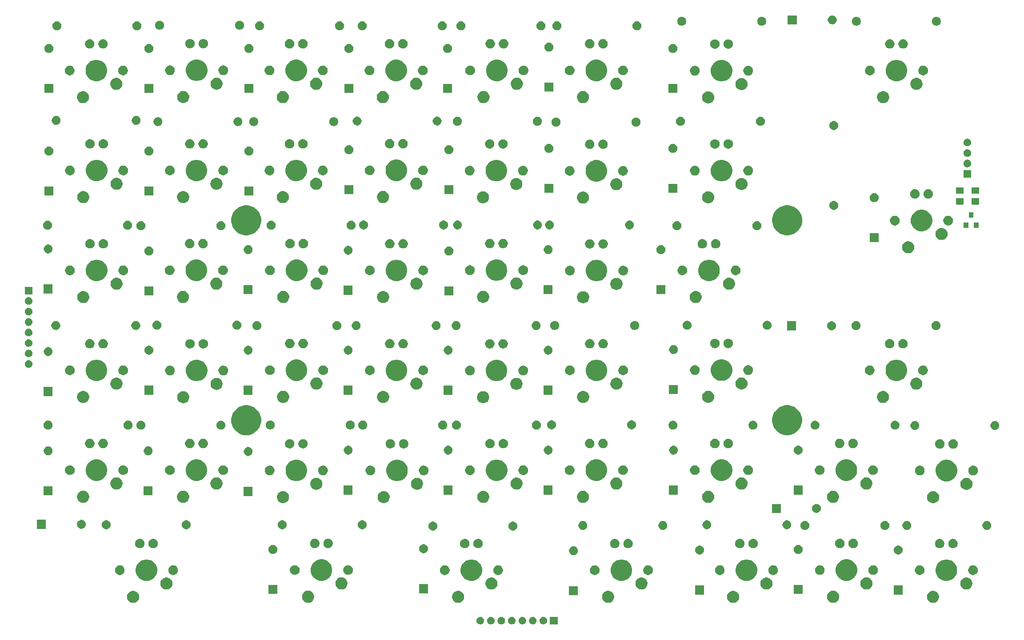
<source format=gbs>
%TF.GenerationSoftware,KiCad,Pcbnew,5.1.5+dfsg1-2build2*%
%TF.CreationDate,2021-08-29T12:06:32+02:00*%
%TF.ProjectId,BFK9kv2-right,42464b39-6b76-4322-9d72-696768742e6b,rev?*%
%TF.SameCoordinates,Original*%
%TF.FileFunction,Soldermask,Bot*%
%TF.FilePolarity,Negative*%
%FSLAX46Y46*%
G04 Gerber Fmt 4.6, Leading zero omitted, Abs format (unit mm)*
G04 Created by KiCad (PCBNEW 5.1.5+dfsg1-2build2) date 2021-08-29 12:06:32*
%MOMM*%
%LPD*%
G04 APERTURE LIST*
%ADD10C,0.150000*%
G04 APERTURE END LIST*
D10*
G36*
X134693766Y-163487899D02*
G01*
X134825888Y-163542626D01*
X134825890Y-163542627D01*
X134944798Y-163622079D01*
X135045921Y-163723202D01*
X135045922Y-163723204D01*
X135125374Y-163842112D01*
X135180101Y-163974234D01*
X135208000Y-164114494D01*
X135208000Y-164257506D01*
X135180101Y-164397766D01*
X135125374Y-164529888D01*
X135125373Y-164529890D01*
X135045921Y-164648798D01*
X134944798Y-164749921D01*
X134825890Y-164829373D01*
X134825889Y-164829374D01*
X134825888Y-164829374D01*
X134693766Y-164884101D01*
X134553506Y-164912000D01*
X134410494Y-164912000D01*
X134270234Y-164884101D01*
X134138112Y-164829374D01*
X134138111Y-164829374D01*
X134138110Y-164829373D01*
X134019202Y-164749921D01*
X133918079Y-164648798D01*
X133838627Y-164529890D01*
X133838626Y-164529888D01*
X133783899Y-164397766D01*
X133756000Y-164257506D01*
X133756000Y-164114494D01*
X133783899Y-163974234D01*
X133838626Y-163842112D01*
X133918078Y-163723204D01*
X133918079Y-163723202D01*
X134019202Y-163622079D01*
X134138110Y-163542627D01*
X134138112Y-163542626D01*
X134270234Y-163487899D01*
X134410494Y-163460000D01*
X134553506Y-163460000D01*
X134693766Y-163487899D01*
G37*
G36*
X147208000Y-164912000D02*
G01*
X145756000Y-164912000D01*
X145756000Y-163460000D01*
X147208000Y-163460000D01*
X147208000Y-164912000D01*
G37*
G36*
X132693766Y-163487899D02*
G01*
X132825888Y-163542626D01*
X132825890Y-163542627D01*
X132944798Y-163622079D01*
X133045921Y-163723202D01*
X133045922Y-163723204D01*
X133125374Y-163842112D01*
X133180101Y-163974234D01*
X133208000Y-164114494D01*
X133208000Y-164257506D01*
X133180101Y-164397766D01*
X133125374Y-164529888D01*
X133125373Y-164529890D01*
X133045921Y-164648798D01*
X132944798Y-164749921D01*
X132825890Y-164829373D01*
X132825889Y-164829374D01*
X132825888Y-164829374D01*
X132693766Y-164884101D01*
X132553506Y-164912000D01*
X132410494Y-164912000D01*
X132270234Y-164884101D01*
X132138112Y-164829374D01*
X132138111Y-164829374D01*
X132138110Y-164829373D01*
X132019202Y-164749921D01*
X131918079Y-164648798D01*
X131838627Y-164529890D01*
X131838626Y-164529888D01*
X131783899Y-164397766D01*
X131756000Y-164257506D01*
X131756000Y-164114494D01*
X131783899Y-163974234D01*
X131838626Y-163842112D01*
X131918078Y-163723204D01*
X131918079Y-163723202D01*
X132019202Y-163622079D01*
X132138110Y-163542627D01*
X132138112Y-163542626D01*
X132270234Y-163487899D01*
X132410494Y-163460000D01*
X132553506Y-163460000D01*
X132693766Y-163487899D01*
G37*
G36*
X144693766Y-163487899D02*
G01*
X144825888Y-163542626D01*
X144825890Y-163542627D01*
X144944798Y-163622079D01*
X145045921Y-163723202D01*
X145045922Y-163723204D01*
X145125374Y-163842112D01*
X145180101Y-163974234D01*
X145208000Y-164114494D01*
X145208000Y-164257506D01*
X145180101Y-164397766D01*
X145125374Y-164529888D01*
X145125373Y-164529890D01*
X145045921Y-164648798D01*
X144944798Y-164749921D01*
X144825890Y-164829373D01*
X144825889Y-164829374D01*
X144825888Y-164829374D01*
X144693766Y-164884101D01*
X144553506Y-164912000D01*
X144410494Y-164912000D01*
X144270234Y-164884101D01*
X144138112Y-164829374D01*
X144138111Y-164829374D01*
X144138110Y-164829373D01*
X144019202Y-164749921D01*
X143918079Y-164648798D01*
X143838627Y-164529890D01*
X143838626Y-164529888D01*
X143783899Y-164397766D01*
X143756000Y-164257506D01*
X143756000Y-164114494D01*
X143783899Y-163974234D01*
X143838626Y-163842112D01*
X143918078Y-163723204D01*
X143918079Y-163723202D01*
X144019202Y-163622079D01*
X144138110Y-163542627D01*
X144138112Y-163542626D01*
X144270234Y-163487899D01*
X144410494Y-163460000D01*
X144553506Y-163460000D01*
X144693766Y-163487899D01*
G37*
G36*
X142693766Y-163487899D02*
G01*
X142825888Y-163542626D01*
X142825890Y-163542627D01*
X142944798Y-163622079D01*
X143045921Y-163723202D01*
X143045922Y-163723204D01*
X143125374Y-163842112D01*
X143180101Y-163974234D01*
X143208000Y-164114494D01*
X143208000Y-164257506D01*
X143180101Y-164397766D01*
X143125374Y-164529888D01*
X143125373Y-164529890D01*
X143045921Y-164648798D01*
X142944798Y-164749921D01*
X142825890Y-164829373D01*
X142825889Y-164829374D01*
X142825888Y-164829374D01*
X142693766Y-164884101D01*
X142553506Y-164912000D01*
X142410494Y-164912000D01*
X142270234Y-164884101D01*
X142138112Y-164829374D01*
X142138111Y-164829374D01*
X142138110Y-164829373D01*
X142019202Y-164749921D01*
X141918079Y-164648798D01*
X141838627Y-164529890D01*
X141838626Y-164529888D01*
X141783899Y-164397766D01*
X141756000Y-164257506D01*
X141756000Y-164114494D01*
X141783899Y-163974234D01*
X141838626Y-163842112D01*
X141918078Y-163723204D01*
X141918079Y-163723202D01*
X142019202Y-163622079D01*
X142138110Y-163542627D01*
X142138112Y-163542626D01*
X142270234Y-163487899D01*
X142410494Y-163460000D01*
X142553506Y-163460000D01*
X142693766Y-163487899D01*
G37*
G36*
X138693766Y-163487899D02*
G01*
X138825888Y-163542626D01*
X138825890Y-163542627D01*
X138944798Y-163622079D01*
X139045921Y-163723202D01*
X139045922Y-163723204D01*
X139125374Y-163842112D01*
X139180101Y-163974234D01*
X139208000Y-164114494D01*
X139208000Y-164257506D01*
X139180101Y-164397766D01*
X139125374Y-164529888D01*
X139125373Y-164529890D01*
X139045921Y-164648798D01*
X138944798Y-164749921D01*
X138825890Y-164829373D01*
X138825889Y-164829374D01*
X138825888Y-164829374D01*
X138693766Y-164884101D01*
X138553506Y-164912000D01*
X138410494Y-164912000D01*
X138270234Y-164884101D01*
X138138112Y-164829374D01*
X138138111Y-164829374D01*
X138138110Y-164829373D01*
X138019202Y-164749921D01*
X137918079Y-164648798D01*
X137838627Y-164529890D01*
X137838626Y-164529888D01*
X137783899Y-164397766D01*
X137756000Y-164257506D01*
X137756000Y-164114494D01*
X137783899Y-163974234D01*
X137838626Y-163842112D01*
X137918078Y-163723204D01*
X137918079Y-163723202D01*
X138019202Y-163622079D01*
X138138110Y-163542627D01*
X138138112Y-163542626D01*
X138270234Y-163487899D01*
X138410494Y-163460000D01*
X138553506Y-163460000D01*
X138693766Y-163487899D01*
G37*
G36*
X140693766Y-163487899D02*
G01*
X140825888Y-163542626D01*
X140825890Y-163542627D01*
X140944798Y-163622079D01*
X141045921Y-163723202D01*
X141045922Y-163723204D01*
X141125374Y-163842112D01*
X141180101Y-163974234D01*
X141208000Y-164114494D01*
X141208000Y-164257506D01*
X141180101Y-164397766D01*
X141125374Y-164529888D01*
X141125373Y-164529890D01*
X141045921Y-164648798D01*
X140944798Y-164749921D01*
X140825890Y-164829373D01*
X140825889Y-164829374D01*
X140825888Y-164829374D01*
X140693766Y-164884101D01*
X140553506Y-164912000D01*
X140410494Y-164912000D01*
X140270234Y-164884101D01*
X140138112Y-164829374D01*
X140138111Y-164829374D01*
X140138110Y-164829373D01*
X140019202Y-164749921D01*
X139918079Y-164648798D01*
X139838627Y-164529890D01*
X139838626Y-164529888D01*
X139783899Y-164397766D01*
X139756000Y-164257506D01*
X139756000Y-164114494D01*
X139783899Y-163974234D01*
X139838626Y-163842112D01*
X139918078Y-163723204D01*
X139918079Y-163723202D01*
X140019202Y-163622079D01*
X140138110Y-163542627D01*
X140138112Y-163542626D01*
X140270234Y-163487899D01*
X140410494Y-163460000D01*
X140553506Y-163460000D01*
X140693766Y-163487899D01*
G37*
G36*
X136693766Y-163487899D02*
G01*
X136825888Y-163542626D01*
X136825890Y-163542627D01*
X136944798Y-163622079D01*
X137045921Y-163723202D01*
X137045922Y-163723204D01*
X137125374Y-163842112D01*
X137180101Y-163974234D01*
X137208000Y-164114494D01*
X137208000Y-164257506D01*
X137180101Y-164397766D01*
X137125374Y-164529888D01*
X137125373Y-164529890D01*
X137045921Y-164648798D01*
X136944798Y-164749921D01*
X136825890Y-164829373D01*
X136825889Y-164829374D01*
X136825888Y-164829374D01*
X136693766Y-164884101D01*
X136553506Y-164912000D01*
X136410494Y-164912000D01*
X136270234Y-164884101D01*
X136138112Y-164829374D01*
X136138111Y-164829374D01*
X136138110Y-164829373D01*
X136019202Y-164749921D01*
X135918079Y-164648798D01*
X135838627Y-164529890D01*
X135838626Y-164529888D01*
X135783899Y-164397766D01*
X135756000Y-164257506D01*
X135756000Y-164114494D01*
X135783899Y-163974234D01*
X135838626Y-163842112D01*
X135918078Y-163723204D01*
X135918079Y-163723202D01*
X136019202Y-163622079D01*
X136138110Y-163542627D01*
X136138112Y-163542626D01*
X136270234Y-163487899D01*
X136410494Y-163460000D01*
X136553506Y-163460000D01*
X136693766Y-163487899D01*
G37*
G36*
X180855050Y-158532232D02*
G01*
X180980734Y-158557232D01*
X181190203Y-158643997D01*
X181378720Y-158769960D01*
X181539040Y-158930280D01*
X181665003Y-159118797D01*
X181751768Y-159328266D01*
X181796000Y-159550636D01*
X181796000Y-159777364D01*
X181751768Y-159999734D01*
X181665003Y-160209203D01*
X181539040Y-160397720D01*
X181378720Y-160558040D01*
X181190203Y-160684003D01*
X180980734Y-160770768D01*
X180884048Y-160790000D01*
X180758365Y-160815000D01*
X180531635Y-160815000D01*
X180405952Y-160790000D01*
X180309266Y-160770768D01*
X180099797Y-160684003D01*
X179911280Y-160558040D01*
X179750960Y-160397720D01*
X179624997Y-160209203D01*
X179538232Y-159999734D01*
X179494000Y-159777364D01*
X179494000Y-159550636D01*
X179538232Y-159328266D01*
X179624997Y-159118797D01*
X179750960Y-158930280D01*
X179911280Y-158769960D01*
X180099797Y-158643997D01*
X180309266Y-158557232D01*
X180434950Y-158532232D01*
X180531635Y-158513000D01*
X180758365Y-158513000D01*
X180855050Y-158532232D01*
G37*
G36*
X128455050Y-158532232D02*
G01*
X128580734Y-158557232D01*
X128790203Y-158643997D01*
X128978720Y-158769960D01*
X129139040Y-158930280D01*
X129265003Y-159118797D01*
X129351768Y-159328266D01*
X129396000Y-159550636D01*
X129396000Y-159777364D01*
X129351768Y-159999734D01*
X129265003Y-160209203D01*
X129139040Y-160397720D01*
X128978720Y-160558040D01*
X128790203Y-160684003D01*
X128580734Y-160770768D01*
X128484048Y-160790000D01*
X128358365Y-160815000D01*
X128131635Y-160815000D01*
X128005952Y-160790000D01*
X127909266Y-160770768D01*
X127699797Y-160684003D01*
X127511280Y-160558040D01*
X127350960Y-160397720D01*
X127224997Y-160209203D01*
X127138232Y-159999734D01*
X127094000Y-159777364D01*
X127094000Y-159550636D01*
X127138232Y-159328266D01*
X127224997Y-159118797D01*
X127350960Y-158930280D01*
X127511280Y-158769960D01*
X127699797Y-158643997D01*
X127909266Y-158557232D01*
X128034950Y-158532232D01*
X128131635Y-158513000D01*
X128358365Y-158513000D01*
X128455050Y-158532232D01*
G37*
G36*
X157030050Y-158532232D02*
G01*
X157155734Y-158557232D01*
X157365203Y-158643997D01*
X157553720Y-158769960D01*
X157714040Y-158930280D01*
X157840003Y-159118797D01*
X157926768Y-159328266D01*
X157971000Y-159550636D01*
X157971000Y-159777364D01*
X157926768Y-159999734D01*
X157840003Y-160209203D01*
X157714040Y-160397720D01*
X157553720Y-160558040D01*
X157365203Y-160684003D01*
X157155734Y-160770768D01*
X157059048Y-160790000D01*
X156933365Y-160815000D01*
X156706635Y-160815000D01*
X156580952Y-160790000D01*
X156484266Y-160770768D01*
X156274797Y-160684003D01*
X156086280Y-160558040D01*
X155925960Y-160397720D01*
X155799997Y-160209203D01*
X155713232Y-159999734D01*
X155669000Y-159777364D01*
X155669000Y-159550636D01*
X155713232Y-159328266D01*
X155799997Y-159118797D01*
X155925960Y-158930280D01*
X156086280Y-158769960D01*
X156274797Y-158643997D01*
X156484266Y-158557232D01*
X156609950Y-158532232D01*
X156706635Y-158513000D01*
X156933365Y-158513000D01*
X157030050Y-158532232D01*
G37*
G36*
X66554850Y-158532232D02*
G01*
X66680534Y-158557232D01*
X66890003Y-158643997D01*
X67078520Y-158769960D01*
X67238840Y-158930280D01*
X67364803Y-159118797D01*
X67451568Y-159328266D01*
X67495800Y-159550636D01*
X67495800Y-159777364D01*
X67451568Y-159999734D01*
X67364803Y-160209203D01*
X67238840Y-160397720D01*
X67078520Y-160558040D01*
X66890003Y-160684003D01*
X66680534Y-160770768D01*
X66583848Y-160790000D01*
X66458165Y-160815000D01*
X66231435Y-160815000D01*
X66105752Y-160790000D01*
X66009066Y-160770768D01*
X65799597Y-160684003D01*
X65611080Y-160558040D01*
X65450760Y-160397720D01*
X65324797Y-160209203D01*
X65238032Y-159999734D01*
X65193800Y-159777364D01*
X65193800Y-159550636D01*
X65238032Y-159328266D01*
X65324797Y-159118797D01*
X65450760Y-158930280D01*
X65611080Y-158769960D01*
X65799597Y-158643997D01*
X66009066Y-158557232D01*
X66134750Y-158532232D01*
X66231435Y-158513000D01*
X66458165Y-158513000D01*
X66554850Y-158532232D01*
G37*
G36*
X218929050Y-158532232D02*
G01*
X219054734Y-158557232D01*
X219264203Y-158643997D01*
X219452720Y-158769960D01*
X219613040Y-158930280D01*
X219739003Y-159118797D01*
X219825768Y-159328266D01*
X219870000Y-159550636D01*
X219870000Y-159777364D01*
X219825768Y-159999734D01*
X219739003Y-160209203D01*
X219613040Y-160397720D01*
X219452720Y-160558040D01*
X219264203Y-160684003D01*
X219054734Y-160770768D01*
X218958048Y-160790000D01*
X218832365Y-160815000D01*
X218605635Y-160815000D01*
X218479952Y-160790000D01*
X218383266Y-160770768D01*
X218173797Y-160684003D01*
X217985280Y-160558040D01*
X217824960Y-160397720D01*
X217698997Y-160209203D01*
X217612232Y-159999734D01*
X217568000Y-159777364D01*
X217568000Y-159550636D01*
X217612232Y-159328266D01*
X217698997Y-159118797D01*
X217824960Y-158930280D01*
X217985280Y-158769960D01*
X218173797Y-158643997D01*
X218383266Y-158557232D01*
X218508950Y-158532232D01*
X218605635Y-158513000D01*
X218832365Y-158513000D01*
X218929050Y-158532232D01*
G37*
G36*
X199919549Y-158510116D02*
G01*
X200030734Y-158532232D01*
X200240203Y-158618997D01*
X200428720Y-158744960D01*
X200589040Y-158905280D01*
X200715003Y-159093797D01*
X200801768Y-159303266D01*
X200846000Y-159525636D01*
X200846000Y-159752364D01*
X200801768Y-159974734D01*
X200715003Y-160184203D01*
X200589040Y-160372720D01*
X200428720Y-160533040D01*
X200240203Y-160659003D01*
X200030734Y-160745768D01*
X199919549Y-160767884D01*
X199808365Y-160790000D01*
X199581635Y-160790000D01*
X199470451Y-160767884D01*
X199359266Y-160745768D01*
X199149797Y-160659003D01*
X198961280Y-160533040D01*
X198800960Y-160372720D01*
X198674997Y-160184203D01*
X198588232Y-159974734D01*
X198544000Y-159752364D01*
X198544000Y-159525636D01*
X198588232Y-159303266D01*
X198674997Y-159093797D01*
X198800960Y-158905280D01*
X198961280Y-158744960D01*
X199149797Y-158618997D01*
X199359266Y-158532232D01*
X199470451Y-158510116D01*
X199581635Y-158488000D01*
X199808365Y-158488000D01*
X199919549Y-158510116D01*
G37*
G36*
X99894549Y-158510116D02*
G01*
X100005734Y-158532232D01*
X100215203Y-158618997D01*
X100403720Y-158744960D01*
X100564040Y-158905280D01*
X100690003Y-159093797D01*
X100776768Y-159303266D01*
X100821000Y-159525636D01*
X100821000Y-159752364D01*
X100776768Y-159974734D01*
X100690003Y-160184203D01*
X100564040Y-160372720D01*
X100403720Y-160533040D01*
X100215203Y-160659003D01*
X100005734Y-160745768D01*
X99894549Y-160767884D01*
X99783365Y-160790000D01*
X99556635Y-160790000D01*
X99445451Y-160767884D01*
X99334266Y-160745768D01*
X99124797Y-160659003D01*
X98936280Y-160533040D01*
X98775960Y-160372720D01*
X98649997Y-160184203D01*
X98563232Y-159974734D01*
X98519000Y-159752364D01*
X98519000Y-159525636D01*
X98563232Y-159303266D01*
X98649997Y-159093797D01*
X98775960Y-158905280D01*
X98936280Y-158744960D01*
X99124797Y-158618997D01*
X99334266Y-158532232D01*
X99445451Y-158510116D01*
X99556635Y-158488000D01*
X99783365Y-158488000D01*
X99894549Y-158510116D01*
G37*
G36*
X151092000Y-159347000D02*
G01*
X149390000Y-159347000D01*
X149390000Y-157645000D01*
X151092000Y-157645000D01*
X151092000Y-159347000D01*
G37*
G36*
X212941000Y-159220000D02*
G01*
X211239000Y-159220000D01*
X211239000Y-157518000D01*
X212941000Y-157518000D01*
X212941000Y-159220000D01*
G37*
G36*
X175095000Y-159220000D02*
G01*
X173393000Y-159220000D01*
X173393000Y-157518000D01*
X175095000Y-157518000D01*
X175095000Y-159220000D01*
G37*
G36*
X93815000Y-159093000D02*
G01*
X92113000Y-159093000D01*
X92113000Y-157391000D01*
X93815000Y-157391000D01*
X93815000Y-159093000D01*
G37*
G36*
X193891000Y-159093000D02*
G01*
X192189000Y-159093000D01*
X192189000Y-157391000D01*
X193891000Y-157391000D01*
X193891000Y-159093000D01*
G37*
G36*
X122517000Y-158966000D02*
G01*
X120815000Y-158966000D01*
X120815000Y-157264000D01*
X122517000Y-157264000D01*
X122517000Y-158966000D01*
G37*
G36*
X72904850Y-155992232D02*
G01*
X73030534Y-156017232D01*
X73240003Y-156103997D01*
X73428520Y-156229960D01*
X73588840Y-156390280D01*
X73714803Y-156578797D01*
X73801568Y-156788266D01*
X73845800Y-157010636D01*
X73845800Y-157237364D01*
X73801568Y-157459734D01*
X73714803Y-157669203D01*
X73588840Y-157857720D01*
X73428520Y-158018040D01*
X73240003Y-158144003D01*
X73030534Y-158230768D01*
X72933848Y-158250000D01*
X72808165Y-158275000D01*
X72581435Y-158275000D01*
X72455752Y-158250000D01*
X72359066Y-158230768D01*
X72149597Y-158144003D01*
X71961080Y-158018040D01*
X71800760Y-157857720D01*
X71674797Y-157669203D01*
X71588032Y-157459734D01*
X71543800Y-157237364D01*
X71543800Y-157010636D01*
X71588032Y-156788266D01*
X71674797Y-156578797D01*
X71800760Y-156390280D01*
X71961080Y-156229960D01*
X72149597Y-156103997D01*
X72359066Y-156017232D01*
X72484750Y-155992232D01*
X72581435Y-155973000D01*
X72808165Y-155973000D01*
X72904850Y-155992232D01*
G37*
G36*
X134805050Y-155992232D02*
G01*
X134930734Y-156017232D01*
X135140203Y-156103997D01*
X135328720Y-156229960D01*
X135489040Y-156390280D01*
X135615003Y-156578797D01*
X135701768Y-156788266D01*
X135746000Y-157010636D01*
X135746000Y-157237364D01*
X135701768Y-157459734D01*
X135615003Y-157669203D01*
X135489040Y-157857720D01*
X135328720Y-158018040D01*
X135140203Y-158144003D01*
X134930734Y-158230768D01*
X134834048Y-158250000D01*
X134708365Y-158275000D01*
X134481635Y-158275000D01*
X134355952Y-158250000D01*
X134259266Y-158230768D01*
X134049797Y-158144003D01*
X133861280Y-158018040D01*
X133700960Y-157857720D01*
X133574997Y-157669203D01*
X133488232Y-157459734D01*
X133444000Y-157237364D01*
X133444000Y-157010636D01*
X133488232Y-156788266D01*
X133574997Y-156578797D01*
X133700960Y-156390280D01*
X133861280Y-156229960D01*
X134049797Y-156103997D01*
X134259266Y-156017232D01*
X134384950Y-155992232D01*
X134481635Y-155973000D01*
X134708365Y-155973000D01*
X134805050Y-155992232D01*
G37*
G36*
X225279050Y-155992232D02*
G01*
X225404734Y-156017232D01*
X225614203Y-156103997D01*
X225802720Y-156229960D01*
X225963040Y-156390280D01*
X226089003Y-156578797D01*
X226175768Y-156788266D01*
X226220000Y-157010636D01*
X226220000Y-157237364D01*
X226175768Y-157459734D01*
X226089003Y-157669203D01*
X225963040Y-157857720D01*
X225802720Y-158018040D01*
X225614203Y-158144003D01*
X225404734Y-158230768D01*
X225308048Y-158250000D01*
X225182365Y-158275000D01*
X224955635Y-158275000D01*
X224829952Y-158250000D01*
X224733266Y-158230768D01*
X224523797Y-158144003D01*
X224335280Y-158018040D01*
X224174960Y-157857720D01*
X224048997Y-157669203D01*
X223962232Y-157459734D01*
X223918000Y-157237364D01*
X223918000Y-157010636D01*
X223962232Y-156788266D01*
X224048997Y-156578797D01*
X224174960Y-156390280D01*
X224335280Y-156229960D01*
X224523797Y-156103997D01*
X224733266Y-156017232D01*
X224858950Y-155992232D01*
X224955635Y-155973000D01*
X225182365Y-155973000D01*
X225279050Y-155992232D01*
G37*
G36*
X187205050Y-155992232D02*
G01*
X187330734Y-156017232D01*
X187540203Y-156103997D01*
X187728720Y-156229960D01*
X187889040Y-156390280D01*
X188015003Y-156578797D01*
X188101768Y-156788266D01*
X188146000Y-157010636D01*
X188146000Y-157237364D01*
X188101768Y-157459734D01*
X188015003Y-157669203D01*
X187889040Y-157857720D01*
X187728720Y-158018040D01*
X187540203Y-158144003D01*
X187330734Y-158230768D01*
X187234048Y-158250000D01*
X187108365Y-158275000D01*
X186881635Y-158275000D01*
X186755952Y-158250000D01*
X186659266Y-158230768D01*
X186449797Y-158144003D01*
X186261280Y-158018040D01*
X186100960Y-157857720D01*
X185974997Y-157669203D01*
X185888232Y-157459734D01*
X185844000Y-157237364D01*
X185844000Y-157010636D01*
X185888232Y-156788266D01*
X185974997Y-156578797D01*
X186100960Y-156390280D01*
X186261280Y-156229960D01*
X186449797Y-156103997D01*
X186659266Y-156017232D01*
X186784950Y-155992232D01*
X186881635Y-155973000D01*
X187108365Y-155973000D01*
X187205050Y-155992232D01*
G37*
G36*
X163380050Y-155992232D02*
G01*
X163505734Y-156017232D01*
X163715203Y-156103997D01*
X163903720Y-156229960D01*
X164064040Y-156390280D01*
X164190003Y-156578797D01*
X164276768Y-156788266D01*
X164321000Y-157010636D01*
X164321000Y-157237364D01*
X164276768Y-157459734D01*
X164190003Y-157669203D01*
X164064040Y-157857720D01*
X163903720Y-158018040D01*
X163715203Y-158144003D01*
X163505734Y-158230768D01*
X163409048Y-158250000D01*
X163283365Y-158275000D01*
X163056635Y-158275000D01*
X162930952Y-158250000D01*
X162834266Y-158230768D01*
X162624797Y-158144003D01*
X162436280Y-158018040D01*
X162275960Y-157857720D01*
X162149997Y-157669203D01*
X162063232Y-157459734D01*
X162019000Y-157237364D01*
X162019000Y-157010636D01*
X162063232Y-156788266D01*
X162149997Y-156578797D01*
X162275960Y-156390280D01*
X162436280Y-156229960D01*
X162624797Y-156103997D01*
X162834266Y-156017232D01*
X162959950Y-155992232D01*
X163056635Y-155973000D01*
X163283365Y-155973000D01*
X163380050Y-155992232D01*
G37*
G36*
X206269549Y-155970116D02*
G01*
X206380734Y-155992232D01*
X206590203Y-156078997D01*
X206778720Y-156204960D01*
X206939040Y-156365280D01*
X207049891Y-156531181D01*
X207065004Y-156553799D01*
X207065991Y-156556182D01*
X207151768Y-156763266D01*
X207196000Y-156985636D01*
X207196000Y-157212364D01*
X207151768Y-157434734D01*
X207065003Y-157644203D01*
X206939040Y-157832720D01*
X206778720Y-157993040D01*
X206590203Y-158119003D01*
X206380734Y-158205768D01*
X206269549Y-158227884D01*
X206158365Y-158250000D01*
X205931635Y-158250000D01*
X205820451Y-158227884D01*
X205709266Y-158205768D01*
X205499797Y-158119003D01*
X205311280Y-157993040D01*
X205150960Y-157832720D01*
X205024997Y-157644203D01*
X204938232Y-157434734D01*
X204894000Y-157212364D01*
X204894000Y-156985636D01*
X204938232Y-156763266D01*
X205024009Y-156556182D01*
X205024996Y-156553799D01*
X205040109Y-156531181D01*
X205150960Y-156365280D01*
X205311280Y-156204960D01*
X205499797Y-156078997D01*
X205709266Y-155992232D01*
X205820451Y-155970116D01*
X205931635Y-155948000D01*
X206158365Y-155948000D01*
X206269549Y-155970116D01*
G37*
G36*
X106244549Y-155970116D02*
G01*
X106355734Y-155992232D01*
X106565203Y-156078997D01*
X106753720Y-156204960D01*
X106914040Y-156365280D01*
X107024891Y-156531181D01*
X107040004Y-156553799D01*
X107040991Y-156556182D01*
X107126768Y-156763266D01*
X107171000Y-156985636D01*
X107171000Y-157212364D01*
X107126768Y-157434734D01*
X107040003Y-157644203D01*
X106914040Y-157832720D01*
X106753720Y-157993040D01*
X106565203Y-158119003D01*
X106355734Y-158205768D01*
X106244549Y-158227884D01*
X106133365Y-158250000D01*
X105906635Y-158250000D01*
X105795451Y-158227884D01*
X105684266Y-158205768D01*
X105474797Y-158119003D01*
X105286280Y-157993040D01*
X105125960Y-157832720D01*
X104999997Y-157644203D01*
X104913232Y-157434734D01*
X104869000Y-157212364D01*
X104869000Y-156985636D01*
X104913232Y-156763266D01*
X104999009Y-156556182D01*
X104999996Y-156553799D01*
X105015109Y-156531181D01*
X105125960Y-156365280D01*
X105286280Y-156204960D01*
X105474797Y-156078997D01*
X105684266Y-155992232D01*
X105795451Y-155970116D01*
X105906635Y-155948000D01*
X106133365Y-155948000D01*
X106244549Y-155970116D01*
G37*
G36*
X221857254Y-152611818D02*
G01*
X222230511Y-152766426D01*
X222230513Y-152766427D01*
X222566436Y-152990884D01*
X222852116Y-153276564D01*
X223059869Y-153587487D01*
X223076574Y-153612489D01*
X223231182Y-153985746D01*
X223310000Y-154381993D01*
X223310000Y-154786007D01*
X223231182Y-155182254D01*
X223076574Y-155555511D01*
X223076573Y-155555513D01*
X222852116Y-155891436D01*
X222566436Y-156177116D01*
X222230513Y-156401573D01*
X222230512Y-156401574D01*
X222230511Y-156401574D01*
X221857254Y-156556182D01*
X221461007Y-156635000D01*
X221056993Y-156635000D01*
X220660746Y-156556182D01*
X220287489Y-156401574D01*
X220287488Y-156401574D01*
X220287487Y-156401573D01*
X219951564Y-156177116D01*
X219665884Y-155891436D01*
X219441427Y-155555513D01*
X219441426Y-155555511D01*
X219286818Y-155182254D01*
X219208000Y-154786007D01*
X219208000Y-154381993D01*
X219286818Y-153985746D01*
X219441426Y-153612489D01*
X219458132Y-153587487D01*
X219665884Y-153276564D01*
X219951564Y-152990884D01*
X220287487Y-152766427D01*
X220287489Y-152766426D01*
X220660746Y-152611818D01*
X221056993Y-152533000D01*
X221461007Y-152533000D01*
X221857254Y-152611818D01*
G37*
G36*
X159958254Y-152611818D02*
G01*
X160331511Y-152766426D01*
X160331513Y-152766427D01*
X160667436Y-152990884D01*
X160953116Y-153276564D01*
X161160869Y-153587487D01*
X161177574Y-153612489D01*
X161332182Y-153985746D01*
X161411000Y-154381993D01*
X161411000Y-154786007D01*
X161332182Y-155182254D01*
X161177574Y-155555511D01*
X161177573Y-155555513D01*
X160953116Y-155891436D01*
X160667436Y-156177116D01*
X160331513Y-156401573D01*
X160331512Y-156401574D01*
X160331511Y-156401574D01*
X159958254Y-156556182D01*
X159562007Y-156635000D01*
X159157993Y-156635000D01*
X158761746Y-156556182D01*
X158388489Y-156401574D01*
X158388488Y-156401574D01*
X158388487Y-156401573D01*
X158052564Y-156177116D01*
X157766884Y-155891436D01*
X157542427Y-155555513D01*
X157542426Y-155555511D01*
X157387818Y-155182254D01*
X157309000Y-154786007D01*
X157309000Y-154381993D01*
X157387818Y-153985746D01*
X157542426Y-153612489D01*
X157559132Y-153587487D01*
X157766884Y-153276564D01*
X158052564Y-152990884D01*
X158388487Y-152766427D01*
X158388489Y-152766426D01*
X158761746Y-152611818D01*
X159157993Y-152533000D01*
X159562007Y-152533000D01*
X159958254Y-152611818D01*
G37*
G36*
X183783254Y-152611818D02*
G01*
X184156511Y-152766426D01*
X184156513Y-152766427D01*
X184492436Y-152990884D01*
X184778116Y-153276564D01*
X184985869Y-153587487D01*
X185002574Y-153612489D01*
X185157182Y-153985746D01*
X185236000Y-154381993D01*
X185236000Y-154786007D01*
X185157182Y-155182254D01*
X185002574Y-155555511D01*
X185002573Y-155555513D01*
X184778116Y-155891436D01*
X184492436Y-156177116D01*
X184156513Y-156401573D01*
X184156512Y-156401574D01*
X184156511Y-156401574D01*
X183783254Y-156556182D01*
X183387007Y-156635000D01*
X182982993Y-156635000D01*
X182586746Y-156556182D01*
X182213489Y-156401574D01*
X182213488Y-156401574D01*
X182213487Y-156401573D01*
X181877564Y-156177116D01*
X181591884Y-155891436D01*
X181367427Y-155555513D01*
X181367426Y-155555511D01*
X181212818Y-155182254D01*
X181134000Y-154786007D01*
X181134000Y-154381993D01*
X181212818Y-153985746D01*
X181367426Y-153612489D01*
X181384132Y-153587487D01*
X181591884Y-153276564D01*
X181877564Y-152990884D01*
X182213487Y-152766427D01*
X182213489Y-152766426D01*
X182586746Y-152611818D01*
X182982993Y-152533000D01*
X183387007Y-152533000D01*
X183783254Y-152611818D01*
G37*
G36*
X131383254Y-152611818D02*
G01*
X131756511Y-152766426D01*
X131756513Y-152766427D01*
X132092436Y-152990884D01*
X132378116Y-153276564D01*
X132585869Y-153587487D01*
X132602574Y-153612489D01*
X132757182Y-153985746D01*
X132836000Y-154381993D01*
X132836000Y-154786007D01*
X132757182Y-155182254D01*
X132602574Y-155555511D01*
X132602573Y-155555513D01*
X132378116Y-155891436D01*
X132092436Y-156177116D01*
X131756513Y-156401573D01*
X131756512Y-156401574D01*
X131756511Y-156401574D01*
X131383254Y-156556182D01*
X130987007Y-156635000D01*
X130582993Y-156635000D01*
X130186746Y-156556182D01*
X129813489Y-156401574D01*
X129813488Y-156401574D01*
X129813487Y-156401573D01*
X129477564Y-156177116D01*
X129191884Y-155891436D01*
X128967427Y-155555513D01*
X128967426Y-155555511D01*
X128812818Y-155182254D01*
X128734000Y-154786007D01*
X128734000Y-154381993D01*
X128812818Y-153985746D01*
X128967426Y-153612489D01*
X128984132Y-153587487D01*
X129191884Y-153276564D01*
X129477564Y-152990884D01*
X129813487Y-152766427D01*
X129813489Y-152766426D01*
X130186746Y-152611818D01*
X130582993Y-152533000D01*
X130987007Y-152533000D01*
X131383254Y-152611818D01*
G37*
G36*
X69483054Y-152611818D02*
G01*
X69856311Y-152766426D01*
X69856313Y-152766427D01*
X70192236Y-152990884D01*
X70477916Y-153276564D01*
X70685669Y-153587487D01*
X70702374Y-153612489D01*
X70856982Y-153985746D01*
X70935800Y-154381993D01*
X70935800Y-154786007D01*
X70856982Y-155182254D01*
X70702374Y-155555511D01*
X70702373Y-155555513D01*
X70477916Y-155891436D01*
X70192236Y-156177116D01*
X69856313Y-156401573D01*
X69856312Y-156401574D01*
X69856311Y-156401574D01*
X69483054Y-156556182D01*
X69086807Y-156635000D01*
X68682793Y-156635000D01*
X68286546Y-156556182D01*
X67913289Y-156401574D01*
X67913288Y-156401574D01*
X67913287Y-156401573D01*
X67577364Y-156177116D01*
X67291684Y-155891436D01*
X67067227Y-155555513D01*
X67067226Y-155555511D01*
X66912618Y-155182254D01*
X66833800Y-154786007D01*
X66833800Y-154381993D01*
X66912618Y-153985746D01*
X67067226Y-153612489D01*
X67083932Y-153587487D01*
X67291684Y-153276564D01*
X67577364Y-152990884D01*
X67913287Y-152766427D01*
X67913289Y-152766426D01*
X68286546Y-152611818D01*
X68682793Y-152533000D01*
X69086807Y-152533000D01*
X69483054Y-152611818D01*
G37*
G36*
X202833254Y-152586818D02*
G01*
X203206511Y-152741426D01*
X203206513Y-152741427D01*
X203243928Y-152766427D01*
X203542436Y-152965884D01*
X203828116Y-153251564D01*
X204052574Y-153587489D01*
X204207182Y-153960746D01*
X204286000Y-154356993D01*
X204286000Y-154761007D01*
X204207182Y-155157254D01*
X204071425Y-155485000D01*
X204052573Y-155530513D01*
X203828116Y-155866436D01*
X203542436Y-156152116D01*
X203206513Y-156376573D01*
X203206512Y-156376574D01*
X203206511Y-156376574D01*
X202833254Y-156531182D01*
X202437007Y-156610000D01*
X202032993Y-156610000D01*
X201636746Y-156531182D01*
X201263489Y-156376574D01*
X201263488Y-156376574D01*
X201263487Y-156376573D01*
X200927564Y-156152116D01*
X200641884Y-155866436D01*
X200417427Y-155530513D01*
X200398575Y-155485000D01*
X200262818Y-155157254D01*
X200184000Y-154761007D01*
X200184000Y-154356993D01*
X200262818Y-153960746D01*
X200417426Y-153587489D01*
X200641884Y-153251564D01*
X200927564Y-152965884D01*
X201226072Y-152766427D01*
X201263487Y-152741427D01*
X201263489Y-152741426D01*
X201636746Y-152586818D01*
X202032993Y-152508000D01*
X202437007Y-152508000D01*
X202833254Y-152586818D01*
G37*
G36*
X102808254Y-152586818D02*
G01*
X103181511Y-152741426D01*
X103181513Y-152741427D01*
X103218928Y-152766427D01*
X103517436Y-152965884D01*
X103803116Y-153251564D01*
X104027574Y-153587489D01*
X104182182Y-153960746D01*
X104261000Y-154356993D01*
X104261000Y-154761007D01*
X104182182Y-155157254D01*
X104046425Y-155485000D01*
X104027573Y-155530513D01*
X103803116Y-155866436D01*
X103517436Y-156152116D01*
X103181513Y-156376573D01*
X103181512Y-156376574D01*
X103181511Y-156376574D01*
X102808254Y-156531182D01*
X102412007Y-156610000D01*
X102007993Y-156610000D01*
X101611746Y-156531182D01*
X101238489Y-156376574D01*
X101238488Y-156376574D01*
X101238487Y-156376573D01*
X100902564Y-156152116D01*
X100616884Y-155866436D01*
X100392427Y-155530513D01*
X100373575Y-155485000D01*
X100237818Y-155157254D01*
X100159000Y-154761007D01*
X100159000Y-154356993D01*
X100237818Y-153960746D01*
X100392426Y-153587489D01*
X100616884Y-153251564D01*
X100902564Y-152965884D01*
X101201072Y-152766427D01*
X101238487Y-152741427D01*
X101238489Y-152741426D01*
X101611746Y-152586818D01*
X102007993Y-152508000D01*
X102412007Y-152508000D01*
X102808254Y-152586818D01*
G37*
G36*
X164710104Y-153693585D02*
G01*
X164878626Y-153763389D01*
X165030291Y-153864728D01*
X165159272Y-153993709D01*
X165260611Y-154145374D01*
X165330415Y-154313896D01*
X165366000Y-154492797D01*
X165366000Y-154675203D01*
X165330415Y-154854104D01*
X165260611Y-155022626D01*
X165159272Y-155174291D01*
X165030291Y-155303272D01*
X164878626Y-155404611D01*
X164710104Y-155474415D01*
X164531203Y-155510000D01*
X164348797Y-155510000D01*
X164169896Y-155474415D01*
X164001374Y-155404611D01*
X163849709Y-155303272D01*
X163720728Y-155174291D01*
X163619389Y-155022626D01*
X163549585Y-154854104D01*
X163514000Y-154675203D01*
X163514000Y-154492797D01*
X163549585Y-154313896D01*
X163619389Y-154145374D01*
X163720728Y-153993709D01*
X163849709Y-153864728D01*
X164001374Y-153763389D01*
X164169896Y-153693585D01*
X164348797Y-153658000D01*
X164531203Y-153658000D01*
X164710104Y-153693585D01*
G37*
G36*
X64074904Y-153693585D02*
G01*
X64243426Y-153763389D01*
X64395091Y-153864728D01*
X64524072Y-153993709D01*
X64625411Y-154145374D01*
X64695215Y-154313896D01*
X64730800Y-154492797D01*
X64730800Y-154675203D01*
X64695215Y-154854104D01*
X64625411Y-155022626D01*
X64524072Y-155174291D01*
X64395091Y-155303272D01*
X64243426Y-155404611D01*
X64074904Y-155474415D01*
X63896003Y-155510000D01*
X63713597Y-155510000D01*
X63534696Y-155474415D01*
X63366174Y-155404611D01*
X63214509Y-155303272D01*
X63085528Y-155174291D01*
X62984189Y-155022626D01*
X62914385Y-154854104D01*
X62878800Y-154675203D01*
X62878800Y-154492797D01*
X62914385Y-154313896D01*
X62984189Y-154145374D01*
X63085528Y-153993709D01*
X63214509Y-153864728D01*
X63366174Y-153763389D01*
X63534696Y-153693585D01*
X63713597Y-153658000D01*
X63896003Y-153658000D01*
X64074904Y-153693585D01*
G37*
G36*
X74234904Y-153693585D02*
G01*
X74403426Y-153763389D01*
X74555091Y-153864728D01*
X74684072Y-153993709D01*
X74785411Y-154145374D01*
X74855215Y-154313896D01*
X74890800Y-154492797D01*
X74890800Y-154675203D01*
X74855215Y-154854104D01*
X74785411Y-155022626D01*
X74684072Y-155174291D01*
X74555091Y-155303272D01*
X74403426Y-155404611D01*
X74234904Y-155474415D01*
X74056003Y-155510000D01*
X73873597Y-155510000D01*
X73694696Y-155474415D01*
X73526174Y-155404611D01*
X73374509Y-155303272D01*
X73245528Y-155174291D01*
X73144189Y-155022626D01*
X73074385Y-154854104D01*
X73038800Y-154675203D01*
X73038800Y-154492797D01*
X73074385Y-154313896D01*
X73144189Y-154145374D01*
X73245528Y-153993709D01*
X73374509Y-153864728D01*
X73526174Y-153763389D01*
X73694696Y-153693585D01*
X73873597Y-153658000D01*
X74056003Y-153658000D01*
X74234904Y-153693585D01*
G37*
G36*
X154550104Y-153693585D02*
G01*
X154718626Y-153763389D01*
X154870291Y-153864728D01*
X154999272Y-153993709D01*
X155100611Y-154145374D01*
X155170415Y-154313896D01*
X155206000Y-154492797D01*
X155206000Y-154675203D01*
X155170415Y-154854104D01*
X155100611Y-155022626D01*
X154999272Y-155174291D01*
X154870291Y-155303272D01*
X154718626Y-155404611D01*
X154550104Y-155474415D01*
X154371203Y-155510000D01*
X154188797Y-155510000D01*
X154009896Y-155474415D01*
X153841374Y-155404611D01*
X153689709Y-155303272D01*
X153560728Y-155174291D01*
X153459389Y-155022626D01*
X153389585Y-154854104D01*
X153354000Y-154675203D01*
X153354000Y-154492797D01*
X153389585Y-154313896D01*
X153459389Y-154145374D01*
X153560728Y-153993709D01*
X153689709Y-153864728D01*
X153841374Y-153763389D01*
X154009896Y-153693585D01*
X154188797Y-153658000D01*
X154371203Y-153658000D01*
X154550104Y-153693585D01*
G37*
G36*
X188535104Y-153693585D02*
G01*
X188703626Y-153763389D01*
X188855291Y-153864728D01*
X188984272Y-153993709D01*
X189085611Y-154145374D01*
X189155415Y-154313896D01*
X189191000Y-154492797D01*
X189191000Y-154675203D01*
X189155415Y-154854104D01*
X189085611Y-155022626D01*
X188984272Y-155174291D01*
X188855291Y-155303272D01*
X188703626Y-155404611D01*
X188535104Y-155474415D01*
X188356203Y-155510000D01*
X188173797Y-155510000D01*
X187994896Y-155474415D01*
X187826374Y-155404611D01*
X187674709Y-155303272D01*
X187545728Y-155174291D01*
X187444389Y-155022626D01*
X187374585Y-154854104D01*
X187339000Y-154675203D01*
X187339000Y-154492797D01*
X187374585Y-154313896D01*
X187444389Y-154145374D01*
X187545728Y-153993709D01*
X187674709Y-153864728D01*
X187826374Y-153763389D01*
X187994896Y-153693585D01*
X188173797Y-153658000D01*
X188356203Y-153658000D01*
X188535104Y-153693585D01*
G37*
G36*
X216449104Y-153693585D02*
G01*
X216617626Y-153763389D01*
X216769291Y-153864728D01*
X216898272Y-153993709D01*
X216999611Y-154145374D01*
X217069415Y-154313896D01*
X217105000Y-154492797D01*
X217105000Y-154675203D01*
X217069415Y-154854104D01*
X216999611Y-155022626D01*
X216898272Y-155174291D01*
X216769291Y-155303272D01*
X216617626Y-155404611D01*
X216449104Y-155474415D01*
X216270203Y-155510000D01*
X216087797Y-155510000D01*
X215908896Y-155474415D01*
X215740374Y-155404611D01*
X215588709Y-155303272D01*
X215459728Y-155174291D01*
X215358389Y-155022626D01*
X215288585Y-154854104D01*
X215253000Y-154675203D01*
X215253000Y-154492797D01*
X215288585Y-154313896D01*
X215358389Y-154145374D01*
X215459728Y-153993709D01*
X215588709Y-153864728D01*
X215740374Y-153763389D01*
X215908896Y-153693585D01*
X216087797Y-153658000D01*
X216270203Y-153658000D01*
X216449104Y-153693585D01*
G37*
G36*
X125975104Y-153693585D02*
G01*
X126143626Y-153763389D01*
X126295291Y-153864728D01*
X126424272Y-153993709D01*
X126525611Y-154145374D01*
X126595415Y-154313896D01*
X126631000Y-154492797D01*
X126631000Y-154675203D01*
X126595415Y-154854104D01*
X126525611Y-155022626D01*
X126424272Y-155174291D01*
X126295291Y-155303272D01*
X126143626Y-155404611D01*
X125975104Y-155474415D01*
X125796203Y-155510000D01*
X125613797Y-155510000D01*
X125434896Y-155474415D01*
X125266374Y-155404611D01*
X125114709Y-155303272D01*
X124985728Y-155174291D01*
X124884389Y-155022626D01*
X124814585Y-154854104D01*
X124779000Y-154675203D01*
X124779000Y-154492797D01*
X124814585Y-154313896D01*
X124884389Y-154145374D01*
X124985728Y-153993709D01*
X125114709Y-153864728D01*
X125266374Y-153763389D01*
X125434896Y-153693585D01*
X125613797Y-153658000D01*
X125796203Y-153658000D01*
X125975104Y-153693585D01*
G37*
G36*
X226609104Y-153693585D02*
G01*
X226777626Y-153763389D01*
X226929291Y-153864728D01*
X227058272Y-153993709D01*
X227159611Y-154145374D01*
X227229415Y-154313896D01*
X227265000Y-154492797D01*
X227265000Y-154675203D01*
X227229415Y-154854104D01*
X227159611Y-155022626D01*
X227058272Y-155174291D01*
X226929291Y-155303272D01*
X226777626Y-155404611D01*
X226609104Y-155474415D01*
X226430203Y-155510000D01*
X226247797Y-155510000D01*
X226068896Y-155474415D01*
X225900374Y-155404611D01*
X225748709Y-155303272D01*
X225619728Y-155174291D01*
X225518389Y-155022626D01*
X225448585Y-154854104D01*
X225413000Y-154675203D01*
X225413000Y-154492797D01*
X225448585Y-154313896D01*
X225518389Y-154145374D01*
X225619728Y-153993709D01*
X225748709Y-153864728D01*
X225900374Y-153763389D01*
X226068896Y-153693585D01*
X226247797Y-153658000D01*
X226430203Y-153658000D01*
X226609104Y-153693585D01*
G37*
G36*
X136135104Y-153693585D02*
G01*
X136303626Y-153763389D01*
X136455291Y-153864728D01*
X136584272Y-153993709D01*
X136685611Y-154145374D01*
X136755415Y-154313896D01*
X136791000Y-154492797D01*
X136791000Y-154675203D01*
X136755415Y-154854104D01*
X136685611Y-155022626D01*
X136584272Y-155174291D01*
X136455291Y-155303272D01*
X136303626Y-155404611D01*
X136135104Y-155474415D01*
X135956203Y-155510000D01*
X135773797Y-155510000D01*
X135594896Y-155474415D01*
X135426374Y-155404611D01*
X135274709Y-155303272D01*
X135145728Y-155174291D01*
X135044389Y-155022626D01*
X134974585Y-154854104D01*
X134939000Y-154675203D01*
X134939000Y-154492797D01*
X134974585Y-154313896D01*
X135044389Y-154145374D01*
X135145728Y-153993709D01*
X135274709Y-153864728D01*
X135426374Y-153763389D01*
X135594896Y-153693585D01*
X135773797Y-153658000D01*
X135956203Y-153658000D01*
X136135104Y-153693585D01*
G37*
G36*
X178375104Y-153693585D02*
G01*
X178543626Y-153763389D01*
X178695291Y-153864728D01*
X178824272Y-153993709D01*
X178925611Y-154145374D01*
X178995415Y-154313896D01*
X179031000Y-154492797D01*
X179031000Y-154675203D01*
X178995415Y-154854104D01*
X178925611Y-155022626D01*
X178824272Y-155174291D01*
X178695291Y-155303272D01*
X178543626Y-155404611D01*
X178375104Y-155474415D01*
X178196203Y-155510000D01*
X178013797Y-155510000D01*
X177834896Y-155474415D01*
X177666374Y-155404611D01*
X177514709Y-155303272D01*
X177385728Y-155174291D01*
X177284389Y-155022626D01*
X177214585Y-154854104D01*
X177179000Y-154675203D01*
X177179000Y-154492797D01*
X177214585Y-154313896D01*
X177284389Y-154145374D01*
X177385728Y-153993709D01*
X177514709Y-153864728D01*
X177666374Y-153763389D01*
X177834896Y-153693585D01*
X178013797Y-153658000D01*
X178196203Y-153658000D01*
X178375104Y-153693585D01*
G37*
G36*
X107560104Y-153668585D02*
G01*
X107728626Y-153738389D01*
X107880291Y-153839728D01*
X108009272Y-153968709D01*
X108110611Y-154120374D01*
X108180415Y-154288896D01*
X108216000Y-154467797D01*
X108216000Y-154650203D01*
X108180415Y-154829104D01*
X108110611Y-154997626D01*
X108009272Y-155149291D01*
X107880291Y-155278272D01*
X107728626Y-155379611D01*
X107560104Y-155449415D01*
X107381203Y-155485000D01*
X107198797Y-155485000D01*
X107019896Y-155449415D01*
X106851374Y-155379611D01*
X106699709Y-155278272D01*
X106570728Y-155149291D01*
X106469389Y-154997626D01*
X106399585Y-154829104D01*
X106364000Y-154650203D01*
X106364000Y-154467797D01*
X106399585Y-154288896D01*
X106469389Y-154120374D01*
X106570728Y-153968709D01*
X106699709Y-153839728D01*
X106851374Y-153738389D01*
X107019896Y-153668585D01*
X107198797Y-153633000D01*
X107381203Y-153633000D01*
X107560104Y-153668585D01*
G37*
G36*
X207585104Y-153668585D02*
G01*
X207753626Y-153738389D01*
X207905291Y-153839728D01*
X208034272Y-153968709D01*
X208135611Y-154120374D01*
X208205415Y-154288896D01*
X208241000Y-154467797D01*
X208241000Y-154650203D01*
X208205415Y-154829104D01*
X208135611Y-154997626D01*
X208034272Y-155149291D01*
X207905291Y-155278272D01*
X207753626Y-155379611D01*
X207585104Y-155449415D01*
X207406203Y-155485000D01*
X207223797Y-155485000D01*
X207044896Y-155449415D01*
X206876374Y-155379611D01*
X206724709Y-155278272D01*
X206595728Y-155149291D01*
X206494389Y-154997626D01*
X206424585Y-154829104D01*
X206389000Y-154650203D01*
X206389000Y-154467797D01*
X206424585Y-154288896D01*
X206494389Y-154120374D01*
X206595728Y-153968709D01*
X206724709Y-153839728D01*
X206876374Y-153738389D01*
X207044896Y-153668585D01*
X207223797Y-153633000D01*
X207406203Y-153633000D01*
X207585104Y-153668585D01*
G37*
G36*
X97400104Y-153668585D02*
G01*
X97568626Y-153738389D01*
X97720291Y-153839728D01*
X97849272Y-153968709D01*
X97950611Y-154120374D01*
X98020415Y-154288896D01*
X98056000Y-154467797D01*
X98056000Y-154650203D01*
X98020415Y-154829104D01*
X97950611Y-154997626D01*
X97849272Y-155149291D01*
X97720291Y-155278272D01*
X97568626Y-155379611D01*
X97400104Y-155449415D01*
X97221203Y-155485000D01*
X97038797Y-155485000D01*
X96859896Y-155449415D01*
X96691374Y-155379611D01*
X96539709Y-155278272D01*
X96410728Y-155149291D01*
X96309389Y-154997626D01*
X96239585Y-154829104D01*
X96204000Y-154650203D01*
X96204000Y-154467797D01*
X96239585Y-154288896D01*
X96309389Y-154120374D01*
X96410728Y-153968709D01*
X96539709Y-153839728D01*
X96691374Y-153738389D01*
X96859896Y-153668585D01*
X97038797Y-153633000D01*
X97221203Y-153633000D01*
X97400104Y-153668585D01*
G37*
G36*
X197425104Y-153668585D02*
G01*
X197593626Y-153738389D01*
X197745291Y-153839728D01*
X197874272Y-153968709D01*
X197975611Y-154120374D01*
X198045415Y-154288896D01*
X198081000Y-154467797D01*
X198081000Y-154650203D01*
X198045415Y-154829104D01*
X197975611Y-154997626D01*
X197874272Y-155149291D01*
X197745291Y-155278272D01*
X197593626Y-155379611D01*
X197425104Y-155449415D01*
X197246203Y-155485000D01*
X197063797Y-155485000D01*
X196884896Y-155449415D01*
X196716374Y-155379611D01*
X196564709Y-155278272D01*
X196435728Y-155149291D01*
X196334389Y-154997626D01*
X196264585Y-154829104D01*
X196229000Y-154650203D01*
X196229000Y-154467797D01*
X196264585Y-154288896D01*
X196334389Y-154120374D01*
X196435728Y-153968709D01*
X196564709Y-153839728D01*
X196716374Y-153738389D01*
X196884896Y-153668585D01*
X197063797Y-153633000D01*
X197246203Y-153633000D01*
X197425104Y-153668585D01*
G37*
G36*
X150489228Y-150057703D02*
G01*
X150644100Y-150121853D01*
X150783481Y-150214985D01*
X150902015Y-150333519D01*
X150995147Y-150472900D01*
X151059297Y-150627772D01*
X151092000Y-150792184D01*
X151092000Y-150959816D01*
X151059297Y-151124228D01*
X150995147Y-151279100D01*
X150902015Y-151418481D01*
X150783481Y-151537015D01*
X150644100Y-151630147D01*
X150489228Y-151694297D01*
X150324816Y-151727000D01*
X150157184Y-151727000D01*
X149992772Y-151694297D01*
X149837900Y-151630147D01*
X149698519Y-151537015D01*
X149579985Y-151418481D01*
X149486853Y-151279100D01*
X149422703Y-151124228D01*
X149390000Y-150959816D01*
X149390000Y-150792184D01*
X149422703Y-150627772D01*
X149486853Y-150472900D01*
X149579985Y-150333519D01*
X149698519Y-150214985D01*
X149837900Y-150121853D01*
X149992772Y-150057703D01*
X150157184Y-150025000D01*
X150324816Y-150025000D01*
X150489228Y-150057703D01*
G37*
G36*
X174492228Y-149930703D02*
G01*
X174647100Y-149994853D01*
X174786481Y-150087985D01*
X174905015Y-150206519D01*
X174998147Y-150345900D01*
X175062297Y-150500772D01*
X175095000Y-150665184D01*
X175095000Y-150832816D01*
X175062297Y-150997228D01*
X174998147Y-151152100D01*
X174905015Y-151291481D01*
X174786481Y-151410015D01*
X174647100Y-151503147D01*
X174492228Y-151567297D01*
X174327816Y-151600000D01*
X174160184Y-151600000D01*
X173995772Y-151567297D01*
X173840900Y-151503147D01*
X173701519Y-151410015D01*
X173582985Y-151291481D01*
X173489853Y-151152100D01*
X173425703Y-150997228D01*
X173393000Y-150832816D01*
X173393000Y-150665184D01*
X173425703Y-150500772D01*
X173489853Y-150345900D01*
X173582985Y-150206519D01*
X173701519Y-150087985D01*
X173840900Y-149994853D01*
X173995772Y-149930703D01*
X174160184Y-149898000D01*
X174327816Y-149898000D01*
X174492228Y-149930703D01*
G37*
G36*
X212338228Y-149930703D02*
G01*
X212493100Y-149994853D01*
X212632481Y-150087985D01*
X212751015Y-150206519D01*
X212844147Y-150345900D01*
X212908297Y-150500772D01*
X212941000Y-150665184D01*
X212941000Y-150832816D01*
X212908297Y-150997228D01*
X212844147Y-151152100D01*
X212751015Y-151291481D01*
X212632481Y-151410015D01*
X212493100Y-151503147D01*
X212338228Y-151567297D01*
X212173816Y-151600000D01*
X212006184Y-151600000D01*
X211841772Y-151567297D01*
X211686900Y-151503147D01*
X211547519Y-151410015D01*
X211428985Y-151291481D01*
X211335853Y-151152100D01*
X211271703Y-150997228D01*
X211239000Y-150832816D01*
X211239000Y-150665184D01*
X211271703Y-150500772D01*
X211335853Y-150345900D01*
X211428985Y-150206519D01*
X211547519Y-150087985D01*
X211686900Y-149994853D01*
X211841772Y-149930703D01*
X212006184Y-149898000D01*
X212173816Y-149898000D01*
X212338228Y-149930703D01*
G37*
G36*
X93212228Y-149803703D02*
G01*
X93367100Y-149867853D01*
X93506481Y-149960985D01*
X93625015Y-150079519D01*
X93718147Y-150218900D01*
X93782297Y-150373772D01*
X93815000Y-150538184D01*
X93815000Y-150705816D01*
X93782297Y-150870228D01*
X93718147Y-151025100D01*
X93625015Y-151164481D01*
X93506481Y-151283015D01*
X93367100Y-151376147D01*
X93212228Y-151440297D01*
X93047816Y-151473000D01*
X92880184Y-151473000D01*
X92715772Y-151440297D01*
X92560900Y-151376147D01*
X92421519Y-151283015D01*
X92302985Y-151164481D01*
X92209853Y-151025100D01*
X92145703Y-150870228D01*
X92113000Y-150705816D01*
X92113000Y-150538184D01*
X92145703Y-150373772D01*
X92209853Y-150218900D01*
X92302985Y-150079519D01*
X92421519Y-149960985D01*
X92560900Y-149867853D01*
X92715772Y-149803703D01*
X92880184Y-149771000D01*
X93047816Y-149771000D01*
X93212228Y-149803703D01*
G37*
G36*
X193288228Y-149803703D02*
G01*
X193443100Y-149867853D01*
X193582481Y-149960985D01*
X193701015Y-150079519D01*
X193794147Y-150218900D01*
X193858297Y-150373772D01*
X193891000Y-150538184D01*
X193891000Y-150705816D01*
X193858297Y-150870228D01*
X193794147Y-151025100D01*
X193701015Y-151164481D01*
X193582481Y-151283015D01*
X193443100Y-151376147D01*
X193288228Y-151440297D01*
X193123816Y-151473000D01*
X192956184Y-151473000D01*
X192791772Y-151440297D01*
X192636900Y-151376147D01*
X192497519Y-151283015D01*
X192378985Y-151164481D01*
X192285853Y-151025100D01*
X192221703Y-150870228D01*
X192189000Y-150705816D01*
X192189000Y-150538184D01*
X192221703Y-150373772D01*
X192285853Y-150218900D01*
X192378985Y-150079519D01*
X192497519Y-149960985D01*
X192636900Y-149867853D01*
X192791772Y-149803703D01*
X192956184Y-149771000D01*
X193123816Y-149771000D01*
X193288228Y-149803703D01*
G37*
G36*
X121914228Y-149676703D02*
G01*
X122069100Y-149740853D01*
X122208481Y-149833985D01*
X122327015Y-149952519D01*
X122420147Y-150091900D01*
X122484297Y-150246772D01*
X122517000Y-150411184D01*
X122517000Y-150578816D01*
X122484297Y-150743228D01*
X122420147Y-150898100D01*
X122327015Y-151037481D01*
X122208481Y-151156015D01*
X122069100Y-151249147D01*
X121914228Y-151313297D01*
X121749816Y-151346000D01*
X121582184Y-151346000D01*
X121417772Y-151313297D01*
X121262900Y-151249147D01*
X121123519Y-151156015D01*
X121004985Y-151037481D01*
X120911853Y-150898100D01*
X120847703Y-150743228D01*
X120815000Y-150578816D01*
X120815000Y-150411184D01*
X120847703Y-150246772D01*
X120911853Y-150091900D01*
X121004985Y-149952519D01*
X121123519Y-149833985D01*
X121262900Y-149740853D01*
X121417772Y-149676703D01*
X121582184Y-149644000D01*
X121749816Y-149644000D01*
X121914228Y-149676703D01*
G37*
G36*
X129776441Y-148642144D02*
G01*
X129939556Y-148709708D01*
X129939557Y-148709709D01*
X130086358Y-148807798D01*
X130211202Y-148932642D01*
X130211203Y-148932644D01*
X130309292Y-149079444D01*
X130376856Y-149242559D01*
X130411300Y-149415721D01*
X130411300Y-149592279D01*
X130376856Y-149765441D01*
X130309292Y-149928556D01*
X130264994Y-149994852D01*
X130211202Y-150075358D01*
X130086358Y-150200202D01*
X130058374Y-150218900D01*
X129939556Y-150298292D01*
X129776441Y-150365856D01*
X129603279Y-150400300D01*
X129426721Y-150400300D01*
X129253559Y-150365856D01*
X129090444Y-150298292D01*
X128971626Y-150218900D01*
X128943642Y-150200202D01*
X128818798Y-150075358D01*
X128765006Y-149994852D01*
X128720708Y-149928556D01*
X128653144Y-149765441D01*
X128618700Y-149592279D01*
X128618700Y-149415721D01*
X128653144Y-149242559D01*
X128720708Y-149079444D01*
X128818797Y-148932644D01*
X128818798Y-148932642D01*
X128943642Y-148807798D01*
X129090443Y-148709709D01*
X129090444Y-148709708D01*
X129253559Y-148642144D01*
X129426721Y-148607700D01*
X129603279Y-148607700D01*
X129776441Y-148642144D01*
G37*
G36*
X70416241Y-148642144D02*
G01*
X70579356Y-148709708D01*
X70579357Y-148709709D01*
X70726158Y-148807798D01*
X70851002Y-148932642D01*
X70851003Y-148932644D01*
X70949092Y-149079444D01*
X71016656Y-149242559D01*
X71051100Y-149415721D01*
X71051100Y-149592279D01*
X71016656Y-149765441D01*
X70949092Y-149928556D01*
X70904794Y-149994852D01*
X70851002Y-150075358D01*
X70726158Y-150200202D01*
X70698174Y-150218900D01*
X70579356Y-150298292D01*
X70416241Y-150365856D01*
X70243079Y-150400300D01*
X70066521Y-150400300D01*
X69893359Y-150365856D01*
X69730244Y-150298292D01*
X69611426Y-150218900D01*
X69583442Y-150200202D01*
X69458598Y-150075358D01*
X69404806Y-149994852D01*
X69360508Y-149928556D01*
X69292944Y-149765441D01*
X69258500Y-149592279D01*
X69258500Y-149415721D01*
X69292944Y-149242559D01*
X69360508Y-149079444D01*
X69458597Y-148932644D01*
X69458598Y-148932642D01*
X69583442Y-148807798D01*
X69730243Y-148709709D01*
X69730244Y-148709708D01*
X69893359Y-148642144D01*
X70066521Y-148607700D01*
X70243079Y-148607700D01*
X70416241Y-148642144D01*
G37*
G36*
X182176441Y-148642144D02*
G01*
X182339556Y-148709708D01*
X182339557Y-148709709D01*
X182486358Y-148807798D01*
X182611202Y-148932642D01*
X182611203Y-148932644D01*
X182709292Y-149079444D01*
X182776856Y-149242559D01*
X182811300Y-149415721D01*
X182811300Y-149592279D01*
X182776856Y-149765441D01*
X182709292Y-149928556D01*
X182664994Y-149994852D01*
X182611202Y-150075358D01*
X182486358Y-150200202D01*
X182458374Y-150218900D01*
X182339556Y-150298292D01*
X182176441Y-150365856D01*
X182003279Y-150400300D01*
X181826721Y-150400300D01*
X181653559Y-150365856D01*
X181490444Y-150298292D01*
X181371626Y-150218900D01*
X181343642Y-150200202D01*
X181218798Y-150075358D01*
X181165006Y-149994852D01*
X181120708Y-149928556D01*
X181053144Y-149765441D01*
X181018700Y-149592279D01*
X181018700Y-149415721D01*
X181053144Y-149242559D01*
X181120708Y-149079444D01*
X181218797Y-148932644D01*
X181218798Y-148932642D01*
X181343642Y-148807798D01*
X181490443Y-148709709D01*
X181490444Y-148709708D01*
X181653559Y-148642144D01*
X181826721Y-148607700D01*
X182003279Y-148607700D01*
X182176441Y-148642144D01*
G37*
G36*
X67876241Y-148642144D02*
G01*
X68039356Y-148709708D01*
X68039357Y-148709709D01*
X68186158Y-148807798D01*
X68311002Y-148932642D01*
X68311003Y-148932644D01*
X68409092Y-149079444D01*
X68476656Y-149242559D01*
X68511100Y-149415721D01*
X68511100Y-149592279D01*
X68476656Y-149765441D01*
X68409092Y-149928556D01*
X68364794Y-149994852D01*
X68311002Y-150075358D01*
X68186158Y-150200202D01*
X68158174Y-150218900D01*
X68039356Y-150298292D01*
X67876241Y-150365856D01*
X67703079Y-150400300D01*
X67526521Y-150400300D01*
X67353359Y-150365856D01*
X67190244Y-150298292D01*
X67071426Y-150218900D01*
X67043442Y-150200202D01*
X66918598Y-150075358D01*
X66864806Y-149994852D01*
X66820508Y-149928556D01*
X66752944Y-149765441D01*
X66718500Y-149592279D01*
X66718500Y-149415721D01*
X66752944Y-149242559D01*
X66820508Y-149079444D01*
X66918597Y-148932644D01*
X66918598Y-148932642D01*
X67043442Y-148807798D01*
X67190243Y-148709709D01*
X67190244Y-148709708D01*
X67353359Y-148642144D01*
X67526521Y-148607700D01*
X67703079Y-148607700D01*
X67876241Y-148642144D01*
G37*
G36*
X158351441Y-148642144D02*
G01*
X158514556Y-148709708D01*
X158514557Y-148709709D01*
X158661358Y-148807798D01*
X158786202Y-148932642D01*
X158786203Y-148932644D01*
X158884292Y-149079444D01*
X158951856Y-149242559D01*
X158986300Y-149415721D01*
X158986300Y-149592279D01*
X158951856Y-149765441D01*
X158884292Y-149928556D01*
X158839994Y-149994852D01*
X158786202Y-150075358D01*
X158661358Y-150200202D01*
X158633374Y-150218900D01*
X158514556Y-150298292D01*
X158351441Y-150365856D01*
X158178279Y-150400300D01*
X158001721Y-150400300D01*
X157828559Y-150365856D01*
X157665444Y-150298292D01*
X157546626Y-150218900D01*
X157518642Y-150200202D01*
X157393798Y-150075358D01*
X157340006Y-149994852D01*
X157295708Y-149928556D01*
X157228144Y-149765441D01*
X157193700Y-149592279D01*
X157193700Y-149415721D01*
X157228144Y-149242559D01*
X157295708Y-149079444D01*
X157393797Y-148932644D01*
X157393798Y-148932642D01*
X157518642Y-148807798D01*
X157665443Y-148709709D01*
X157665444Y-148709708D01*
X157828559Y-148642144D01*
X158001721Y-148607700D01*
X158178279Y-148607700D01*
X158351441Y-148642144D01*
G37*
G36*
X160891441Y-148642144D02*
G01*
X161054556Y-148709708D01*
X161054557Y-148709709D01*
X161201358Y-148807798D01*
X161326202Y-148932642D01*
X161326203Y-148932644D01*
X161424292Y-149079444D01*
X161491856Y-149242559D01*
X161526300Y-149415721D01*
X161526300Y-149592279D01*
X161491856Y-149765441D01*
X161424292Y-149928556D01*
X161379994Y-149994852D01*
X161326202Y-150075358D01*
X161201358Y-150200202D01*
X161173374Y-150218900D01*
X161054556Y-150298292D01*
X160891441Y-150365856D01*
X160718279Y-150400300D01*
X160541721Y-150400300D01*
X160368559Y-150365856D01*
X160205444Y-150298292D01*
X160086626Y-150218900D01*
X160058642Y-150200202D01*
X159933798Y-150075358D01*
X159880006Y-149994852D01*
X159835708Y-149928556D01*
X159768144Y-149765441D01*
X159733700Y-149592279D01*
X159733700Y-149415721D01*
X159768144Y-149242559D01*
X159835708Y-149079444D01*
X159933797Y-148932644D01*
X159933798Y-148932642D01*
X160058642Y-148807798D01*
X160205443Y-148709709D01*
X160205444Y-148709708D01*
X160368559Y-148642144D01*
X160541721Y-148607700D01*
X160718279Y-148607700D01*
X160891441Y-148642144D01*
G37*
G36*
X184716441Y-148642144D02*
G01*
X184879556Y-148709708D01*
X184879557Y-148709709D01*
X185026358Y-148807798D01*
X185151202Y-148932642D01*
X185151203Y-148932644D01*
X185249292Y-149079444D01*
X185316856Y-149242559D01*
X185351300Y-149415721D01*
X185351300Y-149592279D01*
X185316856Y-149765441D01*
X185249292Y-149928556D01*
X185204994Y-149994852D01*
X185151202Y-150075358D01*
X185026358Y-150200202D01*
X184998374Y-150218900D01*
X184879556Y-150298292D01*
X184716441Y-150365856D01*
X184543279Y-150400300D01*
X184366721Y-150400300D01*
X184193559Y-150365856D01*
X184030444Y-150298292D01*
X183911626Y-150218900D01*
X183883642Y-150200202D01*
X183758798Y-150075358D01*
X183705006Y-149994852D01*
X183660708Y-149928556D01*
X183593144Y-149765441D01*
X183558700Y-149592279D01*
X183558700Y-149415721D01*
X183593144Y-149242559D01*
X183660708Y-149079444D01*
X183758797Y-148932644D01*
X183758798Y-148932642D01*
X183883642Y-148807798D01*
X184030443Y-148709709D01*
X184030444Y-148709708D01*
X184193559Y-148642144D01*
X184366721Y-148607700D01*
X184543279Y-148607700D01*
X184716441Y-148642144D01*
G37*
G36*
X132316441Y-148642144D02*
G01*
X132479556Y-148709708D01*
X132479557Y-148709709D01*
X132626358Y-148807798D01*
X132751202Y-148932642D01*
X132751203Y-148932644D01*
X132849292Y-149079444D01*
X132916856Y-149242559D01*
X132951300Y-149415721D01*
X132951300Y-149592279D01*
X132916856Y-149765441D01*
X132849292Y-149928556D01*
X132804994Y-149994852D01*
X132751202Y-150075358D01*
X132626358Y-150200202D01*
X132598374Y-150218900D01*
X132479556Y-150298292D01*
X132316441Y-150365856D01*
X132143279Y-150400300D01*
X131966721Y-150400300D01*
X131793559Y-150365856D01*
X131630444Y-150298292D01*
X131511626Y-150218900D01*
X131483642Y-150200202D01*
X131358798Y-150075358D01*
X131305006Y-149994852D01*
X131260708Y-149928556D01*
X131193144Y-149765441D01*
X131158700Y-149592279D01*
X131158700Y-149415721D01*
X131193144Y-149242559D01*
X131260708Y-149079444D01*
X131358797Y-148932644D01*
X131358798Y-148932642D01*
X131483642Y-148807798D01*
X131630443Y-148709709D01*
X131630444Y-148709708D01*
X131793559Y-148642144D01*
X131966721Y-148607700D01*
X132143279Y-148607700D01*
X132316441Y-148642144D01*
G37*
G36*
X220250441Y-148642144D02*
G01*
X220413556Y-148709708D01*
X220413557Y-148709709D01*
X220560358Y-148807798D01*
X220685202Y-148932642D01*
X220685203Y-148932644D01*
X220783292Y-149079444D01*
X220850856Y-149242559D01*
X220885300Y-149415721D01*
X220885300Y-149592279D01*
X220850856Y-149765441D01*
X220783292Y-149928556D01*
X220738994Y-149994852D01*
X220685202Y-150075358D01*
X220560358Y-150200202D01*
X220532374Y-150218900D01*
X220413556Y-150298292D01*
X220250441Y-150365856D01*
X220077279Y-150400300D01*
X219900721Y-150400300D01*
X219727559Y-150365856D01*
X219564444Y-150298292D01*
X219445626Y-150218900D01*
X219417642Y-150200202D01*
X219292798Y-150075358D01*
X219239006Y-149994852D01*
X219194708Y-149928556D01*
X219127144Y-149765441D01*
X219092700Y-149592279D01*
X219092700Y-149415721D01*
X219127144Y-149242559D01*
X219194708Y-149079444D01*
X219292797Y-148932644D01*
X219292798Y-148932642D01*
X219417642Y-148807798D01*
X219564443Y-148709709D01*
X219564444Y-148709708D01*
X219727559Y-148642144D01*
X219900721Y-148607700D01*
X220077279Y-148607700D01*
X220250441Y-148642144D01*
G37*
G36*
X222790441Y-148642144D02*
G01*
X222953556Y-148709708D01*
X222953557Y-148709709D01*
X223100358Y-148807798D01*
X223225202Y-148932642D01*
X223225203Y-148932644D01*
X223323292Y-149079444D01*
X223390856Y-149242559D01*
X223425300Y-149415721D01*
X223425300Y-149592279D01*
X223390856Y-149765441D01*
X223323292Y-149928556D01*
X223278994Y-149994852D01*
X223225202Y-150075358D01*
X223100358Y-150200202D01*
X223072374Y-150218900D01*
X222953556Y-150298292D01*
X222790441Y-150365856D01*
X222617279Y-150400300D01*
X222440721Y-150400300D01*
X222267559Y-150365856D01*
X222104444Y-150298292D01*
X221985626Y-150218900D01*
X221957642Y-150200202D01*
X221832798Y-150075358D01*
X221779006Y-149994852D01*
X221734708Y-149928556D01*
X221667144Y-149765441D01*
X221632700Y-149592279D01*
X221632700Y-149415721D01*
X221667144Y-149242559D01*
X221734708Y-149079444D01*
X221832797Y-148932644D01*
X221832798Y-148932642D01*
X221957642Y-148807798D01*
X222104443Y-148709709D01*
X222104444Y-148709708D01*
X222267559Y-148642144D01*
X222440721Y-148607700D01*
X222617279Y-148607700D01*
X222790441Y-148642144D01*
G37*
G36*
X203766441Y-148617144D02*
G01*
X203929556Y-148684708D01*
X203929557Y-148684709D01*
X204076358Y-148782798D01*
X204201202Y-148907642D01*
X204201203Y-148907644D01*
X204299292Y-149054444D01*
X204366856Y-149217559D01*
X204401300Y-149390721D01*
X204401300Y-149567279D01*
X204366856Y-149740441D01*
X204299292Y-149903556D01*
X204266576Y-149952519D01*
X204201202Y-150050358D01*
X204076358Y-150175202D01*
X204029487Y-150206520D01*
X203929556Y-150273292D01*
X203766441Y-150340856D01*
X203593279Y-150375300D01*
X203416721Y-150375300D01*
X203243559Y-150340856D01*
X203080444Y-150273292D01*
X202980513Y-150206520D01*
X202933642Y-150175202D01*
X202808798Y-150050358D01*
X202743424Y-149952519D01*
X202710708Y-149903556D01*
X202643144Y-149740441D01*
X202608700Y-149567279D01*
X202608700Y-149390721D01*
X202643144Y-149217559D01*
X202710708Y-149054444D01*
X202808797Y-148907644D01*
X202808798Y-148907642D01*
X202933642Y-148782798D01*
X203080443Y-148684709D01*
X203080444Y-148684708D01*
X203243559Y-148617144D01*
X203416721Y-148582700D01*
X203593279Y-148582700D01*
X203766441Y-148617144D01*
G37*
G36*
X201226441Y-148617144D02*
G01*
X201389556Y-148684708D01*
X201389557Y-148684709D01*
X201536358Y-148782798D01*
X201661202Y-148907642D01*
X201661203Y-148907644D01*
X201759292Y-149054444D01*
X201826856Y-149217559D01*
X201861300Y-149390721D01*
X201861300Y-149567279D01*
X201826856Y-149740441D01*
X201759292Y-149903556D01*
X201726576Y-149952519D01*
X201661202Y-150050358D01*
X201536358Y-150175202D01*
X201489487Y-150206520D01*
X201389556Y-150273292D01*
X201226441Y-150340856D01*
X201053279Y-150375300D01*
X200876721Y-150375300D01*
X200703559Y-150340856D01*
X200540444Y-150273292D01*
X200440513Y-150206520D01*
X200393642Y-150175202D01*
X200268798Y-150050358D01*
X200203424Y-149952519D01*
X200170708Y-149903556D01*
X200103144Y-149740441D01*
X200068700Y-149567279D01*
X200068700Y-149390721D01*
X200103144Y-149217559D01*
X200170708Y-149054444D01*
X200268797Y-148907644D01*
X200268798Y-148907642D01*
X200393642Y-148782798D01*
X200540443Y-148684709D01*
X200540444Y-148684708D01*
X200703559Y-148617144D01*
X200876721Y-148582700D01*
X201053279Y-148582700D01*
X201226441Y-148617144D01*
G37*
G36*
X103741441Y-148617144D02*
G01*
X103904556Y-148684708D01*
X103904557Y-148684709D01*
X104051358Y-148782798D01*
X104176202Y-148907642D01*
X104176203Y-148907644D01*
X104274292Y-149054444D01*
X104341856Y-149217559D01*
X104376300Y-149390721D01*
X104376300Y-149567279D01*
X104341856Y-149740441D01*
X104274292Y-149903556D01*
X104241576Y-149952519D01*
X104176202Y-150050358D01*
X104051358Y-150175202D01*
X104004487Y-150206520D01*
X103904556Y-150273292D01*
X103741441Y-150340856D01*
X103568279Y-150375300D01*
X103391721Y-150375300D01*
X103218559Y-150340856D01*
X103055444Y-150273292D01*
X102955513Y-150206520D01*
X102908642Y-150175202D01*
X102783798Y-150050358D01*
X102718424Y-149952519D01*
X102685708Y-149903556D01*
X102618144Y-149740441D01*
X102583700Y-149567279D01*
X102583700Y-149390721D01*
X102618144Y-149217559D01*
X102685708Y-149054444D01*
X102783797Y-148907644D01*
X102783798Y-148907642D01*
X102908642Y-148782798D01*
X103055443Y-148684709D01*
X103055444Y-148684708D01*
X103218559Y-148617144D01*
X103391721Y-148582700D01*
X103568279Y-148582700D01*
X103741441Y-148617144D01*
G37*
G36*
X101201441Y-148617144D02*
G01*
X101364556Y-148684708D01*
X101364557Y-148684709D01*
X101511358Y-148782798D01*
X101636202Y-148907642D01*
X101636203Y-148907644D01*
X101734292Y-149054444D01*
X101801856Y-149217559D01*
X101836300Y-149390721D01*
X101836300Y-149567279D01*
X101801856Y-149740441D01*
X101734292Y-149903556D01*
X101701576Y-149952519D01*
X101636202Y-150050358D01*
X101511358Y-150175202D01*
X101464487Y-150206520D01*
X101364556Y-150273292D01*
X101201441Y-150340856D01*
X101028279Y-150375300D01*
X100851721Y-150375300D01*
X100678559Y-150340856D01*
X100515444Y-150273292D01*
X100415513Y-150206520D01*
X100368642Y-150175202D01*
X100243798Y-150050358D01*
X100178424Y-149952519D01*
X100145708Y-149903556D01*
X100078144Y-149740441D01*
X100043700Y-149567279D01*
X100043700Y-149390721D01*
X100078144Y-149217559D01*
X100145708Y-149054444D01*
X100243797Y-148907644D01*
X100243798Y-148907642D01*
X100368642Y-148782798D01*
X100515443Y-148684709D01*
X100515444Y-148684708D01*
X100678559Y-148617144D01*
X100851721Y-148582700D01*
X101028279Y-148582700D01*
X101201441Y-148617144D01*
G37*
G36*
X138932228Y-145358703D02*
G01*
X139087100Y-145422853D01*
X139226481Y-145515985D01*
X139345015Y-145634519D01*
X139438147Y-145773900D01*
X139502297Y-145928772D01*
X139535000Y-146093184D01*
X139535000Y-146260816D01*
X139502297Y-146425228D01*
X139438147Y-146580100D01*
X139345015Y-146719481D01*
X139226481Y-146838015D01*
X139087100Y-146931147D01*
X138932228Y-146995297D01*
X138767816Y-147028000D01*
X138600184Y-147028000D01*
X138435772Y-146995297D01*
X138280900Y-146931147D01*
X138141519Y-146838015D01*
X138022985Y-146719481D01*
X137929853Y-146580100D01*
X137865703Y-146425228D01*
X137833000Y-146260816D01*
X137833000Y-146093184D01*
X137865703Y-145928772D01*
X137929853Y-145773900D01*
X138022985Y-145634519D01*
X138141519Y-145515985D01*
X138280900Y-145422853D01*
X138435772Y-145358703D01*
X138600184Y-145326000D01*
X138767816Y-145326000D01*
X138932228Y-145358703D01*
G37*
G36*
X123692228Y-145358703D02*
G01*
X123847100Y-145422853D01*
X123986481Y-145515985D01*
X124105015Y-145634519D01*
X124198147Y-145773900D01*
X124262297Y-145928772D01*
X124295000Y-146093184D01*
X124295000Y-146260816D01*
X124262297Y-146425228D01*
X124198147Y-146580100D01*
X124105015Y-146719481D01*
X123986481Y-146838015D01*
X123847100Y-146931147D01*
X123692228Y-146995297D01*
X123527816Y-147028000D01*
X123360184Y-147028000D01*
X123195772Y-146995297D01*
X123040900Y-146931147D01*
X122901519Y-146838015D01*
X122782985Y-146719481D01*
X122689853Y-146580100D01*
X122625703Y-146425228D01*
X122593000Y-146260816D01*
X122593000Y-146093184D01*
X122625703Y-145928772D01*
X122689853Y-145773900D01*
X122782985Y-145634519D01*
X122901519Y-145515985D01*
X123040900Y-145422853D01*
X123195772Y-145358703D01*
X123360184Y-145326000D01*
X123527816Y-145326000D01*
X123692228Y-145358703D01*
G37*
G36*
X152267228Y-145231703D02*
G01*
X152422100Y-145295853D01*
X152561481Y-145388985D01*
X152680015Y-145507519D01*
X152773147Y-145646900D01*
X152837297Y-145801772D01*
X152870000Y-145966184D01*
X152870000Y-146133816D01*
X152837297Y-146298228D01*
X152773147Y-146453100D01*
X152680015Y-146592481D01*
X152561481Y-146711015D01*
X152422100Y-146804147D01*
X152267228Y-146868297D01*
X152102816Y-146901000D01*
X151935184Y-146901000D01*
X151770772Y-146868297D01*
X151615900Y-146804147D01*
X151476519Y-146711015D01*
X151357985Y-146592481D01*
X151264853Y-146453100D01*
X151200703Y-146298228D01*
X151168000Y-146133816D01*
X151168000Y-145966184D01*
X151200703Y-145801772D01*
X151264853Y-145646900D01*
X151357985Y-145507519D01*
X151476519Y-145388985D01*
X151615900Y-145295853D01*
X151770772Y-145231703D01*
X151935184Y-145199000D01*
X152102816Y-145199000D01*
X152267228Y-145231703D01*
G37*
G36*
X167507228Y-145231703D02*
G01*
X167662100Y-145295853D01*
X167801481Y-145388985D01*
X167920015Y-145507519D01*
X168013147Y-145646900D01*
X168077297Y-145801772D01*
X168110000Y-145966184D01*
X168110000Y-146133816D01*
X168077297Y-146298228D01*
X168013147Y-146453100D01*
X167920015Y-146592481D01*
X167801481Y-146711015D01*
X167662100Y-146804147D01*
X167507228Y-146868297D01*
X167342816Y-146901000D01*
X167175184Y-146901000D01*
X167010772Y-146868297D01*
X166855900Y-146804147D01*
X166716519Y-146711015D01*
X166597985Y-146592481D01*
X166504853Y-146453100D01*
X166440703Y-146298228D01*
X166408000Y-146133816D01*
X166408000Y-145966184D01*
X166440703Y-145801772D01*
X166504853Y-145646900D01*
X166597985Y-145507519D01*
X166716519Y-145388985D01*
X166855900Y-145295853D01*
X167010772Y-145231703D01*
X167175184Y-145199000D01*
X167342816Y-145199000D01*
X167507228Y-145231703D01*
G37*
G36*
X194558228Y-145231703D02*
G01*
X194713100Y-145295853D01*
X194852481Y-145388985D01*
X194971015Y-145507519D01*
X195064147Y-145646900D01*
X195128297Y-145801772D01*
X195161000Y-145966184D01*
X195161000Y-146133816D01*
X195128297Y-146298228D01*
X195064147Y-146453100D01*
X194971015Y-146592481D01*
X194852481Y-146711015D01*
X194713100Y-146804147D01*
X194558228Y-146868297D01*
X194393816Y-146901000D01*
X194226184Y-146901000D01*
X194061772Y-146868297D01*
X193906900Y-146804147D01*
X193767519Y-146711015D01*
X193648985Y-146592481D01*
X193555853Y-146453100D01*
X193491703Y-146298228D01*
X193459000Y-146133816D01*
X193459000Y-145966184D01*
X193491703Y-145801772D01*
X193555853Y-145646900D01*
X193648985Y-145507519D01*
X193767519Y-145388985D01*
X193906900Y-145295853D01*
X194061772Y-145231703D01*
X194226184Y-145199000D01*
X194393816Y-145199000D01*
X194558228Y-145231703D01*
G37*
G36*
X213989228Y-145231703D02*
G01*
X214144100Y-145295853D01*
X214283481Y-145388985D01*
X214402015Y-145507519D01*
X214495147Y-145646900D01*
X214559297Y-145801772D01*
X214592000Y-145966184D01*
X214592000Y-146133816D01*
X214559297Y-146298228D01*
X214495147Y-146453100D01*
X214402015Y-146592481D01*
X214283481Y-146711015D01*
X214144100Y-146804147D01*
X213989228Y-146868297D01*
X213824816Y-146901000D01*
X213657184Y-146901000D01*
X213492772Y-146868297D01*
X213337900Y-146804147D01*
X213198519Y-146711015D01*
X213079985Y-146592481D01*
X212986853Y-146453100D01*
X212922703Y-146298228D01*
X212890000Y-146133816D01*
X212890000Y-145966184D01*
X212922703Y-145801772D01*
X212986853Y-145646900D01*
X213079985Y-145507519D01*
X213198519Y-145388985D01*
X213337900Y-145295853D01*
X213492772Y-145231703D01*
X213657184Y-145199000D01*
X213824816Y-145199000D01*
X213989228Y-145231703D01*
G37*
G36*
X209798228Y-145231703D02*
G01*
X209953100Y-145295853D01*
X210092481Y-145388985D01*
X210211015Y-145507519D01*
X210304147Y-145646900D01*
X210368297Y-145801772D01*
X210401000Y-145966184D01*
X210401000Y-146133816D01*
X210368297Y-146298228D01*
X210304147Y-146453100D01*
X210211015Y-146592481D01*
X210092481Y-146711015D01*
X209953100Y-146804147D01*
X209798228Y-146868297D01*
X209633816Y-146901000D01*
X209466184Y-146901000D01*
X209301772Y-146868297D01*
X209146900Y-146804147D01*
X209007519Y-146711015D01*
X208888985Y-146592481D01*
X208795853Y-146453100D01*
X208731703Y-146298228D01*
X208699000Y-146133816D01*
X208699000Y-145966184D01*
X208731703Y-145801772D01*
X208795853Y-145646900D01*
X208888985Y-145507519D01*
X209007519Y-145388985D01*
X209146900Y-145295853D01*
X209301772Y-145231703D01*
X209466184Y-145199000D01*
X209633816Y-145199000D01*
X209798228Y-145231703D01*
G37*
G36*
X229229228Y-145231703D02*
G01*
X229384100Y-145295853D01*
X229523481Y-145388985D01*
X229642015Y-145507519D01*
X229735147Y-145646900D01*
X229799297Y-145801772D01*
X229832000Y-145966184D01*
X229832000Y-146133816D01*
X229799297Y-146298228D01*
X229735147Y-146453100D01*
X229642015Y-146592481D01*
X229523481Y-146711015D01*
X229384100Y-146804147D01*
X229229228Y-146868297D01*
X229064816Y-146901000D01*
X228897184Y-146901000D01*
X228732772Y-146868297D01*
X228577900Y-146804147D01*
X228438519Y-146711015D01*
X228319985Y-146592481D01*
X228226853Y-146453100D01*
X228162703Y-146298228D01*
X228130000Y-146133816D01*
X228130000Y-145966184D01*
X228162703Y-145801772D01*
X228226853Y-145646900D01*
X228319985Y-145507519D01*
X228438519Y-145388985D01*
X228577900Y-145295853D01*
X228732772Y-145231703D01*
X228897184Y-145199000D01*
X229064816Y-145199000D01*
X229229228Y-145231703D01*
G37*
G36*
X110230228Y-145104703D02*
G01*
X110385100Y-145168853D01*
X110524481Y-145261985D01*
X110643015Y-145380519D01*
X110736147Y-145519900D01*
X110800297Y-145674772D01*
X110833000Y-145839184D01*
X110833000Y-146006816D01*
X110800297Y-146171228D01*
X110736147Y-146326100D01*
X110643015Y-146465481D01*
X110524481Y-146584015D01*
X110385100Y-146677147D01*
X110230228Y-146741297D01*
X110065816Y-146774000D01*
X109898184Y-146774000D01*
X109733772Y-146741297D01*
X109578900Y-146677147D01*
X109439519Y-146584015D01*
X109320985Y-146465481D01*
X109227853Y-146326100D01*
X109163703Y-146171228D01*
X109131000Y-146006816D01*
X109131000Y-145839184D01*
X109163703Y-145674772D01*
X109227853Y-145519900D01*
X109320985Y-145380519D01*
X109439519Y-145261985D01*
X109578900Y-145168853D01*
X109733772Y-145104703D01*
X109898184Y-145072000D01*
X110065816Y-145072000D01*
X110230228Y-145104703D01*
G37*
G36*
X76702228Y-145104703D02*
G01*
X76857100Y-145168853D01*
X76996481Y-145261985D01*
X77115015Y-145380519D01*
X77208147Y-145519900D01*
X77272297Y-145674772D01*
X77305000Y-145839184D01*
X77305000Y-146006816D01*
X77272297Y-146171228D01*
X77208147Y-146326100D01*
X77115015Y-146465481D01*
X76996481Y-146584015D01*
X76857100Y-146677147D01*
X76702228Y-146741297D01*
X76537816Y-146774000D01*
X76370184Y-146774000D01*
X76205772Y-146741297D01*
X76050900Y-146677147D01*
X75911519Y-146584015D01*
X75792985Y-146465481D01*
X75699853Y-146326100D01*
X75635703Y-146171228D01*
X75603000Y-146006816D01*
X75603000Y-145839184D01*
X75635703Y-145674772D01*
X75699853Y-145519900D01*
X75792985Y-145380519D01*
X75911519Y-145261985D01*
X76050900Y-145168853D01*
X76205772Y-145104703D01*
X76370184Y-145072000D01*
X76537816Y-145072000D01*
X76702228Y-145104703D01*
G37*
G36*
X61462228Y-145104703D02*
G01*
X61617100Y-145168853D01*
X61756481Y-145261985D01*
X61875015Y-145380519D01*
X61968147Y-145519900D01*
X62032297Y-145674772D01*
X62065000Y-145839184D01*
X62065000Y-146006816D01*
X62032297Y-146171228D01*
X61968147Y-146326100D01*
X61875015Y-146465481D01*
X61756481Y-146584015D01*
X61617100Y-146677147D01*
X61462228Y-146741297D01*
X61297816Y-146774000D01*
X61130184Y-146774000D01*
X60965772Y-146741297D01*
X60810900Y-146677147D01*
X60671519Y-146584015D01*
X60552985Y-146465481D01*
X60459853Y-146326100D01*
X60395703Y-146171228D01*
X60363000Y-146006816D01*
X60363000Y-145839184D01*
X60395703Y-145674772D01*
X60459853Y-145519900D01*
X60552985Y-145380519D01*
X60671519Y-145261985D01*
X60810900Y-145168853D01*
X60965772Y-145104703D01*
X61130184Y-145072000D01*
X61297816Y-145072000D01*
X61462228Y-145104703D01*
G37*
G36*
X175889228Y-145104703D02*
G01*
X176044100Y-145168853D01*
X176183481Y-145261985D01*
X176302015Y-145380519D01*
X176395147Y-145519900D01*
X176459297Y-145674772D01*
X176492000Y-145839184D01*
X176492000Y-146006816D01*
X176459297Y-146171228D01*
X176395147Y-146326100D01*
X176302015Y-146465481D01*
X176183481Y-146584015D01*
X176044100Y-146677147D01*
X175889228Y-146741297D01*
X175724816Y-146774000D01*
X175557184Y-146774000D01*
X175392772Y-146741297D01*
X175237900Y-146677147D01*
X175098519Y-146584015D01*
X174979985Y-146465481D01*
X174886853Y-146326100D01*
X174822703Y-146171228D01*
X174790000Y-146006816D01*
X174790000Y-145839184D01*
X174822703Y-145674772D01*
X174886853Y-145519900D01*
X174979985Y-145380519D01*
X175098519Y-145261985D01*
X175237900Y-145168853D01*
X175392772Y-145104703D01*
X175557184Y-145072000D01*
X175724816Y-145072000D01*
X175889228Y-145104703D01*
G37*
G36*
X191129228Y-145104703D02*
G01*
X191284100Y-145168853D01*
X191423481Y-145261985D01*
X191542015Y-145380519D01*
X191635147Y-145519900D01*
X191699297Y-145674772D01*
X191732000Y-145839184D01*
X191732000Y-146006816D01*
X191699297Y-146171228D01*
X191635147Y-146326100D01*
X191542015Y-146465481D01*
X191423481Y-146584015D01*
X191284100Y-146677147D01*
X191129228Y-146741297D01*
X190964816Y-146774000D01*
X190797184Y-146774000D01*
X190632772Y-146741297D01*
X190477900Y-146677147D01*
X190338519Y-146584015D01*
X190219985Y-146465481D01*
X190126853Y-146326100D01*
X190062703Y-146171228D01*
X190030000Y-146006816D01*
X190030000Y-145839184D01*
X190062703Y-145674772D01*
X190126853Y-145519900D01*
X190219985Y-145380519D01*
X190338519Y-145261985D01*
X190477900Y-145168853D01*
X190632772Y-145104703D01*
X190797184Y-145072000D01*
X190964816Y-145072000D01*
X191129228Y-145104703D01*
G37*
G36*
X94990228Y-145104703D02*
G01*
X95145100Y-145168853D01*
X95284481Y-145261985D01*
X95403015Y-145380519D01*
X95496147Y-145519900D01*
X95560297Y-145674772D01*
X95593000Y-145839184D01*
X95593000Y-146006816D01*
X95560297Y-146171228D01*
X95496147Y-146326100D01*
X95403015Y-146465481D01*
X95284481Y-146584015D01*
X95145100Y-146677147D01*
X94990228Y-146741297D01*
X94825816Y-146774000D01*
X94658184Y-146774000D01*
X94493772Y-146741297D01*
X94338900Y-146677147D01*
X94199519Y-146584015D01*
X94080985Y-146465481D01*
X93987853Y-146326100D01*
X93923703Y-146171228D01*
X93891000Y-146006816D01*
X93891000Y-145839184D01*
X93923703Y-145674772D01*
X93987853Y-145519900D01*
X94080985Y-145380519D01*
X94199519Y-145261985D01*
X94338900Y-145168853D01*
X94493772Y-145104703D01*
X94658184Y-145072000D01*
X94825816Y-145072000D01*
X94990228Y-145104703D01*
G37*
G36*
X56750528Y-145015703D02*
G01*
X56905400Y-145079853D01*
X57044781Y-145172985D01*
X57163315Y-145291519D01*
X57256447Y-145430900D01*
X57320597Y-145585772D01*
X57353300Y-145750184D01*
X57353300Y-145917816D01*
X57320597Y-146082228D01*
X57256447Y-146237100D01*
X57163315Y-146376481D01*
X57044781Y-146495015D01*
X56905400Y-146588147D01*
X56750528Y-146652297D01*
X56586116Y-146685000D01*
X56418484Y-146685000D01*
X56254072Y-146652297D01*
X56099200Y-146588147D01*
X55959819Y-146495015D01*
X55841285Y-146376481D01*
X55748153Y-146237100D01*
X55684003Y-146082228D01*
X55651300Y-145917816D01*
X55651300Y-145750184D01*
X55684003Y-145585772D01*
X55748153Y-145430900D01*
X55841285Y-145291519D01*
X55959819Y-145172985D01*
X56099200Y-145079853D01*
X56254072Y-145015703D01*
X56418484Y-144983000D01*
X56586116Y-144983000D01*
X56750528Y-145015703D01*
G37*
G36*
X49733300Y-146685000D02*
G01*
X48031300Y-146685000D01*
X48031300Y-144983000D01*
X49733300Y-144983000D01*
X49733300Y-146685000D01*
G37*
G36*
X196768228Y-141980703D02*
G01*
X196923100Y-142044853D01*
X197062481Y-142137985D01*
X197181015Y-142256519D01*
X197274147Y-142395900D01*
X197338297Y-142550772D01*
X197371000Y-142715184D01*
X197371000Y-142882816D01*
X197338297Y-143047228D01*
X197274147Y-143202100D01*
X197181015Y-143341481D01*
X197062481Y-143460015D01*
X196923100Y-143553147D01*
X196768228Y-143617297D01*
X196603816Y-143650000D01*
X196436184Y-143650000D01*
X196271772Y-143617297D01*
X196116900Y-143553147D01*
X195977519Y-143460015D01*
X195858985Y-143341481D01*
X195765853Y-143202100D01*
X195701703Y-143047228D01*
X195669000Y-142882816D01*
X195669000Y-142715184D01*
X195701703Y-142550772D01*
X195765853Y-142395900D01*
X195858985Y-142256519D01*
X195977519Y-142137985D01*
X196116900Y-142044853D01*
X196271772Y-141980703D01*
X196436184Y-141948000D01*
X196603816Y-141948000D01*
X196768228Y-141980703D01*
G37*
G36*
X189751000Y-143650000D02*
G01*
X188049000Y-143650000D01*
X188049000Y-141948000D01*
X189751000Y-141948000D01*
X189751000Y-143650000D01*
G37*
G36*
X218955050Y-139533232D02*
G01*
X219080734Y-139558232D01*
X219290203Y-139644997D01*
X219478720Y-139770960D01*
X219639040Y-139931280D01*
X219765003Y-140119797D01*
X219851768Y-140329266D01*
X219896000Y-140551636D01*
X219896000Y-140778364D01*
X219851768Y-141000734D01*
X219765003Y-141210203D01*
X219639040Y-141398720D01*
X219478720Y-141559040D01*
X219290203Y-141685003D01*
X219080734Y-141771768D01*
X218984048Y-141791000D01*
X218858365Y-141816000D01*
X218631635Y-141816000D01*
X218505952Y-141791000D01*
X218409266Y-141771768D01*
X218199797Y-141685003D01*
X218011280Y-141559040D01*
X217850960Y-141398720D01*
X217724997Y-141210203D01*
X217638232Y-141000734D01*
X217594000Y-140778364D01*
X217594000Y-140551636D01*
X217638232Y-140329266D01*
X217724997Y-140119797D01*
X217850960Y-139931280D01*
X218011280Y-139770960D01*
X218199797Y-139644997D01*
X218409266Y-139558232D01*
X218534950Y-139533232D01*
X218631635Y-139514000D01*
X218858365Y-139514000D01*
X218955050Y-139533232D01*
G37*
G36*
X114276023Y-139507232D02*
G01*
X114406734Y-139533232D01*
X114616203Y-139619997D01*
X114804720Y-139745960D01*
X114965040Y-139906280D01*
X115091003Y-140094797D01*
X115091004Y-140094799D01*
X115177768Y-140304267D01*
X115201585Y-140424000D01*
X115222000Y-140526636D01*
X115222000Y-140753364D01*
X115177768Y-140975734D01*
X115091003Y-141185203D01*
X114965040Y-141373720D01*
X114804720Y-141534040D01*
X114616203Y-141660003D01*
X114406734Y-141746768D01*
X114315075Y-141765000D01*
X114184365Y-141791000D01*
X113957635Y-141791000D01*
X113826925Y-141765000D01*
X113735266Y-141746768D01*
X113525797Y-141660003D01*
X113337280Y-141534040D01*
X113176960Y-141373720D01*
X113050997Y-141185203D01*
X112964232Y-140975734D01*
X112920000Y-140753364D01*
X112920000Y-140526636D01*
X112940416Y-140424000D01*
X112964232Y-140304267D01*
X113050996Y-140094799D01*
X113050997Y-140094797D01*
X113176960Y-139906280D01*
X113337280Y-139745960D01*
X113525797Y-139619997D01*
X113735266Y-139533232D01*
X113865977Y-139507232D01*
X113957635Y-139489000D01*
X114184365Y-139489000D01*
X114276023Y-139507232D01*
G37*
G36*
X95099423Y-139507232D02*
G01*
X95230134Y-139533232D01*
X95439603Y-139619997D01*
X95628120Y-139745960D01*
X95788440Y-139906280D01*
X95914403Y-140094797D01*
X95914404Y-140094799D01*
X96001168Y-140304267D01*
X96024985Y-140424000D01*
X96045400Y-140526636D01*
X96045400Y-140753364D01*
X96001168Y-140975734D01*
X95914403Y-141185203D01*
X95788440Y-141373720D01*
X95628120Y-141534040D01*
X95439603Y-141660003D01*
X95230134Y-141746768D01*
X95138475Y-141765000D01*
X95007765Y-141791000D01*
X94781035Y-141791000D01*
X94650325Y-141765000D01*
X94558666Y-141746768D01*
X94349197Y-141660003D01*
X94160680Y-141534040D01*
X94000360Y-141373720D01*
X93874397Y-141185203D01*
X93787632Y-140975734D01*
X93743400Y-140753364D01*
X93743400Y-140526636D01*
X93763816Y-140424000D01*
X93787632Y-140304267D01*
X93874396Y-140094799D01*
X93874397Y-140094797D01*
X94000360Y-139906280D01*
X94160680Y-139745960D01*
X94349197Y-139619997D01*
X94558666Y-139533232D01*
X94689377Y-139507232D01*
X94781035Y-139489000D01*
X95007765Y-139489000D01*
X95099423Y-139507232D01*
G37*
G36*
X133255050Y-139482232D02*
G01*
X133380734Y-139507232D01*
X133590203Y-139593997D01*
X133778720Y-139719960D01*
X133939040Y-139880280D01*
X134065003Y-140068797D01*
X134151768Y-140278266D01*
X134196000Y-140500636D01*
X134196000Y-140727364D01*
X134151768Y-140949734D01*
X134065003Y-141159203D01*
X133939040Y-141347720D01*
X133778720Y-141508040D01*
X133590203Y-141634003D01*
X133380734Y-141720768D01*
X133284048Y-141740000D01*
X133158365Y-141765000D01*
X132931635Y-141765000D01*
X132805952Y-141740000D01*
X132709266Y-141720768D01*
X132499797Y-141634003D01*
X132311280Y-141508040D01*
X132150960Y-141347720D01*
X132024997Y-141159203D01*
X131938232Y-140949734D01*
X131894000Y-140727364D01*
X131894000Y-140500636D01*
X131938232Y-140278266D01*
X132024997Y-140068797D01*
X132150960Y-139880280D01*
X132311280Y-139719960D01*
X132499797Y-139593997D01*
X132709266Y-139507232D01*
X132834950Y-139482232D01*
X132931635Y-139463000D01*
X133158365Y-139463000D01*
X133255050Y-139482232D01*
G37*
G36*
X152268549Y-139460116D02*
G01*
X152379734Y-139482232D01*
X152589203Y-139568997D01*
X152777720Y-139694960D01*
X152938040Y-139855280D01*
X153064003Y-140043797D01*
X153150768Y-140253266D01*
X153195000Y-140475636D01*
X153195000Y-140702364D01*
X153150768Y-140924734D01*
X153064003Y-141134203D01*
X152938040Y-141322720D01*
X152777720Y-141483040D01*
X152589203Y-141609003D01*
X152379734Y-141695768D01*
X152268549Y-141717884D01*
X152157365Y-141740000D01*
X151930635Y-141740000D01*
X151819451Y-141717884D01*
X151708266Y-141695768D01*
X151498797Y-141609003D01*
X151310280Y-141483040D01*
X151149960Y-141322720D01*
X151023997Y-141134203D01*
X150937232Y-140924734D01*
X150893000Y-140702364D01*
X150893000Y-140475636D01*
X150937232Y-140253266D01*
X151023997Y-140043797D01*
X151149960Y-139855280D01*
X151310280Y-139694960D01*
X151498797Y-139568997D01*
X151708266Y-139482232D01*
X151819451Y-139460116D01*
X151930635Y-139438000D01*
X152157365Y-139438000D01*
X152268549Y-139460116D01*
G37*
G36*
X176119549Y-139460116D02*
G01*
X176230734Y-139482232D01*
X176440203Y-139568997D01*
X176628720Y-139694960D01*
X176789040Y-139855280D01*
X176915003Y-140043797D01*
X177001768Y-140253266D01*
X177046000Y-140475636D01*
X177046000Y-140702364D01*
X177001768Y-140924734D01*
X176915003Y-141134203D01*
X176789040Y-141322720D01*
X176628720Y-141483040D01*
X176440203Y-141609003D01*
X176230734Y-141695768D01*
X176119549Y-141717884D01*
X176008365Y-141740000D01*
X175781635Y-141740000D01*
X175670451Y-141717884D01*
X175559266Y-141695768D01*
X175349797Y-141609003D01*
X175161280Y-141483040D01*
X175000960Y-141322720D01*
X174874997Y-141134203D01*
X174788232Y-140924734D01*
X174744000Y-140702364D01*
X174744000Y-140475636D01*
X174788232Y-140253266D01*
X174874997Y-140043797D01*
X175000960Y-139855280D01*
X175161280Y-139694960D01*
X175349797Y-139568997D01*
X175559266Y-139482232D01*
X175670451Y-139460116D01*
X175781635Y-139438000D01*
X176008365Y-139438000D01*
X176119549Y-139460116D01*
G37*
G36*
X76094349Y-139460116D02*
G01*
X76205534Y-139482232D01*
X76415003Y-139568997D01*
X76603520Y-139694960D01*
X76763840Y-139855280D01*
X76889803Y-140043797D01*
X76976568Y-140253266D01*
X77020800Y-140475636D01*
X77020800Y-140702364D01*
X76976568Y-140924734D01*
X76889803Y-141134203D01*
X76763840Y-141322720D01*
X76603520Y-141483040D01*
X76415003Y-141609003D01*
X76205534Y-141695768D01*
X76094349Y-141717884D01*
X75983165Y-141740000D01*
X75756435Y-141740000D01*
X75645251Y-141717884D01*
X75534066Y-141695768D01*
X75324597Y-141609003D01*
X75136080Y-141483040D01*
X74975760Y-141322720D01*
X74849797Y-141134203D01*
X74763032Y-140924734D01*
X74718800Y-140702364D01*
X74718800Y-140475636D01*
X74763032Y-140253266D01*
X74849797Y-140043797D01*
X74975760Y-139855280D01*
X75136080Y-139694960D01*
X75324597Y-139568997D01*
X75534066Y-139482232D01*
X75645251Y-139460116D01*
X75756435Y-139438000D01*
X75983165Y-139438000D01*
X76094349Y-139460116D01*
G37*
G36*
X57044349Y-139460116D02*
G01*
X57155534Y-139482232D01*
X57365003Y-139568997D01*
X57553520Y-139694960D01*
X57713840Y-139855280D01*
X57839803Y-140043797D01*
X57926568Y-140253266D01*
X57970800Y-140475636D01*
X57970800Y-140702364D01*
X57926568Y-140924734D01*
X57839803Y-141134203D01*
X57713840Y-141322720D01*
X57553520Y-141483040D01*
X57365003Y-141609003D01*
X57155534Y-141695768D01*
X57044349Y-141717884D01*
X56933165Y-141740000D01*
X56706435Y-141740000D01*
X56595251Y-141717884D01*
X56484066Y-141695768D01*
X56274597Y-141609003D01*
X56086080Y-141483040D01*
X55925760Y-141322720D01*
X55799797Y-141134203D01*
X55713032Y-140924734D01*
X55668800Y-140702364D01*
X55668800Y-140475636D01*
X55713032Y-140253266D01*
X55799797Y-140043797D01*
X55925760Y-139855280D01*
X56086080Y-139694960D01*
X56274597Y-139568997D01*
X56484066Y-139482232D01*
X56595251Y-139460116D01*
X56706435Y-139438000D01*
X56933165Y-139438000D01*
X57044349Y-139460116D01*
G37*
G36*
X199893549Y-139460116D02*
G01*
X200004734Y-139482232D01*
X200214203Y-139568997D01*
X200402720Y-139694960D01*
X200563040Y-139855280D01*
X200689003Y-140043797D01*
X200775768Y-140253266D01*
X200820000Y-140475636D01*
X200820000Y-140702364D01*
X200775768Y-140924734D01*
X200689003Y-141134203D01*
X200563040Y-141322720D01*
X200402720Y-141483040D01*
X200214203Y-141609003D01*
X200004734Y-141695768D01*
X199893549Y-141717884D01*
X199782365Y-141740000D01*
X199555635Y-141740000D01*
X199444451Y-141717884D01*
X199333266Y-141695768D01*
X199123797Y-141609003D01*
X198935280Y-141483040D01*
X198774960Y-141322720D01*
X198648997Y-141134203D01*
X198562232Y-140924734D01*
X198518000Y-140702364D01*
X198518000Y-140475636D01*
X198562232Y-140253266D01*
X198648997Y-140043797D01*
X198774960Y-139855280D01*
X198935280Y-139694960D01*
X199123797Y-139568997D01*
X199333266Y-139482232D01*
X199444451Y-139460116D01*
X199555635Y-139438000D01*
X199782365Y-139438000D01*
X199893549Y-139460116D01*
G37*
G36*
X89116000Y-140424000D02*
G01*
X87414000Y-140424000D01*
X87414000Y-138722000D01*
X89116000Y-138722000D01*
X89116000Y-140424000D01*
G37*
G36*
X51016000Y-140297000D02*
G01*
X49314000Y-140297000D01*
X49314000Y-138595000D01*
X51016000Y-138595000D01*
X51016000Y-140297000D01*
G37*
G36*
X70066000Y-140297000D02*
G01*
X68364000Y-140297000D01*
X68364000Y-138595000D01*
X70066000Y-138595000D01*
X70066000Y-140297000D01*
G37*
G36*
X193891000Y-140170000D02*
G01*
X192189000Y-140170000D01*
X192189000Y-138468000D01*
X193891000Y-138468000D01*
X193891000Y-140170000D01*
G37*
G36*
X127216000Y-140170000D02*
G01*
X125514000Y-140170000D01*
X125514000Y-138468000D01*
X127216000Y-138468000D01*
X127216000Y-140170000D01*
G37*
G36*
X146266000Y-140170000D02*
G01*
X144564000Y-140170000D01*
X144564000Y-138468000D01*
X146266000Y-138468000D01*
X146266000Y-140170000D01*
G37*
G36*
X170142000Y-140170000D02*
G01*
X168440000Y-140170000D01*
X168440000Y-138468000D01*
X170142000Y-138468000D01*
X170142000Y-140170000D01*
G37*
G36*
X108166000Y-140170000D02*
G01*
X106464000Y-140170000D01*
X106464000Y-138468000D01*
X108166000Y-138468000D01*
X108166000Y-140170000D01*
G37*
G36*
X225305050Y-136993232D02*
G01*
X225430734Y-137018232D01*
X225640203Y-137104997D01*
X225828720Y-137230960D01*
X225989040Y-137391280D01*
X226115003Y-137579797D01*
X226201768Y-137789266D01*
X226246000Y-138011636D01*
X226246000Y-138238364D01*
X226201768Y-138460734D01*
X226115003Y-138670203D01*
X225989040Y-138858720D01*
X225828720Y-139019040D01*
X225640203Y-139145003D01*
X225430734Y-139231768D01*
X225334048Y-139251000D01*
X225208365Y-139276000D01*
X224981635Y-139276000D01*
X224855952Y-139251000D01*
X224759266Y-139231768D01*
X224549797Y-139145003D01*
X224361280Y-139019040D01*
X224200960Y-138858720D01*
X224074997Y-138670203D01*
X223988232Y-138460734D01*
X223944000Y-138238364D01*
X223944000Y-138011636D01*
X223988232Y-137789266D01*
X224074997Y-137579797D01*
X224200960Y-137391280D01*
X224361280Y-137230960D01*
X224549797Y-137104997D01*
X224759266Y-137018232D01*
X224884950Y-136993232D01*
X224981635Y-136974000D01*
X225208365Y-136974000D01*
X225305050Y-136993232D01*
G37*
G36*
X120626023Y-136967232D02*
G01*
X120756734Y-136993232D01*
X120966203Y-137079997D01*
X121154720Y-137205960D01*
X121315040Y-137366280D01*
X121425891Y-137532181D01*
X121441004Y-137554799D01*
X121441991Y-137557182D01*
X121527768Y-137764266D01*
X121572000Y-137986636D01*
X121572000Y-138213364D01*
X121527768Y-138435734D01*
X121441003Y-138645203D01*
X121315040Y-138833720D01*
X121154720Y-138994040D01*
X120966203Y-139120003D01*
X120756734Y-139206768D01*
X120665075Y-139225000D01*
X120534365Y-139251000D01*
X120307635Y-139251000D01*
X120176925Y-139225000D01*
X120085266Y-139206768D01*
X119875797Y-139120003D01*
X119687280Y-138994040D01*
X119526960Y-138833720D01*
X119400997Y-138645203D01*
X119314232Y-138435734D01*
X119270000Y-138213364D01*
X119270000Y-137986636D01*
X119314232Y-137764266D01*
X119400009Y-137557182D01*
X119400996Y-137554799D01*
X119416109Y-137532181D01*
X119526960Y-137366280D01*
X119687280Y-137205960D01*
X119875797Y-137079997D01*
X120085266Y-136993232D01*
X120215977Y-136967232D01*
X120307635Y-136949000D01*
X120534365Y-136949000D01*
X120626023Y-136967232D01*
G37*
G36*
X101449423Y-136967232D02*
G01*
X101580134Y-136993232D01*
X101789603Y-137079997D01*
X101978120Y-137205960D01*
X102138440Y-137366280D01*
X102249291Y-137532181D01*
X102264404Y-137554799D01*
X102265391Y-137557182D01*
X102351168Y-137764266D01*
X102395400Y-137986636D01*
X102395400Y-138213364D01*
X102351168Y-138435734D01*
X102264403Y-138645203D01*
X102138440Y-138833720D01*
X101978120Y-138994040D01*
X101789603Y-139120003D01*
X101580134Y-139206768D01*
X101488475Y-139225000D01*
X101357765Y-139251000D01*
X101131035Y-139251000D01*
X101000325Y-139225000D01*
X100908666Y-139206768D01*
X100699197Y-139120003D01*
X100510680Y-138994040D01*
X100350360Y-138833720D01*
X100224397Y-138645203D01*
X100137632Y-138435734D01*
X100093400Y-138213364D01*
X100093400Y-137986636D01*
X100137632Y-137764266D01*
X100223409Y-137557182D01*
X100224396Y-137554799D01*
X100239509Y-137532181D01*
X100350360Y-137366280D01*
X100510680Y-137205960D01*
X100699197Y-137079997D01*
X100908666Y-136993232D01*
X101039377Y-136967232D01*
X101131035Y-136949000D01*
X101357765Y-136949000D01*
X101449423Y-136967232D01*
G37*
G36*
X139605050Y-136942232D02*
G01*
X139730734Y-136967232D01*
X139940203Y-137053997D01*
X140128720Y-137179960D01*
X140289040Y-137340280D01*
X140399891Y-137506181D01*
X140415004Y-137528799D01*
X140427928Y-137560000D01*
X140501768Y-137738266D01*
X140546000Y-137960636D01*
X140546000Y-138187364D01*
X140501768Y-138409734D01*
X140415003Y-138619203D01*
X140289040Y-138807720D01*
X140128720Y-138968040D01*
X139940203Y-139094003D01*
X139730734Y-139180768D01*
X139634048Y-139200000D01*
X139508365Y-139225000D01*
X139281635Y-139225000D01*
X139155952Y-139200000D01*
X139059266Y-139180768D01*
X138849797Y-139094003D01*
X138661280Y-138968040D01*
X138500960Y-138807720D01*
X138374997Y-138619203D01*
X138288232Y-138409734D01*
X138244000Y-138187364D01*
X138244000Y-137960636D01*
X138288232Y-137738266D01*
X138362072Y-137560000D01*
X138374996Y-137528799D01*
X138390109Y-137506181D01*
X138500960Y-137340280D01*
X138661280Y-137179960D01*
X138849797Y-137053997D01*
X139059266Y-136967232D01*
X139184950Y-136942232D01*
X139281635Y-136923000D01*
X139508365Y-136923000D01*
X139605050Y-136942232D01*
G37*
G36*
X182469549Y-136920116D02*
G01*
X182580734Y-136942232D01*
X182790203Y-137028997D01*
X182978720Y-137154960D01*
X183139040Y-137315280D01*
X183249891Y-137481181D01*
X183265004Y-137503799D01*
X183286128Y-137554797D01*
X183351768Y-137713266D01*
X183396000Y-137935636D01*
X183396000Y-138162364D01*
X183351768Y-138384734D01*
X183265003Y-138594203D01*
X183139040Y-138782720D01*
X182978720Y-138943040D01*
X182790203Y-139069003D01*
X182580734Y-139155768D01*
X182469549Y-139177884D01*
X182358365Y-139200000D01*
X182131635Y-139200000D01*
X182020451Y-139177884D01*
X181909266Y-139155768D01*
X181699797Y-139069003D01*
X181511280Y-138943040D01*
X181350960Y-138782720D01*
X181224997Y-138594203D01*
X181138232Y-138384734D01*
X181094000Y-138162364D01*
X181094000Y-137935636D01*
X181138232Y-137713266D01*
X181203872Y-137554797D01*
X181224996Y-137503799D01*
X181240109Y-137481181D01*
X181350960Y-137315280D01*
X181511280Y-137154960D01*
X181699797Y-137028997D01*
X181909266Y-136942232D01*
X182020451Y-136920116D01*
X182131635Y-136898000D01*
X182358365Y-136898000D01*
X182469549Y-136920116D01*
G37*
G36*
X206243549Y-136920116D02*
G01*
X206354734Y-136942232D01*
X206564203Y-137028997D01*
X206752720Y-137154960D01*
X206913040Y-137315280D01*
X207023891Y-137481181D01*
X207039004Y-137503799D01*
X207060128Y-137554797D01*
X207125768Y-137713266D01*
X207170000Y-137935636D01*
X207170000Y-138162364D01*
X207125768Y-138384734D01*
X207039003Y-138594203D01*
X206913040Y-138782720D01*
X206752720Y-138943040D01*
X206564203Y-139069003D01*
X206354734Y-139155768D01*
X206243549Y-139177884D01*
X206132365Y-139200000D01*
X205905635Y-139200000D01*
X205794451Y-139177884D01*
X205683266Y-139155768D01*
X205473797Y-139069003D01*
X205285280Y-138943040D01*
X205124960Y-138782720D01*
X204998997Y-138594203D01*
X204912232Y-138384734D01*
X204868000Y-138162364D01*
X204868000Y-137935636D01*
X204912232Y-137713266D01*
X204977872Y-137554797D01*
X204998996Y-137503799D01*
X205014109Y-137481181D01*
X205124960Y-137315280D01*
X205285280Y-137154960D01*
X205473797Y-137028997D01*
X205683266Y-136942232D01*
X205794451Y-136920116D01*
X205905635Y-136898000D01*
X206132365Y-136898000D01*
X206243549Y-136920116D01*
G37*
G36*
X82444349Y-136920116D02*
G01*
X82555534Y-136942232D01*
X82765003Y-137028997D01*
X82953520Y-137154960D01*
X83113840Y-137315280D01*
X83224691Y-137481181D01*
X83239804Y-137503799D01*
X83260928Y-137554797D01*
X83326568Y-137713266D01*
X83370800Y-137935636D01*
X83370800Y-138162364D01*
X83326568Y-138384734D01*
X83239803Y-138594203D01*
X83113840Y-138782720D01*
X82953520Y-138943040D01*
X82765003Y-139069003D01*
X82555534Y-139155768D01*
X82444349Y-139177884D01*
X82333165Y-139200000D01*
X82106435Y-139200000D01*
X81995251Y-139177884D01*
X81884066Y-139155768D01*
X81674597Y-139069003D01*
X81486080Y-138943040D01*
X81325760Y-138782720D01*
X81199797Y-138594203D01*
X81113032Y-138384734D01*
X81068800Y-138162364D01*
X81068800Y-137935636D01*
X81113032Y-137713266D01*
X81178672Y-137554797D01*
X81199796Y-137503799D01*
X81214909Y-137481181D01*
X81325760Y-137315280D01*
X81486080Y-137154960D01*
X81674597Y-137028997D01*
X81884066Y-136942232D01*
X81995251Y-136920116D01*
X82106435Y-136898000D01*
X82333165Y-136898000D01*
X82444349Y-136920116D01*
G37*
G36*
X63394349Y-136920116D02*
G01*
X63505534Y-136942232D01*
X63715003Y-137028997D01*
X63903520Y-137154960D01*
X64063840Y-137315280D01*
X64174691Y-137481181D01*
X64189804Y-137503799D01*
X64210928Y-137554797D01*
X64276568Y-137713266D01*
X64320800Y-137935636D01*
X64320800Y-138162364D01*
X64276568Y-138384734D01*
X64189803Y-138594203D01*
X64063840Y-138782720D01*
X63903520Y-138943040D01*
X63715003Y-139069003D01*
X63505534Y-139155768D01*
X63394349Y-139177884D01*
X63283165Y-139200000D01*
X63056435Y-139200000D01*
X62945251Y-139177884D01*
X62834066Y-139155768D01*
X62624597Y-139069003D01*
X62436080Y-138943040D01*
X62275760Y-138782720D01*
X62149797Y-138594203D01*
X62063032Y-138384734D01*
X62018800Y-138162364D01*
X62018800Y-137935636D01*
X62063032Y-137713266D01*
X62128672Y-137554797D01*
X62149796Y-137503799D01*
X62164909Y-137481181D01*
X62275760Y-137315280D01*
X62436080Y-137154960D01*
X62624597Y-137028997D01*
X62834066Y-136942232D01*
X62945251Y-136920116D01*
X63056435Y-136898000D01*
X63283165Y-136898000D01*
X63394349Y-136920116D01*
G37*
G36*
X158618549Y-136920116D02*
G01*
X158729734Y-136942232D01*
X158939203Y-137028997D01*
X159127720Y-137154960D01*
X159288040Y-137315280D01*
X159398891Y-137481181D01*
X159414004Y-137503799D01*
X159435128Y-137554797D01*
X159500768Y-137713266D01*
X159545000Y-137935636D01*
X159545000Y-138162364D01*
X159500768Y-138384734D01*
X159414003Y-138594203D01*
X159288040Y-138782720D01*
X159127720Y-138943040D01*
X158939203Y-139069003D01*
X158729734Y-139155768D01*
X158618549Y-139177884D01*
X158507365Y-139200000D01*
X158280635Y-139200000D01*
X158169451Y-139177884D01*
X158058266Y-139155768D01*
X157848797Y-139069003D01*
X157660280Y-138943040D01*
X157499960Y-138782720D01*
X157373997Y-138594203D01*
X157287232Y-138384734D01*
X157243000Y-138162364D01*
X157243000Y-137935636D01*
X157287232Y-137713266D01*
X157352872Y-137554797D01*
X157373996Y-137503799D01*
X157389109Y-137481181D01*
X157499960Y-137315280D01*
X157660280Y-137154960D01*
X157848797Y-137028997D01*
X158058266Y-136942232D01*
X158169451Y-136920116D01*
X158280635Y-136898000D01*
X158507365Y-136898000D01*
X158618549Y-136920116D01*
G37*
G36*
X221883254Y-133612818D02*
G01*
X222256511Y-133767426D01*
X222256513Y-133767427D01*
X222592436Y-133991884D01*
X222878116Y-134277564D01*
X223098907Y-134608000D01*
X223102574Y-134613489D01*
X223257182Y-134986746D01*
X223336000Y-135382993D01*
X223336000Y-135787007D01*
X223257182Y-136183254D01*
X223102574Y-136556511D01*
X223102573Y-136556513D01*
X222878116Y-136892436D01*
X222592436Y-137178116D01*
X222256513Y-137402573D01*
X222256512Y-137402574D01*
X222256511Y-137402574D01*
X221883254Y-137557182D01*
X221487007Y-137636000D01*
X221082993Y-137636000D01*
X220686746Y-137557182D01*
X220313489Y-137402574D01*
X220313488Y-137402574D01*
X220313487Y-137402573D01*
X219977564Y-137178116D01*
X219691884Y-136892436D01*
X219467427Y-136556513D01*
X219467426Y-136556511D01*
X219312818Y-136183254D01*
X219234000Y-135787007D01*
X219234000Y-135382993D01*
X219312818Y-134986746D01*
X219467426Y-134613489D01*
X219471094Y-134608000D01*
X219691884Y-134277564D01*
X219977564Y-133991884D01*
X220313487Y-133767427D01*
X220313489Y-133767426D01*
X220686746Y-133612818D01*
X221082993Y-133534000D01*
X221487007Y-133534000D01*
X221883254Y-133612818D01*
G37*
G36*
X117209254Y-133587818D02*
G01*
X117582511Y-133742426D01*
X117582513Y-133742427D01*
X117918436Y-133966884D01*
X118204116Y-134252564D01*
X118424907Y-134583000D01*
X118428574Y-134588489D01*
X118583182Y-134961746D01*
X118662000Y-135357993D01*
X118662000Y-135762007D01*
X118583182Y-136158254D01*
X118439343Y-136505513D01*
X118428573Y-136531513D01*
X118204116Y-136867436D01*
X117918436Y-137153116D01*
X117582513Y-137377573D01*
X117582512Y-137377574D01*
X117582511Y-137377574D01*
X117209254Y-137532182D01*
X116813007Y-137611000D01*
X116408993Y-137611000D01*
X116012746Y-137532182D01*
X115639489Y-137377574D01*
X115639488Y-137377574D01*
X115639487Y-137377573D01*
X115303564Y-137153116D01*
X115017884Y-136867436D01*
X114793427Y-136531513D01*
X114782657Y-136505513D01*
X114638818Y-136158254D01*
X114560000Y-135762007D01*
X114560000Y-135357993D01*
X114638818Y-134961746D01*
X114793426Y-134588489D01*
X114797094Y-134583000D01*
X115017884Y-134252564D01*
X115303564Y-133966884D01*
X115639487Y-133742427D01*
X115639489Y-133742426D01*
X116012746Y-133587818D01*
X116408993Y-133509000D01*
X116813007Y-133509000D01*
X117209254Y-133587818D01*
G37*
G36*
X98032654Y-133587818D02*
G01*
X98405911Y-133742426D01*
X98405913Y-133742427D01*
X98741836Y-133966884D01*
X99027516Y-134252564D01*
X99248307Y-134583000D01*
X99251974Y-134588489D01*
X99406582Y-134961746D01*
X99485400Y-135357993D01*
X99485400Y-135762007D01*
X99406582Y-136158254D01*
X99262743Y-136505513D01*
X99251973Y-136531513D01*
X99027516Y-136867436D01*
X98741836Y-137153116D01*
X98405913Y-137377573D01*
X98405912Y-137377574D01*
X98405911Y-137377574D01*
X98032654Y-137532182D01*
X97636407Y-137611000D01*
X97232393Y-137611000D01*
X96836146Y-137532182D01*
X96462889Y-137377574D01*
X96462888Y-137377574D01*
X96462887Y-137377573D01*
X96126964Y-137153116D01*
X95841284Y-136867436D01*
X95616827Y-136531513D01*
X95606057Y-136505513D01*
X95462218Y-136158254D01*
X95383400Y-135762007D01*
X95383400Y-135357993D01*
X95462218Y-134961746D01*
X95616826Y-134588489D01*
X95620494Y-134583000D01*
X95841284Y-134252564D01*
X96126964Y-133966884D01*
X96462887Y-133742427D01*
X96462889Y-133742426D01*
X96836146Y-133587818D01*
X97232393Y-133509000D01*
X97636407Y-133509000D01*
X98032654Y-133587818D01*
G37*
G36*
X136183254Y-133561818D02*
G01*
X136556511Y-133716426D01*
X136556513Y-133716427D01*
X136892436Y-133940884D01*
X137178116Y-134226564D01*
X137385869Y-134537487D01*
X137402574Y-134562489D01*
X137557182Y-134935746D01*
X137636000Y-135331993D01*
X137636000Y-135736007D01*
X137557182Y-136132254D01*
X137410656Y-136486000D01*
X137402573Y-136505513D01*
X137178116Y-136841436D01*
X136892436Y-137127116D01*
X136556513Y-137351573D01*
X136556512Y-137351574D01*
X136556511Y-137351574D01*
X136183254Y-137506182D01*
X135787007Y-137585000D01*
X135382993Y-137585000D01*
X134986746Y-137506182D01*
X134613489Y-137351574D01*
X134613488Y-137351574D01*
X134613487Y-137351573D01*
X134277564Y-137127116D01*
X133991884Y-136841436D01*
X133767427Y-136505513D01*
X133759344Y-136486000D01*
X133612818Y-136132254D01*
X133534000Y-135736007D01*
X133534000Y-135331993D01*
X133612818Y-134935746D01*
X133767426Y-134562489D01*
X133784132Y-134537487D01*
X133991884Y-134226564D01*
X134277564Y-133940884D01*
X134613487Y-133716427D01*
X134613489Y-133716426D01*
X134986746Y-133561818D01*
X135382993Y-133483000D01*
X135787007Y-133483000D01*
X136183254Y-133561818D01*
G37*
G36*
X79008054Y-133536818D02*
G01*
X79381311Y-133691426D01*
X79381313Y-133691427D01*
X79717236Y-133915884D01*
X80002916Y-134201564D01*
X80227374Y-134537489D01*
X80381982Y-134910746D01*
X80460800Y-135306993D01*
X80460800Y-135711007D01*
X80381982Y-136107254D01*
X80239840Y-136450415D01*
X80227373Y-136480513D01*
X80002916Y-136816436D01*
X79717236Y-137102116D01*
X79381313Y-137326573D01*
X79381312Y-137326574D01*
X79381311Y-137326574D01*
X79008054Y-137481182D01*
X78611807Y-137560000D01*
X78207793Y-137560000D01*
X77811546Y-137481182D01*
X77438289Y-137326574D01*
X77438288Y-137326574D01*
X77438287Y-137326573D01*
X77102364Y-137102116D01*
X76816684Y-136816436D01*
X76592227Y-136480513D01*
X76579760Y-136450415D01*
X76437618Y-136107254D01*
X76358800Y-135711007D01*
X76358800Y-135306993D01*
X76437618Y-134910746D01*
X76592226Y-134537489D01*
X76816684Y-134201564D01*
X77102364Y-133915884D01*
X77438287Y-133691427D01*
X77438289Y-133691426D01*
X77811546Y-133536818D01*
X78207793Y-133458000D01*
X78611807Y-133458000D01*
X79008054Y-133536818D01*
G37*
G36*
X179033254Y-133536818D02*
G01*
X179406511Y-133691426D01*
X179406513Y-133691427D01*
X179742436Y-133915884D01*
X180028116Y-134201564D01*
X180252574Y-134537489D01*
X180407182Y-134910746D01*
X180486000Y-135306993D01*
X180486000Y-135711007D01*
X180407182Y-136107254D01*
X180265040Y-136450415D01*
X180252573Y-136480513D01*
X180028116Y-136816436D01*
X179742436Y-137102116D01*
X179406513Y-137326573D01*
X179406512Y-137326574D01*
X179406511Y-137326574D01*
X179033254Y-137481182D01*
X178637007Y-137560000D01*
X178232993Y-137560000D01*
X177836746Y-137481182D01*
X177463489Y-137326574D01*
X177463488Y-137326574D01*
X177463487Y-137326573D01*
X177127564Y-137102116D01*
X176841884Y-136816436D01*
X176617427Y-136480513D01*
X176604960Y-136450415D01*
X176462818Y-136107254D01*
X176384000Y-135711007D01*
X176384000Y-135306993D01*
X176462818Y-134910746D01*
X176617426Y-134537489D01*
X176841884Y-134201564D01*
X177127564Y-133915884D01*
X177463487Y-133691427D01*
X177463489Y-133691426D01*
X177836746Y-133536818D01*
X178232993Y-133458000D01*
X178637007Y-133458000D01*
X179033254Y-133536818D01*
G37*
G36*
X202807254Y-133536818D02*
G01*
X203180511Y-133691426D01*
X203180513Y-133691427D01*
X203516436Y-133915884D01*
X203802116Y-134201564D01*
X204026574Y-134537489D01*
X204181182Y-134910746D01*
X204260000Y-135306993D01*
X204260000Y-135711007D01*
X204181182Y-136107254D01*
X204039040Y-136450415D01*
X204026573Y-136480513D01*
X203802116Y-136816436D01*
X203516436Y-137102116D01*
X203180513Y-137326573D01*
X203180512Y-137326574D01*
X203180511Y-137326574D01*
X202807254Y-137481182D01*
X202411007Y-137560000D01*
X202006993Y-137560000D01*
X201610746Y-137481182D01*
X201237489Y-137326574D01*
X201237488Y-137326574D01*
X201237487Y-137326573D01*
X200901564Y-137102116D01*
X200615884Y-136816436D01*
X200391427Y-136480513D01*
X200378960Y-136450415D01*
X200236818Y-136107254D01*
X200158000Y-135711007D01*
X200158000Y-135306993D01*
X200236818Y-134910746D01*
X200391426Y-134537489D01*
X200615884Y-134201564D01*
X200901564Y-133915884D01*
X201237487Y-133691427D01*
X201237489Y-133691426D01*
X201610746Y-133536818D01*
X202006993Y-133458000D01*
X202411007Y-133458000D01*
X202807254Y-133536818D01*
G37*
G36*
X155182254Y-133536818D02*
G01*
X155555511Y-133691426D01*
X155555513Y-133691427D01*
X155891436Y-133915884D01*
X156177116Y-134201564D01*
X156401574Y-134537489D01*
X156556182Y-134910746D01*
X156635000Y-135306993D01*
X156635000Y-135711007D01*
X156556182Y-136107254D01*
X156414040Y-136450415D01*
X156401573Y-136480513D01*
X156177116Y-136816436D01*
X155891436Y-137102116D01*
X155555513Y-137326573D01*
X155555512Y-137326574D01*
X155555511Y-137326574D01*
X155182254Y-137481182D01*
X154786007Y-137560000D01*
X154381993Y-137560000D01*
X153985746Y-137481182D01*
X153612489Y-137326574D01*
X153612488Y-137326574D01*
X153612487Y-137326573D01*
X153276564Y-137102116D01*
X152990884Y-136816436D01*
X152766427Y-136480513D01*
X152753960Y-136450415D01*
X152611818Y-136107254D01*
X152533000Y-135711007D01*
X152533000Y-135306993D01*
X152611818Y-134910746D01*
X152766426Y-134537489D01*
X152990884Y-134201564D01*
X153276564Y-133915884D01*
X153612487Y-133691427D01*
X153612489Y-133691426D01*
X153985746Y-133536818D01*
X154381993Y-133458000D01*
X154786007Y-133458000D01*
X155182254Y-133536818D01*
G37*
G36*
X59958054Y-133536818D02*
G01*
X60331311Y-133691426D01*
X60331313Y-133691427D01*
X60667236Y-133915884D01*
X60952916Y-134201564D01*
X61177374Y-134537489D01*
X61331982Y-134910746D01*
X61410800Y-135306993D01*
X61410800Y-135711007D01*
X61331982Y-136107254D01*
X61189840Y-136450415D01*
X61177373Y-136480513D01*
X60952916Y-136816436D01*
X60667236Y-137102116D01*
X60331313Y-137326573D01*
X60331312Y-137326574D01*
X60331311Y-137326574D01*
X59958054Y-137481182D01*
X59561807Y-137560000D01*
X59157793Y-137560000D01*
X58761546Y-137481182D01*
X58388289Y-137326574D01*
X58388288Y-137326574D01*
X58388287Y-137326573D01*
X58052364Y-137102116D01*
X57766684Y-136816436D01*
X57542227Y-136480513D01*
X57529760Y-136450415D01*
X57387618Y-136107254D01*
X57308800Y-135711007D01*
X57308800Y-135306993D01*
X57387618Y-134910746D01*
X57542226Y-134537489D01*
X57766684Y-134201564D01*
X58052364Y-133915884D01*
X58388287Y-133691427D01*
X58388289Y-133691426D01*
X58761546Y-133536818D01*
X59157793Y-133458000D01*
X59561807Y-133458000D01*
X59958054Y-133536818D01*
G37*
G36*
X226635104Y-134694585D02*
G01*
X226803626Y-134764389D01*
X226955291Y-134865728D01*
X227084272Y-134994709D01*
X227185611Y-135146374D01*
X227255415Y-135314896D01*
X227291000Y-135493797D01*
X227291000Y-135676203D01*
X227255415Y-135855104D01*
X227185611Y-136023626D01*
X227084272Y-136175291D01*
X226955291Y-136304272D01*
X226803626Y-136405611D01*
X226635104Y-136475415D01*
X226456203Y-136511000D01*
X226273797Y-136511000D01*
X226094896Y-136475415D01*
X225926374Y-136405611D01*
X225774709Y-136304272D01*
X225645728Y-136175291D01*
X225544389Y-136023626D01*
X225474585Y-135855104D01*
X225439000Y-135676203D01*
X225439000Y-135493797D01*
X225474585Y-135314896D01*
X225544389Y-135146374D01*
X225645728Y-134994709D01*
X225774709Y-134865728D01*
X225926374Y-134764389D01*
X226094896Y-134694585D01*
X226273797Y-134659000D01*
X226456203Y-134659000D01*
X226635104Y-134694585D01*
G37*
G36*
X216475104Y-134694585D02*
G01*
X216643626Y-134764389D01*
X216795291Y-134865728D01*
X216924272Y-134994709D01*
X217025611Y-135146374D01*
X217095415Y-135314896D01*
X217131000Y-135493797D01*
X217131000Y-135676203D01*
X217095415Y-135855104D01*
X217025611Y-136023626D01*
X216924272Y-136175291D01*
X216795291Y-136304272D01*
X216643626Y-136405611D01*
X216475104Y-136475415D01*
X216296203Y-136511000D01*
X216113797Y-136511000D01*
X215934896Y-136475415D01*
X215766374Y-136405611D01*
X215614709Y-136304272D01*
X215485728Y-136175291D01*
X215384389Y-136023626D01*
X215314585Y-135855104D01*
X215279000Y-135676203D01*
X215279000Y-135493797D01*
X215314585Y-135314896D01*
X215384389Y-135146374D01*
X215485728Y-134994709D01*
X215614709Y-134865728D01*
X215766374Y-134764389D01*
X215934896Y-134694585D01*
X216113797Y-134659000D01*
X216296203Y-134659000D01*
X216475104Y-134694585D01*
G37*
G36*
X121961104Y-134669585D02*
G01*
X122129626Y-134739389D01*
X122281291Y-134840728D01*
X122410272Y-134969709D01*
X122511611Y-135121374D01*
X122581415Y-135289896D01*
X122617000Y-135468797D01*
X122617000Y-135651203D01*
X122581415Y-135830104D01*
X122511611Y-135998626D01*
X122410272Y-136150291D01*
X122281291Y-136279272D01*
X122129626Y-136380611D01*
X121961104Y-136450415D01*
X121782203Y-136486000D01*
X121599797Y-136486000D01*
X121420896Y-136450415D01*
X121252374Y-136380611D01*
X121100709Y-136279272D01*
X120971728Y-136150291D01*
X120870389Y-135998626D01*
X120800585Y-135830104D01*
X120765000Y-135651203D01*
X120765000Y-135468797D01*
X120800585Y-135289896D01*
X120870389Y-135121374D01*
X120971728Y-134969709D01*
X121100709Y-134840728D01*
X121252374Y-134739389D01*
X121420896Y-134669585D01*
X121599797Y-134634000D01*
X121782203Y-134634000D01*
X121961104Y-134669585D01*
G37*
G36*
X92624504Y-134669585D02*
G01*
X92793026Y-134739389D01*
X92944691Y-134840728D01*
X93073672Y-134969709D01*
X93175011Y-135121374D01*
X93244815Y-135289896D01*
X93280400Y-135468797D01*
X93280400Y-135651203D01*
X93244815Y-135830104D01*
X93175011Y-135998626D01*
X93073672Y-136150291D01*
X92944691Y-136279272D01*
X92793026Y-136380611D01*
X92624504Y-136450415D01*
X92445603Y-136486000D01*
X92263197Y-136486000D01*
X92084296Y-136450415D01*
X91915774Y-136380611D01*
X91764109Y-136279272D01*
X91635128Y-136150291D01*
X91533789Y-135998626D01*
X91463985Y-135830104D01*
X91428400Y-135651203D01*
X91428400Y-135468797D01*
X91463985Y-135289896D01*
X91533789Y-135121374D01*
X91635128Y-134969709D01*
X91764109Y-134840728D01*
X91915774Y-134739389D01*
X92084296Y-134669585D01*
X92263197Y-134634000D01*
X92445603Y-134634000D01*
X92624504Y-134669585D01*
G37*
G36*
X102784504Y-134669585D02*
G01*
X102953026Y-134739389D01*
X103104691Y-134840728D01*
X103233672Y-134969709D01*
X103335011Y-135121374D01*
X103404815Y-135289896D01*
X103440400Y-135468797D01*
X103440400Y-135651203D01*
X103404815Y-135830104D01*
X103335011Y-135998626D01*
X103233672Y-136150291D01*
X103104691Y-136279272D01*
X102953026Y-136380611D01*
X102784504Y-136450415D01*
X102605603Y-136486000D01*
X102423197Y-136486000D01*
X102244296Y-136450415D01*
X102075774Y-136380611D01*
X101924109Y-136279272D01*
X101795128Y-136150291D01*
X101693789Y-135998626D01*
X101623985Y-135830104D01*
X101588400Y-135651203D01*
X101588400Y-135468797D01*
X101623985Y-135289896D01*
X101693789Y-135121374D01*
X101795128Y-134969709D01*
X101924109Y-134840728D01*
X102075774Y-134739389D01*
X102244296Y-134669585D01*
X102423197Y-134634000D01*
X102605603Y-134634000D01*
X102784504Y-134669585D01*
G37*
G36*
X111801104Y-134669585D02*
G01*
X111969626Y-134739389D01*
X112121291Y-134840728D01*
X112250272Y-134969709D01*
X112351611Y-135121374D01*
X112421415Y-135289896D01*
X112457000Y-135468797D01*
X112457000Y-135651203D01*
X112421415Y-135830104D01*
X112351611Y-135998626D01*
X112250272Y-136150291D01*
X112121291Y-136279272D01*
X111969626Y-136380611D01*
X111801104Y-136450415D01*
X111622203Y-136486000D01*
X111439797Y-136486000D01*
X111260896Y-136450415D01*
X111092374Y-136380611D01*
X110940709Y-136279272D01*
X110811728Y-136150291D01*
X110710389Y-135998626D01*
X110640585Y-135830104D01*
X110605000Y-135651203D01*
X110605000Y-135468797D01*
X110640585Y-135289896D01*
X110710389Y-135121374D01*
X110811728Y-134969709D01*
X110940709Y-134840728D01*
X111092374Y-134739389D01*
X111260896Y-134669585D01*
X111439797Y-134634000D01*
X111622203Y-134634000D01*
X111801104Y-134669585D01*
G37*
G36*
X130775104Y-134643585D02*
G01*
X130943626Y-134713389D01*
X131095291Y-134814728D01*
X131224272Y-134943709D01*
X131325611Y-135095374D01*
X131395415Y-135263896D01*
X131431000Y-135442797D01*
X131431000Y-135625203D01*
X131395415Y-135804104D01*
X131325611Y-135972626D01*
X131224272Y-136124291D01*
X131095291Y-136253272D01*
X130943626Y-136354611D01*
X130775104Y-136424415D01*
X130596203Y-136460000D01*
X130413797Y-136460000D01*
X130234896Y-136424415D01*
X130066374Y-136354611D01*
X129914709Y-136253272D01*
X129785728Y-136124291D01*
X129684389Y-135972626D01*
X129614585Y-135804104D01*
X129579000Y-135625203D01*
X129579000Y-135442797D01*
X129614585Y-135263896D01*
X129684389Y-135095374D01*
X129785728Y-134943709D01*
X129914709Y-134814728D01*
X130066374Y-134713389D01*
X130234896Y-134643585D01*
X130413797Y-134608000D01*
X130596203Y-134608000D01*
X130775104Y-134643585D01*
G37*
G36*
X140935104Y-134643585D02*
G01*
X141103626Y-134713389D01*
X141255291Y-134814728D01*
X141384272Y-134943709D01*
X141485611Y-135095374D01*
X141555415Y-135263896D01*
X141591000Y-135442797D01*
X141591000Y-135625203D01*
X141555415Y-135804104D01*
X141485611Y-135972626D01*
X141384272Y-136124291D01*
X141255291Y-136253272D01*
X141103626Y-136354611D01*
X140935104Y-136424415D01*
X140756203Y-136460000D01*
X140573797Y-136460000D01*
X140394896Y-136424415D01*
X140226374Y-136354611D01*
X140074709Y-136253272D01*
X139945728Y-136124291D01*
X139844389Y-135972626D01*
X139774585Y-135804104D01*
X139739000Y-135625203D01*
X139739000Y-135442797D01*
X139774585Y-135263896D01*
X139844389Y-135095374D01*
X139945728Y-134943709D01*
X140074709Y-134814728D01*
X140226374Y-134713389D01*
X140394896Y-134643585D01*
X140573797Y-134608000D01*
X140756203Y-134608000D01*
X140935104Y-134643585D01*
G37*
G36*
X197399104Y-134618585D02*
G01*
X197567626Y-134688389D01*
X197719291Y-134789728D01*
X197848272Y-134918709D01*
X197949611Y-135070374D01*
X198019415Y-135238896D01*
X198055000Y-135417797D01*
X198055000Y-135600203D01*
X198019415Y-135779104D01*
X197949611Y-135947626D01*
X197848272Y-136099291D01*
X197719291Y-136228272D01*
X197567626Y-136329611D01*
X197399104Y-136399415D01*
X197220203Y-136435000D01*
X197037797Y-136435000D01*
X196858896Y-136399415D01*
X196690374Y-136329611D01*
X196538709Y-136228272D01*
X196409728Y-136099291D01*
X196308389Y-135947626D01*
X196238585Y-135779104D01*
X196203000Y-135600203D01*
X196203000Y-135417797D01*
X196238585Y-135238896D01*
X196308389Y-135070374D01*
X196409728Y-134918709D01*
X196538709Y-134789728D01*
X196690374Y-134688389D01*
X196858896Y-134618585D01*
X197037797Y-134583000D01*
X197220203Y-134583000D01*
X197399104Y-134618585D01*
G37*
G36*
X159934104Y-134618585D02*
G01*
X160102626Y-134688389D01*
X160254291Y-134789728D01*
X160383272Y-134918709D01*
X160484611Y-135070374D01*
X160554415Y-135238896D01*
X160590000Y-135417797D01*
X160590000Y-135600203D01*
X160554415Y-135779104D01*
X160484611Y-135947626D01*
X160383272Y-136099291D01*
X160254291Y-136228272D01*
X160102626Y-136329611D01*
X159934104Y-136399415D01*
X159755203Y-136435000D01*
X159572797Y-136435000D01*
X159393896Y-136399415D01*
X159225374Y-136329611D01*
X159073709Y-136228272D01*
X158944728Y-136099291D01*
X158843389Y-135947626D01*
X158773585Y-135779104D01*
X158738000Y-135600203D01*
X158738000Y-135417797D01*
X158773585Y-135238896D01*
X158843389Y-135070374D01*
X158944728Y-134918709D01*
X159073709Y-134789728D01*
X159225374Y-134688389D01*
X159393896Y-134618585D01*
X159572797Y-134583000D01*
X159755203Y-134583000D01*
X159934104Y-134618585D01*
G37*
G36*
X64709904Y-134618585D02*
G01*
X64878426Y-134688389D01*
X65030091Y-134789728D01*
X65159072Y-134918709D01*
X65260411Y-135070374D01*
X65330215Y-135238896D01*
X65365800Y-135417797D01*
X65365800Y-135600203D01*
X65330215Y-135779104D01*
X65260411Y-135947626D01*
X65159072Y-136099291D01*
X65030091Y-136228272D01*
X64878426Y-136329611D01*
X64709904Y-136399415D01*
X64531003Y-136435000D01*
X64348597Y-136435000D01*
X64169696Y-136399415D01*
X64001174Y-136329611D01*
X63849509Y-136228272D01*
X63720528Y-136099291D01*
X63619189Y-135947626D01*
X63549385Y-135779104D01*
X63513800Y-135600203D01*
X63513800Y-135417797D01*
X63549385Y-135238896D01*
X63619189Y-135070374D01*
X63720528Y-134918709D01*
X63849509Y-134789728D01*
X64001174Y-134688389D01*
X64169696Y-134618585D01*
X64348597Y-134583000D01*
X64531003Y-134583000D01*
X64709904Y-134618585D01*
G37*
G36*
X207559104Y-134618585D02*
G01*
X207727626Y-134688389D01*
X207879291Y-134789728D01*
X208008272Y-134918709D01*
X208109611Y-135070374D01*
X208179415Y-135238896D01*
X208215000Y-135417797D01*
X208215000Y-135600203D01*
X208179415Y-135779104D01*
X208109611Y-135947626D01*
X208008272Y-136099291D01*
X207879291Y-136228272D01*
X207727626Y-136329611D01*
X207559104Y-136399415D01*
X207380203Y-136435000D01*
X207197797Y-136435000D01*
X207018896Y-136399415D01*
X206850374Y-136329611D01*
X206698709Y-136228272D01*
X206569728Y-136099291D01*
X206468389Y-135947626D01*
X206398585Y-135779104D01*
X206363000Y-135600203D01*
X206363000Y-135417797D01*
X206398585Y-135238896D01*
X206468389Y-135070374D01*
X206569728Y-134918709D01*
X206698709Y-134789728D01*
X206850374Y-134688389D01*
X207018896Y-134618585D01*
X207197797Y-134583000D01*
X207380203Y-134583000D01*
X207559104Y-134618585D01*
G37*
G36*
X73599904Y-134618585D02*
G01*
X73768426Y-134688389D01*
X73920091Y-134789728D01*
X74049072Y-134918709D01*
X74150411Y-135070374D01*
X74220215Y-135238896D01*
X74255800Y-135417797D01*
X74255800Y-135600203D01*
X74220215Y-135779104D01*
X74150411Y-135947626D01*
X74049072Y-136099291D01*
X73920091Y-136228272D01*
X73768426Y-136329611D01*
X73599904Y-136399415D01*
X73421003Y-136435000D01*
X73238597Y-136435000D01*
X73059696Y-136399415D01*
X72891174Y-136329611D01*
X72739509Y-136228272D01*
X72610528Y-136099291D01*
X72509189Y-135947626D01*
X72439385Y-135779104D01*
X72403800Y-135600203D01*
X72403800Y-135417797D01*
X72439385Y-135238896D01*
X72509189Y-135070374D01*
X72610528Y-134918709D01*
X72739509Y-134789728D01*
X72891174Y-134688389D01*
X73059696Y-134618585D01*
X73238597Y-134583000D01*
X73421003Y-134583000D01*
X73599904Y-134618585D01*
G37*
G36*
X83759904Y-134618585D02*
G01*
X83928426Y-134688389D01*
X84080091Y-134789728D01*
X84209072Y-134918709D01*
X84310411Y-135070374D01*
X84380215Y-135238896D01*
X84415800Y-135417797D01*
X84415800Y-135600203D01*
X84380215Y-135779104D01*
X84310411Y-135947626D01*
X84209072Y-136099291D01*
X84080091Y-136228272D01*
X83928426Y-136329611D01*
X83759904Y-136399415D01*
X83581003Y-136435000D01*
X83398597Y-136435000D01*
X83219696Y-136399415D01*
X83051174Y-136329611D01*
X82899509Y-136228272D01*
X82770528Y-136099291D01*
X82669189Y-135947626D01*
X82599385Y-135779104D01*
X82563800Y-135600203D01*
X82563800Y-135417797D01*
X82599385Y-135238896D01*
X82669189Y-135070374D01*
X82770528Y-134918709D01*
X82899509Y-134789728D01*
X83051174Y-134688389D01*
X83219696Y-134618585D01*
X83398597Y-134583000D01*
X83581003Y-134583000D01*
X83759904Y-134618585D01*
G37*
G36*
X54549904Y-134618585D02*
G01*
X54718426Y-134688389D01*
X54870091Y-134789728D01*
X54999072Y-134918709D01*
X55100411Y-135070374D01*
X55170215Y-135238896D01*
X55205800Y-135417797D01*
X55205800Y-135600203D01*
X55170215Y-135779104D01*
X55100411Y-135947626D01*
X54999072Y-136099291D01*
X54870091Y-136228272D01*
X54718426Y-136329611D01*
X54549904Y-136399415D01*
X54371003Y-136435000D01*
X54188597Y-136435000D01*
X54009696Y-136399415D01*
X53841174Y-136329611D01*
X53689509Y-136228272D01*
X53560528Y-136099291D01*
X53459189Y-135947626D01*
X53389385Y-135779104D01*
X53353800Y-135600203D01*
X53353800Y-135417797D01*
X53389385Y-135238896D01*
X53459189Y-135070374D01*
X53560528Y-134918709D01*
X53689509Y-134789728D01*
X53841174Y-134688389D01*
X54009696Y-134618585D01*
X54188597Y-134583000D01*
X54371003Y-134583000D01*
X54549904Y-134618585D01*
G37*
G36*
X173625104Y-134618585D02*
G01*
X173793626Y-134688389D01*
X173945291Y-134789728D01*
X174074272Y-134918709D01*
X174175611Y-135070374D01*
X174245415Y-135238896D01*
X174281000Y-135417797D01*
X174281000Y-135600203D01*
X174245415Y-135779104D01*
X174175611Y-135947626D01*
X174074272Y-136099291D01*
X173945291Y-136228272D01*
X173793626Y-136329611D01*
X173625104Y-136399415D01*
X173446203Y-136435000D01*
X173263797Y-136435000D01*
X173084896Y-136399415D01*
X172916374Y-136329611D01*
X172764709Y-136228272D01*
X172635728Y-136099291D01*
X172534389Y-135947626D01*
X172464585Y-135779104D01*
X172429000Y-135600203D01*
X172429000Y-135417797D01*
X172464585Y-135238896D01*
X172534389Y-135070374D01*
X172635728Y-134918709D01*
X172764709Y-134789728D01*
X172916374Y-134688389D01*
X173084896Y-134618585D01*
X173263797Y-134583000D01*
X173446203Y-134583000D01*
X173625104Y-134618585D01*
G37*
G36*
X183785104Y-134618585D02*
G01*
X183953626Y-134688389D01*
X184105291Y-134789728D01*
X184234272Y-134918709D01*
X184335611Y-135070374D01*
X184405415Y-135238896D01*
X184441000Y-135417797D01*
X184441000Y-135600203D01*
X184405415Y-135779104D01*
X184335611Y-135947626D01*
X184234272Y-136099291D01*
X184105291Y-136228272D01*
X183953626Y-136329611D01*
X183785104Y-136399415D01*
X183606203Y-136435000D01*
X183423797Y-136435000D01*
X183244896Y-136399415D01*
X183076374Y-136329611D01*
X182924709Y-136228272D01*
X182795728Y-136099291D01*
X182694389Y-135947626D01*
X182624585Y-135779104D01*
X182589000Y-135600203D01*
X182589000Y-135417797D01*
X182624585Y-135238896D01*
X182694389Y-135070374D01*
X182795728Y-134918709D01*
X182924709Y-134789728D01*
X183076374Y-134688389D01*
X183244896Y-134618585D01*
X183423797Y-134583000D01*
X183606203Y-134583000D01*
X183785104Y-134618585D01*
G37*
G36*
X149774104Y-134618585D02*
G01*
X149942626Y-134688389D01*
X150094291Y-134789728D01*
X150223272Y-134918709D01*
X150324611Y-135070374D01*
X150394415Y-135238896D01*
X150430000Y-135417797D01*
X150430000Y-135600203D01*
X150394415Y-135779104D01*
X150324611Y-135947626D01*
X150223272Y-136099291D01*
X150094291Y-136228272D01*
X149942626Y-136329611D01*
X149774104Y-136399415D01*
X149595203Y-136435000D01*
X149412797Y-136435000D01*
X149233896Y-136399415D01*
X149065374Y-136329611D01*
X148913709Y-136228272D01*
X148784728Y-136099291D01*
X148683389Y-135947626D01*
X148613585Y-135779104D01*
X148578000Y-135600203D01*
X148578000Y-135417797D01*
X148613585Y-135238896D01*
X148683389Y-135070374D01*
X148784728Y-134918709D01*
X148913709Y-134789728D01*
X149065374Y-134688389D01*
X149233896Y-134618585D01*
X149412797Y-134583000D01*
X149595203Y-134583000D01*
X149774104Y-134618585D01*
G37*
G36*
X88513228Y-131134703D02*
G01*
X88668100Y-131198853D01*
X88807481Y-131291985D01*
X88926015Y-131410519D01*
X89019147Y-131549900D01*
X89083297Y-131704772D01*
X89116000Y-131869184D01*
X89116000Y-132036816D01*
X89083297Y-132201228D01*
X89019147Y-132356100D01*
X88926015Y-132495481D01*
X88807481Y-132614015D01*
X88668100Y-132707147D01*
X88513228Y-132771297D01*
X88348816Y-132804000D01*
X88181184Y-132804000D01*
X88016772Y-132771297D01*
X87861900Y-132707147D01*
X87722519Y-132614015D01*
X87603985Y-132495481D01*
X87510853Y-132356100D01*
X87446703Y-132201228D01*
X87414000Y-132036816D01*
X87414000Y-131869184D01*
X87446703Y-131704772D01*
X87510853Y-131549900D01*
X87603985Y-131410519D01*
X87722519Y-131291985D01*
X87861900Y-131198853D01*
X88016772Y-131134703D01*
X88181184Y-131102000D01*
X88348816Y-131102000D01*
X88513228Y-131134703D01*
G37*
G36*
X50413228Y-131007703D02*
G01*
X50568100Y-131071853D01*
X50707481Y-131164985D01*
X50826015Y-131283519D01*
X50919147Y-131422900D01*
X50983297Y-131577772D01*
X51016000Y-131742184D01*
X51016000Y-131909816D01*
X50983297Y-132074228D01*
X50919147Y-132229100D01*
X50826015Y-132368481D01*
X50707481Y-132487015D01*
X50568100Y-132580147D01*
X50413228Y-132644297D01*
X50248816Y-132677000D01*
X50081184Y-132677000D01*
X49916772Y-132644297D01*
X49761900Y-132580147D01*
X49622519Y-132487015D01*
X49503985Y-132368481D01*
X49410853Y-132229100D01*
X49346703Y-132074228D01*
X49314000Y-131909816D01*
X49314000Y-131742184D01*
X49346703Y-131577772D01*
X49410853Y-131422900D01*
X49503985Y-131283519D01*
X49622519Y-131164985D01*
X49761900Y-131071853D01*
X49916772Y-131007703D01*
X50081184Y-130975000D01*
X50248816Y-130975000D01*
X50413228Y-131007703D01*
G37*
G36*
X69463228Y-131007703D02*
G01*
X69618100Y-131071853D01*
X69757481Y-131164985D01*
X69876015Y-131283519D01*
X69969147Y-131422900D01*
X70033297Y-131577772D01*
X70066000Y-131742184D01*
X70066000Y-131909816D01*
X70033297Y-132074228D01*
X69969147Y-132229100D01*
X69876015Y-132368481D01*
X69757481Y-132487015D01*
X69618100Y-132580147D01*
X69463228Y-132644297D01*
X69298816Y-132677000D01*
X69131184Y-132677000D01*
X68966772Y-132644297D01*
X68811900Y-132580147D01*
X68672519Y-132487015D01*
X68553985Y-132368481D01*
X68460853Y-132229100D01*
X68396703Y-132074228D01*
X68364000Y-131909816D01*
X68364000Y-131742184D01*
X68396703Y-131577772D01*
X68460853Y-131422900D01*
X68553985Y-131283519D01*
X68672519Y-131164985D01*
X68811900Y-131071853D01*
X68966772Y-131007703D01*
X69131184Y-130975000D01*
X69298816Y-130975000D01*
X69463228Y-131007703D01*
G37*
G36*
X193288228Y-130880703D02*
G01*
X193443100Y-130944853D01*
X193582481Y-131037985D01*
X193701015Y-131156519D01*
X193794147Y-131295900D01*
X193858297Y-131450772D01*
X193891000Y-131615184D01*
X193891000Y-131782816D01*
X193858297Y-131947228D01*
X193794147Y-132102100D01*
X193701015Y-132241481D01*
X193582481Y-132360015D01*
X193443100Y-132453147D01*
X193288228Y-132517297D01*
X193123816Y-132550000D01*
X192956184Y-132550000D01*
X192791772Y-132517297D01*
X192636900Y-132453147D01*
X192497519Y-132360015D01*
X192378985Y-132241481D01*
X192285853Y-132102100D01*
X192221703Y-131947228D01*
X192189000Y-131782816D01*
X192189000Y-131615184D01*
X192221703Y-131450772D01*
X192285853Y-131295900D01*
X192378985Y-131156519D01*
X192497519Y-131037985D01*
X192636900Y-130944853D01*
X192791772Y-130880703D01*
X192956184Y-130848000D01*
X193123816Y-130848000D01*
X193288228Y-130880703D01*
G37*
G36*
X145663228Y-130880703D02*
G01*
X145818100Y-130944853D01*
X145957481Y-131037985D01*
X146076015Y-131156519D01*
X146169147Y-131295900D01*
X146233297Y-131450772D01*
X146266000Y-131615184D01*
X146266000Y-131782816D01*
X146233297Y-131947228D01*
X146169147Y-132102100D01*
X146076015Y-132241481D01*
X145957481Y-132360015D01*
X145818100Y-132453147D01*
X145663228Y-132517297D01*
X145498816Y-132550000D01*
X145331184Y-132550000D01*
X145166772Y-132517297D01*
X145011900Y-132453147D01*
X144872519Y-132360015D01*
X144753985Y-132241481D01*
X144660853Y-132102100D01*
X144596703Y-131947228D01*
X144564000Y-131782816D01*
X144564000Y-131615184D01*
X144596703Y-131450772D01*
X144660853Y-131295900D01*
X144753985Y-131156519D01*
X144872519Y-131037985D01*
X145011900Y-130944853D01*
X145166772Y-130880703D01*
X145331184Y-130848000D01*
X145498816Y-130848000D01*
X145663228Y-130880703D01*
G37*
G36*
X169539228Y-130880703D02*
G01*
X169694100Y-130944853D01*
X169833481Y-131037985D01*
X169952015Y-131156519D01*
X170045147Y-131295900D01*
X170109297Y-131450772D01*
X170142000Y-131615184D01*
X170142000Y-131782816D01*
X170109297Y-131947228D01*
X170045147Y-132102100D01*
X169952015Y-132241481D01*
X169833481Y-132360015D01*
X169694100Y-132453147D01*
X169539228Y-132517297D01*
X169374816Y-132550000D01*
X169207184Y-132550000D01*
X169042772Y-132517297D01*
X168887900Y-132453147D01*
X168748519Y-132360015D01*
X168629985Y-132241481D01*
X168536853Y-132102100D01*
X168472703Y-131947228D01*
X168440000Y-131782816D01*
X168440000Y-131615184D01*
X168472703Y-131450772D01*
X168536853Y-131295900D01*
X168629985Y-131156519D01*
X168748519Y-131037985D01*
X168887900Y-130944853D01*
X169042772Y-130880703D01*
X169207184Y-130848000D01*
X169374816Y-130848000D01*
X169539228Y-130880703D01*
G37*
G36*
X107563228Y-130880703D02*
G01*
X107718100Y-130944853D01*
X107857481Y-131037985D01*
X107976015Y-131156519D01*
X108069147Y-131295900D01*
X108133297Y-131450772D01*
X108166000Y-131615184D01*
X108166000Y-131782816D01*
X108133297Y-131947228D01*
X108069147Y-132102100D01*
X107976015Y-132241481D01*
X107857481Y-132360015D01*
X107718100Y-132453147D01*
X107563228Y-132517297D01*
X107398816Y-132550000D01*
X107231184Y-132550000D01*
X107066772Y-132517297D01*
X106911900Y-132453147D01*
X106772519Y-132360015D01*
X106653985Y-132241481D01*
X106560853Y-132102100D01*
X106496703Y-131947228D01*
X106464000Y-131782816D01*
X106464000Y-131615184D01*
X106496703Y-131450772D01*
X106560853Y-131295900D01*
X106653985Y-131156519D01*
X106772519Y-131037985D01*
X106911900Y-130944853D01*
X107066772Y-130880703D01*
X107231184Y-130848000D01*
X107398816Y-130848000D01*
X107563228Y-130880703D01*
G37*
G36*
X126613228Y-130880703D02*
G01*
X126768100Y-130944853D01*
X126907481Y-131037985D01*
X127026015Y-131156519D01*
X127119147Y-131295900D01*
X127183297Y-131450772D01*
X127216000Y-131615184D01*
X127216000Y-131782816D01*
X127183297Y-131947228D01*
X127119147Y-132102100D01*
X127026015Y-132241481D01*
X126907481Y-132360015D01*
X126768100Y-132453147D01*
X126613228Y-132517297D01*
X126448816Y-132550000D01*
X126281184Y-132550000D01*
X126116772Y-132517297D01*
X125961900Y-132453147D01*
X125822519Y-132360015D01*
X125703985Y-132241481D01*
X125610853Y-132102100D01*
X125546703Y-131947228D01*
X125514000Y-131782816D01*
X125514000Y-131615184D01*
X125546703Y-131450772D01*
X125610853Y-131295900D01*
X125703985Y-131156519D01*
X125822519Y-131037985D01*
X125961900Y-130944853D01*
X126116772Y-130880703D01*
X126281184Y-130848000D01*
X126448816Y-130848000D01*
X126613228Y-130880703D01*
G37*
G36*
X220276441Y-129643144D02*
G01*
X220439556Y-129710708D01*
X220439557Y-129710709D01*
X220586358Y-129808798D01*
X220711202Y-129933642D01*
X220711203Y-129933644D01*
X220809292Y-130080444D01*
X220876856Y-130243559D01*
X220911300Y-130416721D01*
X220911300Y-130593279D01*
X220876856Y-130766441D01*
X220809292Y-130929556D01*
X220799071Y-130944853D01*
X220711202Y-131076358D01*
X220586358Y-131201202D01*
X220553299Y-131223291D01*
X220439556Y-131299292D01*
X220276441Y-131366856D01*
X220103279Y-131401300D01*
X219926721Y-131401300D01*
X219753559Y-131366856D01*
X219590444Y-131299292D01*
X219476701Y-131223291D01*
X219443642Y-131201202D01*
X219318798Y-131076358D01*
X219230929Y-130944853D01*
X219220708Y-130929556D01*
X219153144Y-130766441D01*
X219118700Y-130593279D01*
X219118700Y-130416721D01*
X219153144Y-130243559D01*
X219220708Y-130080444D01*
X219318797Y-129933644D01*
X219318798Y-129933642D01*
X219443642Y-129808798D01*
X219590443Y-129710709D01*
X219590444Y-129710708D01*
X219753559Y-129643144D01*
X219926721Y-129608700D01*
X220103279Y-129608700D01*
X220276441Y-129643144D01*
G37*
G36*
X222816441Y-129643144D02*
G01*
X222979556Y-129710708D01*
X222979557Y-129710709D01*
X223126358Y-129808798D01*
X223251202Y-129933642D01*
X223251203Y-129933644D01*
X223349292Y-130080444D01*
X223416856Y-130243559D01*
X223451300Y-130416721D01*
X223451300Y-130593279D01*
X223416856Y-130766441D01*
X223349292Y-130929556D01*
X223339071Y-130944853D01*
X223251202Y-131076358D01*
X223126358Y-131201202D01*
X223093299Y-131223291D01*
X222979556Y-131299292D01*
X222816441Y-131366856D01*
X222643279Y-131401300D01*
X222466721Y-131401300D01*
X222293559Y-131366856D01*
X222130444Y-131299292D01*
X222016701Y-131223291D01*
X221983642Y-131201202D01*
X221858798Y-131076358D01*
X221770929Y-130944853D01*
X221760708Y-130929556D01*
X221693144Y-130766441D01*
X221658700Y-130593279D01*
X221658700Y-130416721D01*
X221693144Y-130243559D01*
X221760708Y-130080444D01*
X221858797Y-129933644D01*
X221858798Y-129933642D01*
X221983642Y-129808798D01*
X222130443Y-129710709D01*
X222130444Y-129710708D01*
X222293559Y-129643144D01*
X222466721Y-129608700D01*
X222643279Y-129608700D01*
X222816441Y-129643144D01*
G37*
G36*
X96425841Y-129618144D02*
G01*
X96588956Y-129685708D01*
X96588957Y-129685709D01*
X96735758Y-129783798D01*
X96860602Y-129908642D01*
X96860603Y-129908644D01*
X96958692Y-130055444D01*
X97026256Y-130218559D01*
X97060700Y-130391721D01*
X97060700Y-130568279D01*
X97026256Y-130741441D01*
X96958692Y-130904556D01*
X96958691Y-130904557D01*
X96860602Y-131051358D01*
X96735758Y-131176202D01*
X96698341Y-131201203D01*
X96588956Y-131274292D01*
X96425841Y-131341856D01*
X96252679Y-131376300D01*
X96076121Y-131376300D01*
X95902959Y-131341856D01*
X95739844Y-131274292D01*
X95630459Y-131201203D01*
X95593042Y-131176202D01*
X95468198Y-131051358D01*
X95370109Y-130904557D01*
X95370108Y-130904556D01*
X95302544Y-130741441D01*
X95268100Y-130568279D01*
X95268100Y-130391721D01*
X95302544Y-130218559D01*
X95370108Y-130055444D01*
X95468197Y-129908644D01*
X95468198Y-129908642D01*
X95593042Y-129783798D01*
X95739843Y-129685709D01*
X95739844Y-129685708D01*
X95902959Y-129618144D01*
X96076121Y-129583700D01*
X96252679Y-129583700D01*
X96425841Y-129618144D01*
G37*
G36*
X98965841Y-129618144D02*
G01*
X99128956Y-129685708D01*
X99128957Y-129685709D01*
X99275758Y-129783798D01*
X99400602Y-129908642D01*
X99400603Y-129908644D01*
X99498692Y-130055444D01*
X99566256Y-130218559D01*
X99600700Y-130391721D01*
X99600700Y-130568279D01*
X99566256Y-130741441D01*
X99498692Y-130904556D01*
X99498691Y-130904557D01*
X99400602Y-131051358D01*
X99275758Y-131176202D01*
X99238341Y-131201203D01*
X99128956Y-131274292D01*
X98965841Y-131341856D01*
X98792679Y-131376300D01*
X98616121Y-131376300D01*
X98442959Y-131341856D01*
X98279844Y-131274292D01*
X98170459Y-131201203D01*
X98133042Y-131176202D01*
X98008198Y-131051358D01*
X97910109Y-130904557D01*
X97910108Y-130904556D01*
X97842544Y-130741441D01*
X97808100Y-130568279D01*
X97808100Y-130391721D01*
X97842544Y-130218559D01*
X97910108Y-130055444D01*
X98008197Y-129908644D01*
X98008198Y-129908642D01*
X98133042Y-129783798D01*
X98279843Y-129685709D01*
X98279844Y-129685708D01*
X98442959Y-129618144D01*
X98616121Y-129583700D01*
X98792679Y-129583700D01*
X98965841Y-129618144D01*
G37*
G36*
X118142441Y-129618144D02*
G01*
X118305556Y-129685708D01*
X118305557Y-129685709D01*
X118452358Y-129783798D01*
X118577202Y-129908642D01*
X118577203Y-129908644D01*
X118675292Y-130055444D01*
X118742856Y-130218559D01*
X118777300Y-130391721D01*
X118777300Y-130568279D01*
X118742856Y-130741441D01*
X118675292Y-130904556D01*
X118675291Y-130904557D01*
X118577202Y-131051358D01*
X118452358Y-131176202D01*
X118414941Y-131201203D01*
X118305556Y-131274292D01*
X118142441Y-131341856D01*
X117969279Y-131376300D01*
X117792721Y-131376300D01*
X117619559Y-131341856D01*
X117456444Y-131274292D01*
X117347059Y-131201203D01*
X117309642Y-131176202D01*
X117184798Y-131051358D01*
X117086709Y-130904557D01*
X117086708Y-130904556D01*
X117019144Y-130741441D01*
X116984700Y-130568279D01*
X116984700Y-130391721D01*
X117019144Y-130218559D01*
X117086708Y-130055444D01*
X117184797Y-129908644D01*
X117184798Y-129908642D01*
X117309642Y-129783798D01*
X117456443Y-129685709D01*
X117456444Y-129685708D01*
X117619559Y-129618144D01*
X117792721Y-129583700D01*
X117969279Y-129583700D01*
X118142441Y-129618144D01*
G37*
G36*
X115602441Y-129618144D02*
G01*
X115765556Y-129685708D01*
X115765557Y-129685709D01*
X115912358Y-129783798D01*
X116037202Y-129908642D01*
X116037203Y-129908644D01*
X116135292Y-130055444D01*
X116202856Y-130218559D01*
X116237300Y-130391721D01*
X116237300Y-130568279D01*
X116202856Y-130741441D01*
X116135292Y-130904556D01*
X116135291Y-130904557D01*
X116037202Y-131051358D01*
X115912358Y-131176202D01*
X115874941Y-131201203D01*
X115765556Y-131274292D01*
X115602441Y-131341856D01*
X115429279Y-131376300D01*
X115252721Y-131376300D01*
X115079559Y-131341856D01*
X114916444Y-131274292D01*
X114807059Y-131201203D01*
X114769642Y-131176202D01*
X114644798Y-131051358D01*
X114546709Y-130904557D01*
X114546708Y-130904556D01*
X114479144Y-130741441D01*
X114444700Y-130568279D01*
X114444700Y-130391721D01*
X114479144Y-130218559D01*
X114546708Y-130055444D01*
X114644797Y-129908644D01*
X114644798Y-129908642D01*
X114769642Y-129783798D01*
X114916443Y-129685709D01*
X114916444Y-129685708D01*
X115079559Y-129618144D01*
X115252721Y-129583700D01*
X115429279Y-129583700D01*
X115602441Y-129618144D01*
G37*
G36*
X137116441Y-129592144D02*
G01*
X137279556Y-129659708D01*
X137318469Y-129685709D01*
X137426358Y-129757798D01*
X137551202Y-129882642D01*
X137568576Y-129908644D01*
X137649292Y-130029444D01*
X137716856Y-130192559D01*
X137751300Y-130365721D01*
X137751300Y-130542279D01*
X137716856Y-130715441D01*
X137649292Y-130878556D01*
X137615215Y-130929556D01*
X137551202Y-131025358D01*
X137426358Y-131150202D01*
X137353548Y-131198852D01*
X137279556Y-131248292D01*
X137116441Y-131315856D01*
X136943279Y-131350300D01*
X136766721Y-131350300D01*
X136593559Y-131315856D01*
X136430444Y-131248292D01*
X136356452Y-131198852D01*
X136283642Y-131150202D01*
X136158798Y-131025358D01*
X136094785Y-130929556D01*
X136060708Y-130878556D01*
X135993144Y-130715441D01*
X135958700Y-130542279D01*
X135958700Y-130365721D01*
X135993144Y-130192559D01*
X136060708Y-130029444D01*
X136141424Y-129908644D01*
X136158798Y-129882642D01*
X136283642Y-129757798D01*
X136391531Y-129685709D01*
X136430444Y-129659708D01*
X136593559Y-129592144D01*
X136766721Y-129557700D01*
X136943279Y-129557700D01*
X137116441Y-129592144D01*
G37*
G36*
X134576441Y-129592144D02*
G01*
X134739556Y-129659708D01*
X134778469Y-129685709D01*
X134886358Y-129757798D01*
X135011202Y-129882642D01*
X135028576Y-129908644D01*
X135109292Y-130029444D01*
X135176856Y-130192559D01*
X135211300Y-130365721D01*
X135211300Y-130542279D01*
X135176856Y-130715441D01*
X135109292Y-130878556D01*
X135075215Y-130929556D01*
X135011202Y-131025358D01*
X134886358Y-131150202D01*
X134813548Y-131198852D01*
X134739556Y-131248292D01*
X134576441Y-131315856D01*
X134403279Y-131350300D01*
X134226721Y-131350300D01*
X134053559Y-131315856D01*
X133890444Y-131248292D01*
X133816452Y-131198852D01*
X133743642Y-131150202D01*
X133618798Y-131025358D01*
X133554785Y-130929556D01*
X133520708Y-130878556D01*
X133453144Y-130715441D01*
X133418700Y-130542279D01*
X133418700Y-130365721D01*
X133453144Y-130192559D01*
X133520708Y-130029444D01*
X133601424Y-129908644D01*
X133618798Y-129882642D01*
X133743642Y-129757798D01*
X133851531Y-129685709D01*
X133890444Y-129659708D01*
X134053559Y-129592144D01*
X134226721Y-129557700D01*
X134403279Y-129557700D01*
X134576441Y-129592144D01*
G37*
G36*
X201200441Y-129567144D02*
G01*
X201363556Y-129634708D01*
X201363557Y-129634709D01*
X201510358Y-129732798D01*
X201635202Y-129857642D01*
X201635203Y-129857644D01*
X201733292Y-130004444D01*
X201800856Y-130167559D01*
X201835300Y-130340721D01*
X201835300Y-130517279D01*
X201800856Y-130690441D01*
X201733292Y-130853556D01*
X201699215Y-130904556D01*
X201635202Y-131000358D01*
X201510358Y-131125202D01*
X201463487Y-131156520D01*
X201363556Y-131223292D01*
X201200441Y-131290856D01*
X201027279Y-131325300D01*
X200850721Y-131325300D01*
X200677559Y-131290856D01*
X200514444Y-131223292D01*
X200414513Y-131156520D01*
X200367642Y-131125202D01*
X200242798Y-131000358D01*
X200178785Y-130904556D01*
X200144708Y-130853556D01*
X200077144Y-130690441D01*
X200042700Y-130517279D01*
X200042700Y-130340721D01*
X200077144Y-130167559D01*
X200144708Y-130004444D01*
X200242797Y-129857644D01*
X200242798Y-129857642D01*
X200367642Y-129732798D01*
X200514443Y-129634709D01*
X200514444Y-129634708D01*
X200677559Y-129567144D01*
X200850721Y-129532700D01*
X201027279Y-129532700D01*
X201200441Y-129567144D01*
G37*
G36*
X153575441Y-129567144D02*
G01*
X153738556Y-129634708D01*
X153738557Y-129634709D01*
X153885358Y-129732798D01*
X154010202Y-129857642D01*
X154010203Y-129857644D01*
X154108292Y-130004444D01*
X154175856Y-130167559D01*
X154210300Y-130340721D01*
X154210300Y-130517279D01*
X154175856Y-130690441D01*
X154108292Y-130853556D01*
X154074215Y-130904556D01*
X154010202Y-131000358D01*
X153885358Y-131125202D01*
X153838487Y-131156520D01*
X153738556Y-131223292D01*
X153575441Y-131290856D01*
X153402279Y-131325300D01*
X153225721Y-131325300D01*
X153052559Y-131290856D01*
X152889444Y-131223292D01*
X152789513Y-131156520D01*
X152742642Y-131125202D01*
X152617798Y-131000358D01*
X152553785Y-130904556D01*
X152519708Y-130853556D01*
X152452144Y-130690441D01*
X152417700Y-130517279D01*
X152417700Y-130340721D01*
X152452144Y-130167559D01*
X152519708Y-130004444D01*
X152617797Y-129857644D01*
X152617798Y-129857642D01*
X152742642Y-129732798D01*
X152889443Y-129634709D01*
X152889444Y-129634708D01*
X153052559Y-129567144D01*
X153225721Y-129532700D01*
X153402279Y-129532700D01*
X153575441Y-129567144D01*
G37*
G36*
X156115441Y-129567144D02*
G01*
X156278556Y-129634708D01*
X156278557Y-129634709D01*
X156425358Y-129732798D01*
X156550202Y-129857642D01*
X156550203Y-129857644D01*
X156648292Y-130004444D01*
X156715856Y-130167559D01*
X156750300Y-130340721D01*
X156750300Y-130517279D01*
X156715856Y-130690441D01*
X156648292Y-130853556D01*
X156614215Y-130904556D01*
X156550202Y-131000358D01*
X156425358Y-131125202D01*
X156378487Y-131156520D01*
X156278556Y-131223292D01*
X156115441Y-131290856D01*
X155942279Y-131325300D01*
X155765721Y-131325300D01*
X155592559Y-131290856D01*
X155429444Y-131223292D01*
X155329513Y-131156520D01*
X155282642Y-131125202D01*
X155157798Y-131000358D01*
X155093785Y-130904556D01*
X155059708Y-130853556D01*
X154992144Y-130690441D01*
X154957700Y-130517279D01*
X154957700Y-130340721D01*
X154992144Y-130167559D01*
X155059708Y-130004444D01*
X155157797Y-129857644D01*
X155157798Y-129857642D01*
X155282642Y-129732798D01*
X155429443Y-129634709D01*
X155429444Y-129634708D01*
X155592559Y-129567144D01*
X155765721Y-129532700D01*
X155942279Y-129532700D01*
X156115441Y-129567144D01*
G37*
G36*
X177426441Y-129567144D02*
G01*
X177589556Y-129634708D01*
X177589557Y-129634709D01*
X177736358Y-129732798D01*
X177861202Y-129857642D01*
X177861203Y-129857644D01*
X177959292Y-130004444D01*
X178026856Y-130167559D01*
X178061300Y-130340721D01*
X178061300Y-130517279D01*
X178026856Y-130690441D01*
X177959292Y-130853556D01*
X177925215Y-130904556D01*
X177861202Y-131000358D01*
X177736358Y-131125202D01*
X177689487Y-131156520D01*
X177589556Y-131223292D01*
X177426441Y-131290856D01*
X177253279Y-131325300D01*
X177076721Y-131325300D01*
X176903559Y-131290856D01*
X176740444Y-131223292D01*
X176640513Y-131156520D01*
X176593642Y-131125202D01*
X176468798Y-131000358D01*
X176404785Y-130904556D01*
X176370708Y-130853556D01*
X176303144Y-130690441D01*
X176268700Y-130517279D01*
X176268700Y-130340721D01*
X176303144Y-130167559D01*
X176370708Y-130004444D01*
X176468797Y-129857644D01*
X176468798Y-129857642D01*
X176593642Y-129732798D01*
X176740443Y-129634709D01*
X176740444Y-129634708D01*
X176903559Y-129567144D01*
X177076721Y-129532700D01*
X177253279Y-129532700D01*
X177426441Y-129567144D01*
G37*
G36*
X179966441Y-129567144D02*
G01*
X180129556Y-129634708D01*
X180129557Y-129634709D01*
X180276358Y-129732798D01*
X180401202Y-129857642D01*
X180401203Y-129857644D01*
X180499292Y-130004444D01*
X180566856Y-130167559D01*
X180601300Y-130340721D01*
X180601300Y-130517279D01*
X180566856Y-130690441D01*
X180499292Y-130853556D01*
X180465215Y-130904556D01*
X180401202Y-131000358D01*
X180276358Y-131125202D01*
X180229487Y-131156520D01*
X180129556Y-131223292D01*
X179966441Y-131290856D01*
X179793279Y-131325300D01*
X179616721Y-131325300D01*
X179443559Y-131290856D01*
X179280444Y-131223292D01*
X179180513Y-131156520D01*
X179133642Y-131125202D01*
X179008798Y-131000358D01*
X178944785Y-130904556D01*
X178910708Y-130853556D01*
X178843144Y-130690441D01*
X178808700Y-130517279D01*
X178808700Y-130340721D01*
X178843144Y-130167559D01*
X178910708Y-130004444D01*
X179008797Y-129857644D01*
X179008798Y-129857642D01*
X179133642Y-129732798D01*
X179280443Y-129634709D01*
X179280444Y-129634708D01*
X179443559Y-129567144D01*
X179616721Y-129532700D01*
X179793279Y-129532700D01*
X179966441Y-129567144D01*
G37*
G36*
X203740441Y-129567144D02*
G01*
X203903556Y-129634708D01*
X203903557Y-129634709D01*
X204050358Y-129732798D01*
X204175202Y-129857642D01*
X204175203Y-129857644D01*
X204273292Y-130004444D01*
X204340856Y-130167559D01*
X204375300Y-130340721D01*
X204375300Y-130517279D01*
X204340856Y-130690441D01*
X204273292Y-130853556D01*
X204239215Y-130904556D01*
X204175202Y-131000358D01*
X204050358Y-131125202D01*
X204003487Y-131156520D01*
X203903556Y-131223292D01*
X203740441Y-131290856D01*
X203567279Y-131325300D01*
X203390721Y-131325300D01*
X203217559Y-131290856D01*
X203054444Y-131223292D01*
X202954513Y-131156520D01*
X202907642Y-131125202D01*
X202782798Y-131000358D01*
X202718785Y-130904556D01*
X202684708Y-130853556D01*
X202617144Y-130690441D01*
X202582700Y-130517279D01*
X202582700Y-130340721D01*
X202617144Y-130167559D01*
X202684708Y-130004444D01*
X202782797Y-129857644D01*
X202782798Y-129857642D01*
X202907642Y-129732798D01*
X203054443Y-129634709D01*
X203054444Y-129634708D01*
X203217559Y-129567144D01*
X203390721Y-129532700D01*
X203567279Y-129532700D01*
X203740441Y-129567144D01*
G37*
G36*
X77401241Y-129567144D02*
G01*
X77564356Y-129634708D01*
X77564357Y-129634709D01*
X77711158Y-129732798D01*
X77836002Y-129857642D01*
X77836003Y-129857644D01*
X77934092Y-130004444D01*
X78001656Y-130167559D01*
X78036100Y-130340721D01*
X78036100Y-130517279D01*
X78001656Y-130690441D01*
X77934092Y-130853556D01*
X77900015Y-130904556D01*
X77836002Y-131000358D01*
X77711158Y-131125202D01*
X77664287Y-131156520D01*
X77564356Y-131223292D01*
X77401241Y-131290856D01*
X77228079Y-131325300D01*
X77051521Y-131325300D01*
X76878359Y-131290856D01*
X76715244Y-131223292D01*
X76615313Y-131156520D01*
X76568442Y-131125202D01*
X76443598Y-131000358D01*
X76379585Y-130904556D01*
X76345508Y-130853556D01*
X76277944Y-130690441D01*
X76243500Y-130517279D01*
X76243500Y-130340721D01*
X76277944Y-130167559D01*
X76345508Y-130004444D01*
X76443597Y-129857644D01*
X76443598Y-129857642D01*
X76568442Y-129732798D01*
X76715243Y-129634709D01*
X76715244Y-129634708D01*
X76878359Y-129567144D01*
X77051521Y-129532700D01*
X77228079Y-129532700D01*
X77401241Y-129567144D01*
G37*
G36*
X79941241Y-129567144D02*
G01*
X80104356Y-129634708D01*
X80104357Y-129634709D01*
X80251158Y-129732798D01*
X80376002Y-129857642D01*
X80376003Y-129857644D01*
X80474092Y-130004444D01*
X80541656Y-130167559D01*
X80576100Y-130340721D01*
X80576100Y-130517279D01*
X80541656Y-130690441D01*
X80474092Y-130853556D01*
X80440015Y-130904556D01*
X80376002Y-131000358D01*
X80251158Y-131125202D01*
X80204287Y-131156520D01*
X80104356Y-131223292D01*
X79941241Y-131290856D01*
X79768079Y-131325300D01*
X79591521Y-131325300D01*
X79418359Y-131290856D01*
X79255244Y-131223292D01*
X79155313Y-131156520D01*
X79108442Y-131125202D01*
X78983598Y-131000358D01*
X78919585Y-130904556D01*
X78885508Y-130853556D01*
X78817944Y-130690441D01*
X78783500Y-130517279D01*
X78783500Y-130340721D01*
X78817944Y-130167559D01*
X78885508Y-130004444D01*
X78983597Y-129857644D01*
X78983598Y-129857642D01*
X79108442Y-129732798D01*
X79255243Y-129634709D01*
X79255244Y-129634708D01*
X79418359Y-129567144D01*
X79591521Y-129532700D01*
X79768079Y-129532700D01*
X79941241Y-129567144D01*
G37*
G36*
X58351241Y-129567144D02*
G01*
X58514356Y-129634708D01*
X58514357Y-129634709D01*
X58661158Y-129732798D01*
X58786002Y-129857642D01*
X58786003Y-129857644D01*
X58884092Y-130004444D01*
X58951656Y-130167559D01*
X58986100Y-130340721D01*
X58986100Y-130517279D01*
X58951656Y-130690441D01*
X58884092Y-130853556D01*
X58850015Y-130904556D01*
X58786002Y-131000358D01*
X58661158Y-131125202D01*
X58614287Y-131156520D01*
X58514356Y-131223292D01*
X58351241Y-131290856D01*
X58178079Y-131325300D01*
X58001521Y-131325300D01*
X57828359Y-131290856D01*
X57665244Y-131223292D01*
X57565313Y-131156520D01*
X57518442Y-131125202D01*
X57393598Y-131000358D01*
X57329585Y-130904556D01*
X57295508Y-130853556D01*
X57227944Y-130690441D01*
X57193500Y-130517279D01*
X57193500Y-130340721D01*
X57227944Y-130167559D01*
X57295508Y-130004444D01*
X57393597Y-129857644D01*
X57393598Y-129857642D01*
X57518442Y-129732798D01*
X57665243Y-129634709D01*
X57665244Y-129634708D01*
X57828359Y-129567144D01*
X58001521Y-129532700D01*
X58178079Y-129532700D01*
X58351241Y-129567144D01*
G37*
G36*
X60891241Y-129567144D02*
G01*
X61054356Y-129634708D01*
X61054357Y-129634709D01*
X61201158Y-129732798D01*
X61326002Y-129857642D01*
X61326003Y-129857644D01*
X61424092Y-130004444D01*
X61491656Y-130167559D01*
X61526100Y-130340721D01*
X61526100Y-130517279D01*
X61491656Y-130690441D01*
X61424092Y-130853556D01*
X61390015Y-130904556D01*
X61326002Y-131000358D01*
X61201158Y-131125202D01*
X61154287Y-131156520D01*
X61054356Y-131223292D01*
X60891241Y-131290856D01*
X60718079Y-131325300D01*
X60541521Y-131325300D01*
X60368359Y-131290856D01*
X60205244Y-131223292D01*
X60105313Y-131156520D01*
X60058442Y-131125202D01*
X59933598Y-131000358D01*
X59869585Y-130904556D01*
X59835508Y-130853556D01*
X59767944Y-130690441D01*
X59733500Y-130517279D01*
X59733500Y-130340721D01*
X59767944Y-130167559D01*
X59835508Y-130004444D01*
X59933597Y-129857644D01*
X59933598Y-129857642D01*
X60058442Y-129732798D01*
X60205243Y-129634709D01*
X60205244Y-129634708D01*
X60368359Y-129567144D01*
X60541521Y-129532700D01*
X60718079Y-129532700D01*
X60891241Y-129567144D01*
G37*
G36*
X88720706Y-123252562D02*
G01*
X89239555Y-123467476D01*
X89613624Y-123717421D01*
X89691540Y-123769483D01*
X89706507Y-123779484D01*
X90103616Y-124176593D01*
X90415624Y-124643545D01*
X90626396Y-125152395D01*
X90630538Y-125162395D01*
X90740100Y-125713200D01*
X90740100Y-126274800D01*
X90727333Y-126338985D01*
X90630538Y-126825606D01*
X90415624Y-127344455D01*
X90167168Y-127716295D01*
X90110299Y-127801406D01*
X90103616Y-127811407D01*
X89706507Y-128208516D01*
X89239555Y-128520524D01*
X88720706Y-128735438D01*
X88169900Y-128845000D01*
X87608300Y-128845000D01*
X87057494Y-128735438D01*
X86538645Y-128520524D01*
X86071693Y-128208516D01*
X85674584Y-127811407D01*
X85667902Y-127801406D01*
X85611032Y-127716295D01*
X85362576Y-127344455D01*
X85147662Y-126825606D01*
X85050867Y-126338985D01*
X85038100Y-126274800D01*
X85038100Y-125713200D01*
X85147662Y-125162395D01*
X85151804Y-125152395D01*
X85362576Y-124643545D01*
X85674584Y-124176593D01*
X86071693Y-123779484D01*
X86086661Y-123769483D01*
X86164576Y-123717421D01*
X86538645Y-123467476D01*
X87057494Y-123252562D01*
X87608300Y-123143000D01*
X88169900Y-123143000D01*
X88720706Y-123252562D01*
G37*
G36*
X191263073Y-123143000D02*
G01*
X191763606Y-123242562D01*
X192282455Y-123457476D01*
X192656524Y-123707421D01*
X192749406Y-123769483D01*
X193146517Y-124166594D01*
X193208579Y-124259476D01*
X193458524Y-124633545D01*
X193673438Y-125152394D01*
X193673438Y-125152395D01*
X193783000Y-125703200D01*
X193783000Y-126264800D01*
X193732058Y-126520903D01*
X193673438Y-126815606D01*
X193458524Y-127334455D01*
X193246248Y-127652148D01*
X193146517Y-127801406D01*
X192749406Y-128198517D01*
X192656524Y-128260579D01*
X192282455Y-128510524D01*
X191763606Y-128725438D01*
X191713332Y-128735438D01*
X191212800Y-128835000D01*
X190651200Y-128835000D01*
X190150668Y-128735438D01*
X190100394Y-128725438D01*
X189581545Y-128510524D01*
X189207476Y-128260579D01*
X189114594Y-128198517D01*
X188717483Y-127801406D01*
X188617752Y-127652148D01*
X188405476Y-127334455D01*
X188190562Y-126815606D01*
X188131942Y-126520903D01*
X188081000Y-126264800D01*
X188081000Y-125703200D01*
X188190562Y-125152395D01*
X188190562Y-125152394D01*
X188405476Y-124633545D01*
X188655421Y-124259476D01*
X188717483Y-124166594D01*
X189114594Y-123769483D01*
X189207476Y-123707421D01*
X189581545Y-123457476D01*
X190100394Y-123242562D01*
X190600927Y-123143000D01*
X190651200Y-123133000D01*
X191212800Y-123133000D01*
X191263073Y-123143000D01*
G37*
G36*
X215513228Y-126181703D02*
G01*
X215668100Y-126245853D01*
X215807481Y-126338985D01*
X215926015Y-126457519D01*
X216019147Y-126596900D01*
X216083297Y-126751772D01*
X216116000Y-126916184D01*
X216116000Y-127083816D01*
X216083297Y-127248228D01*
X216019147Y-127403100D01*
X215926015Y-127542481D01*
X215807481Y-127661015D01*
X215668100Y-127754147D01*
X215513228Y-127818297D01*
X215348816Y-127851000D01*
X215181184Y-127851000D01*
X215016772Y-127818297D01*
X214861900Y-127754147D01*
X214722519Y-127661015D01*
X214603985Y-127542481D01*
X214510853Y-127403100D01*
X214446703Y-127248228D01*
X214414000Y-127083816D01*
X214414000Y-126916184D01*
X214446703Y-126751772D01*
X214510853Y-126596900D01*
X214603985Y-126457519D01*
X214722519Y-126338985D01*
X214861900Y-126245853D01*
X215016772Y-126181703D01*
X215181184Y-126149000D01*
X215348816Y-126149000D01*
X215513228Y-126181703D01*
G37*
G36*
X230753228Y-126181703D02*
G01*
X230908100Y-126245853D01*
X231047481Y-126338985D01*
X231166015Y-126457519D01*
X231259147Y-126596900D01*
X231323297Y-126751772D01*
X231356000Y-126916184D01*
X231356000Y-127083816D01*
X231323297Y-127248228D01*
X231259147Y-127403100D01*
X231166015Y-127542481D01*
X231047481Y-127661015D01*
X230908100Y-127754147D01*
X230753228Y-127818297D01*
X230588816Y-127851000D01*
X230421184Y-127851000D01*
X230256772Y-127818297D01*
X230101900Y-127754147D01*
X229962519Y-127661015D01*
X229843985Y-127542481D01*
X229750853Y-127403100D01*
X229686703Y-127248228D01*
X229654000Y-127083816D01*
X229654000Y-126916184D01*
X229686703Y-126751772D01*
X229750853Y-126596900D01*
X229843985Y-126457519D01*
X229962519Y-126338985D01*
X230101900Y-126245853D01*
X230256772Y-126181703D01*
X230421184Y-126149000D01*
X230588816Y-126149000D01*
X230753228Y-126181703D01*
G37*
G36*
X169437228Y-126130703D02*
G01*
X169592100Y-126194853D01*
X169731481Y-126287985D01*
X169850015Y-126406519D01*
X169943147Y-126545900D01*
X170007297Y-126700772D01*
X170040000Y-126865184D01*
X170040000Y-127032816D01*
X170007297Y-127197228D01*
X169943147Y-127352100D01*
X169850015Y-127491481D01*
X169731481Y-127610015D01*
X169592100Y-127703147D01*
X169437228Y-127767297D01*
X169272816Y-127800000D01*
X169105184Y-127800000D01*
X168940772Y-127767297D01*
X168785900Y-127703147D01*
X168646519Y-127610015D01*
X168527985Y-127491481D01*
X168434853Y-127352100D01*
X168370703Y-127197228D01*
X168338000Y-127032816D01*
X168338000Y-126865184D01*
X168370703Y-126700772D01*
X168434853Y-126545900D01*
X168527985Y-126406519D01*
X168646519Y-126287985D01*
X168785900Y-126194853D01*
X168940772Y-126130703D01*
X169105184Y-126098000D01*
X169272816Y-126098000D01*
X169437228Y-126130703D01*
G37*
G36*
X211728228Y-126130703D02*
G01*
X211883100Y-126194853D01*
X212022481Y-126287985D01*
X212141015Y-126406519D01*
X212234147Y-126545900D01*
X212298297Y-126700772D01*
X212331000Y-126865184D01*
X212331000Y-127032816D01*
X212298297Y-127197228D01*
X212234147Y-127352100D01*
X212141015Y-127491481D01*
X212022481Y-127610015D01*
X211883100Y-127703147D01*
X211728228Y-127767297D01*
X211563816Y-127800000D01*
X211396184Y-127800000D01*
X211231772Y-127767297D01*
X211076900Y-127703147D01*
X210937519Y-127610015D01*
X210818985Y-127491481D01*
X210725853Y-127352100D01*
X210661703Y-127197228D01*
X210629000Y-127032816D01*
X210629000Y-126865184D01*
X210661703Y-126700772D01*
X210725853Y-126545900D01*
X210818985Y-126406519D01*
X210937519Y-126287985D01*
X211076900Y-126194853D01*
X211231772Y-126130703D01*
X211396184Y-126098000D01*
X211563816Y-126098000D01*
X211728228Y-126130703D01*
G37*
G36*
X83306228Y-126130703D02*
G01*
X83461100Y-126194853D01*
X83600481Y-126287985D01*
X83719015Y-126406519D01*
X83812147Y-126545900D01*
X83876297Y-126700772D01*
X83909000Y-126865184D01*
X83909000Y-127032816D01*
X83876297Y-127197228D01*
X83812147Y-127352100D01*
X83719015Y-127491481D01*
X83600481Y-127610015D01*
X83461100Y-127703147D01*
X83306228Y-127767297D01*
X83141816Y-127800000D01*
X82974184Y-127800000D01*
X82809772Y-127767297D01*
X82654900Y-127703147D01*
X82515519Y-127610015D01*
X82396985Y-127491481D01*
X82303853Y-127352100D01*
X82239703Y-127197228D01*
X82207000Y-127032816D01*
X82207000Y-126865184D01*
X82239703Y-126700772D01*
X82303853Y-126545900D01*
X82396985Y-126406519D01*
X82515519Y-126287985D01*
X82654900Y-126194853D01*
X82809772Y-126130703D01*
X82974184Y-126098000D01*
X83141816Y-126098000D01*
X83306228Y-126130703D01*
G37*
G36*
X68066228Y-126130703D02*
G01*
X68221100Y-126194853D01*
X68360481Y-126287985D01*
X68479015Y-126406519D01*
X68572147Y-126545900D01*
X68636297Y-126700772D01*
X68669000Y-126865184D01*
X68669000Y-127032816D01*
X68636297Y-127197228D01*
X68572147Y-127352100D01*
X68479015Y-127491481D01*
X68360481Y-127610015D01*
X68221100Y-127703147D01*
X68066228Y-127767297D01*
X67901816Y-127800000D01*
X67734184Y-127800000D01*
X67569772Y-127767297D01*
X67414900Y-127703147D01*
X67275519Y-127610015D01*
X67156985Y-127491481D01*
X67063853Y-127352100D01*
X66999703Y-127197228D01*
X66967000Y-127032816D01*
X66967000Y-126865184D01*
X66999703Y-126700772D01*
X67063853Y-126545900D01*
X67156985Y-126406519D01*
X67275519Y-126287985D01*
X67414900Y-126194853D01*
X67569772Y-126130703D01*
X67734184Y-126098000D01*
X67901816Y-126098000D01*
X68066228Y-126130703D01*
G37*
G36*
X184677228Y-126130703D02*
G01*
X184832100Y-126194853D01*
X184971481Y-126287985D01*
X185090015Y-126406519D01*
X185183147Y-126545900D01*
X185247297Y-126700772D01*
X185280000Y-126865184D01*
X185280000Y-127032816D01*
X185247297Y-127197228D01*
X185183147Y-127352100D01*
X185090015Y-127491481D01*
X184971481Y-127610015D01*
X184832100Y-127703147D01*
X184677228Y-127767297D01*
X184512816Y-127800000D01*
X184345184Y-127800000D01*
X184180772Y-127767297D01*
X184025900Y-127703147D01*
X183886519Y-127610015D01*
X183767985Y-127491481D01*
X183674853Y-127352100D01*
X183610703Y-127197228D01*
X183578000Y-127032816D01*
X183578000Y-126865184D01*
X183610703Y-126700772D01*
X183674853Y-126545900D01*
X183767985Y-126406519D01*
X183886519Y-126287985D01*
X184025900Y-126194853D01*
X184180772Y-126130703D01*
X184345184Y-126098000D01*
X184512816Y-126098000D01*
X184677228Y-126130703D01*
G37*
G36*
X196488228Y-126130703D02*
G01*
X196643100Y-126194853D01*
X196782481Y-126287985D01*
X196901015Y-126406519D01*
X196994147Y-126545900D01*
X197058297Y-126700772D01*
X197091000Y-126865184D01*
X197091000Y-127032816D01*
X197058297Y-127197228D01*
X196994147Y-127352100D01*
X196901015Y-127491481D01*
X196782481Y-127610015D01*
X196643100Y-127703147D01*
X196488228Y-127767297D01*
X196323816Y-127800000D01*
X196156184Y-127800000D01*
X195991772Y-127767297D01*
X195836900Y-127703147D01*
X195697519Y-127610015D01*
X195578985Y-127491481D01*
X195485853Y-127352100D01*
X195421703Y-127197228D01*
X195389000Y-127032816D01*
X195389000Y-126865184D01*
X195421703Y-126700772D01*
X195485853Y-126545900D01*
X195578985Y-126406519D01*
X195697519Y-126287985D01*
X195836900Y-126194853D01*
X195991772Y-126130703D01*
X196156184Y-126098000D01*
X196323816Y-126098000D01*
X196488228Y-126130703D01*
G37*
G36*
X128188228Y-126105703D02*
G01*
X128343100Y-126169853D01*
X128482481Y-126262985D01*
X128601015Y-126381519D01*
X128694147Y-126520900D01*
X128758297Y-126675772D01*
X128791000Y-126840184D01*
X128791000Y-127007816D01*
X128758297Y-127172228D01*
X128694147Y-127327100D01*
X128601015Y-127466481D01*
X128482481Y-127585015D01*
X128343100Y-127678147D01*
X128188228Y-127742297D01*
X128023816Y-127775000D01*
X127856184Y-127775000D01*
X127691772Y-127742297D01*
X127536900Y-127678147D01*
X127397519Y-127585015D01*
X127278985Y-127466481D01*
X127185853Y-127327100D01*
X127121703Y-127172228D01*
X127089000Y-127007816D01*
X127089000Y-126840184D01*
X127121703Y-126675772D01*
X127185853Y-126520900D01*
X127278985Y-126381519D01*
X127397519Y-126262985D01*
X127536900Y-126169853D01*
X127691772Y-126105703D01*
X127856184Y-126073000D01*
X128023816Y-126073000D01*
X128188228Y-126105703D01*
G37*
G36*
X50387828Y-126105703D02*
G01*
X50542700Y-126169853D01*
X50682081Y-126262985D01*
X50800615Y-126381519D01*
X50893747Y-126520900D01*
X50957897Y-126675772D01*
X50990600Y-126840184D01*
X50990600Y-127007816D01*
X50957897Y-127172228D01*
X50893747Y-127327100D01*
X50800615Y-127466481D01*
X50682081Y-127585015D01*
X50542700Y-127678147D01*
X50387828Y-127742297D01*
X50223416Y-127775000D01*
X50055784Y-127775000D01*
X49891372Y-127742297D01*
X49736500Y-127678147D01*
X49597119Y-127585015D01*
X49478585Y-127466481D01*
X49385453Y-127327100D01*
X49321303Y-127172228D01*
X49288600Y-127007816D01*
X49288600Y-126840184D01*
X49321303Y-126675772D01*
X49385453Y-126520900D01*
X49478585Y-126381519D01*
X49597119Y-126262985D01*
X49736500Y-126169853D01*
X49891372Y-126105703D01*
X50055784Y-126073000D01*
X50223416Y-126073000D01*
X50387828Y-126105703D01*
G37*
G36*
X65627828Y-126105703D02*
G01*
X65782700Y-126169853D01*
X65922081Y-126262985D01*
X66040615Y-126381519D01*
X66133747Y-126520900D01*
X66197897Y-126675772D01*
X66230600Y-126840184D01*
X66230600Y-127007816D01*
X66197897Y-127172228D01*
X66133747Y-127327100D01*
X66040615Y-127466481D01*
X65922081Y-127585015D01*
X65782700Y-127678147D01*
X65627828Y-127742297D01*
X65463416Y-127775000D01*
X65295784Y-127775000D01*
X65131372Y-127742297D01*
X64976500Y-127678147D01*
X64837119Y-127585015D01*
X64718585Y-127466481D01*
X64625453Y-127327100D01*
X64561303Y-127172228D01*
X64528600Y-127007816D01*
X64528600Y-126840184D01*
X64561303Y-126675772D01*
X64625453Y-126520900D01*
X64718585Y-126381519D01*
X64837119Y-126262985D01*
X64976500Y-126169853D01*
X65131372Y-126105703D01*
X65295784Y-126073000D01*
X65463416Y-126073000D01*
X65627828Y-126105703D01*
G37*
G36*
X125572228Y-126105703D02*
G01*
X125727100Y-126169853D01*
X125866481Y-126262985D01*
X125985015Y-126381519D01*
X126078147Y-126520900D01*
X126142297Y-126675772D01*
X126175000Y-126840184D01*
X126175000Y-127007816D01*
X126142297Y-127172228D01*
X126078147Y-127327100D01*
X125985015Y-127466481D01*
X125866481Y-127585015D01*
X125727100Y-127678147D01*
X125572228Y-127742297D01*
X125407816Y-127775000D01*
X125240184Y-127775000D01*
X125075772Y-127742297D01*
X124920900Y-127678147D01*
X124781519Y-127585015D01*
X124662985Y-127466481D01*
X124569853Y-127327100D01*
X124505703Y-127172228D01*
X124473000Y-127007816D01*
X124473000Y-126840184D01*
X124505703Y-126675772D01*
X124569853Y-126520900D01*
X124662985Y-126381519D01*
X124781519Y-126262985D01*
X124920900Y-126169853D01*
X125075772Y-126105703D01*
X125240184Y-126073000D01*
X125407816Y-126073000D01*
X125572228Y-126105703D01*
G37*
G36*
X143428228Y-126105703D02*
G01*
X143583100Y-126169853D01*
X143722481Y-126262985D01*
X143841015Y-126381519D01*
X143934147Y-126520900D01*
X143998297Y-126675772D01*
X144031000Y-126840184D01*
X144031000Y-127007816D01*
X143998297Y-127172228D01*
X143934147Y-127327100D01*
X143841015Y-127466481D01*
X143722481Y-127585015D01*
X143583100Y-127678147D01*
X143428228Y-127742297D01*
X143263816Y-127775000D01*
X143096184Y-127775000D01*
X142931772Y-127742297D01*
X142776900Y-127678147D01*
X142637519Y-127585015D01*
X142518985Y-127466481D01*
X142425853Y-127327100D01*
X142361703Y-127172228D01*
X142329000Y-127007816D01*
X142329000Y-126840184D01*
X142361703Y-126675772D01*
X142425853Y-126520900D01*
X142518985Y-126381519D01*
X142637519Y-126262985D01*
X142776900Y-126169853D01*
X142931772Y-126105703D01*
X143096184Y-126073000D01*
X143263816Y-126073000D01*
X143428228Y-126105703D01*
G37*
G36*
X110332228Y-126105703D02*
G01*
X110487100Y-126169853D01*
X110626481Y-126262985D01*
X110745015Y-126381519D01*
X110838147Y-126520900D01*
X110902297Y-126675772D01*
X110935000Y-126840184D01*
X110935000Y-127007816D01*
X110902297Y-127172228D01*
X110838147Y-127327100D01*
X110745015Y-127466481D01*
X110626481Y-127585015D01*
X110487100Y-127678147D01*
X110332228Y-127742297D01*
X110167816Y-127775000D01*
X110000184Y-127775000D01*
X109835772Y-127742297D01*
X109680900Y-127678147D01*
X109541519Y-127585015D01*
X109422985Y-127466481D01*
X109329853Y-127327100D01*
X109265703Y-127172228D01*
X109233000Y-127007816D01*
X109233000Y-126840184D01*
X109265703Y-126675772D01*
X109329853Y-126520900D01*
X109422985Y-126381519D01*
X109541519Y-126262985D01*
X109680900Y-126169853D01*
X109835772Y-126105703D01*
X110000184Y-126073000D01*
X110167816Y-126073000D01*
X110332228Y-126105703D01*
G37*
G36*
X92704228Y-126079703D02*
G01*
X92859100Y-126143853D01*
X92998481Y-126236985D01*
X93117015Y-126355519D01*
X93210147Y-126494900D01*
X93274297Y-126649772D01*
X93307000Y-126814184D01*
X93307000Y-126981816D01*
X93274297Y-127146228D01*
X93210147Y-127301100D01*
X93117015Y-127440481D01*
X92998481Y-127559015D01*
X92859100Y-127652147D01*
X92704228Y-127716297D01*
X92539816Y-127749000D01*
X92372184Y-127749000D01*
X92207772Y-127716297D01*
X92052900Y-127652147D01*
X91913519Y-127559015D01*
X91794985Y-127440481D01*
X91701853Y-127301100D01*
X91637703Y-127146228D01*
X91605000Y-126981816D01*
X91605000Y-126814184D01*
X91637703Y-126649772D01*
X91701853Y-126494900D01*
X91794985Y-126355519D01*
X91913519Y-126236985D01*
X92052900Y-126143853D01*
X92207772Y-126079703D01*
X92372184Y-126047000D01*
X92539816Y-126047000D01*
X92704228Y-126079703D01*
G37*
G36*
X107944228Y-126079703D02*
G01*
X108099100Y-126143853D01*
X108238481Y-126236985D01*
X108357015Y-126355519D01*
X108450147Y-126494900D01*
X108514297Y-126649772D01*
X108547000Y-126814184D01*
X108547000Y-126981816D01*
X108514297Y-127146228D01*
X108450147Y-127301100D01*
X108357015Y-127440481D01*
X108238481Y-127559015D01*
X108099100Y-127652147D01*
X107944228Y-127716297D01*
X107779816Y-127749000D01*
X107612184Y-127749000D01*
X107447772Y-127716297D01*
X107292900Y-127652147D01*
X107153519Y-127559015D01*
X107034985Y-127440481D01*
X106941853Y-127301100D01*
X106877703Y-127146228D01*
X106845000Y-126981816D01*
X106845000Y-126814184D01*
X106877703Y-126649772D01*
X106941853Y-126494900D01*
X107034985Y-126355519D01*
X107153519Y-126236985D01*
X107292900Y-126143853D01*
X107447772Y-126079703D01*
X107612184Y-126047000D01*
X107779816Y-126047000D01*
X107944228Y-126079703D01*
G37*
G36*
X161538228Y-126054703D02*
G01*
X161693100Y-126118853D01*
X161832481Y-126211985D01*
X161951015Y-126330519D01*
X162044147Y-126469900D01*
X162108297Y-126624772D01*
X162141000Y-126789184D01*
X162141000Y-126956816D01*
X162108297Y-127121228D01*
X162044147Y-127276100D01*
X161951015Y-127415481D01*
X161832481Y-127534015D01*
X161693100Y-127627147D01*
X161538228Y-127691297D01*
X161373816Y-127724000D01*
X161206184Y-127724000D01*
X161041772Y-127691297D01*
X160886900Y-127627147D01*
X160747519Y-127534015D01*
X160628985Y-127415481D01*
X160535853Y-127276100D01*
X160471703Y-127121228D01*
X160439000Y-126956816D01*
X160439000Y-126789184D01*
X160471703Y-126624772D01*
X160535853Y-126469900D01*
X160628985Y-126330519D01*
X160747519Y-126211985D01*
X160886900Y-126118853D01*
X161041772Y-126054703D01*
X161206184Y-126022000D01*
X161373816Y-126022000D01*
X161538228Y-126054703D01*
G37*
G36*
X146298228Y-126054703D02*
G01*
X146453100Y-126118853D01*
X146592481Y-126211985D01*
X146711015Y-126330519D01*
X146804147Y-126469900D01*
X146868297Y-126624772D01*
X146901000Y-126789184D01*
X146901000Y-126956816D01*
X146868297Y-127121228D01*
X146804147Y-127276100D01*
X146711015Y-127415481D01*
X146592481Y-127534015D01*
X146453100Y-127627147D01*
X146298228Y-127691297D01*
X146133816Y-127724000D01*
X145966184Y-127724000D01*
X145801772Y-127691297D01*
X145646900Y-127627147D01*
X145507519Y-127534015D01*
X145388985Y-127415481D01*
X145295853Y-127276100D01*
X145231703Y-127121228D01*
X145199000Y-126956816D01*
X145199000Y-126789184D01*
X145231703Y-126624772D01*
X145295853Y-126469900D01*
X145388985Y-126330519D01*
X145507519Y-126211985D01*
X145646900Y-126118853D01*
X145801772Y-126054703D01*
X145966184Y-126022000D01*
X146133816Y-126022000D01*
X146298228Y-126054703D01*
G37*
G36*
X76100223Y-120457232D02*
G01*
X76230934Y-120483232D01*
X76440403Y-120569997D01*
X76628920Y-120695960D01*
X76789240Y-120856280D01*
X76915203Y-121044797D01*
X76915204Y-121044799D01*
X77001968Y-121254267D01*
X77025785Y-121374000D01*
X77046200Y-121476636D01*
X77046200Y-121703364D01*
X77001968Y-121925734D01*
X76915203Y-122135203D01*
X76789240Y-122323720D01*
X76628920Y-122484040D01*
X76440403Y-122610003D01*
X76230934Y-122696768D01*
X76139275Y-122715000D01*
X76008565Y-122741000D01*
X75781835Y-122741000D01*
X75651125Y-122715000D01*
X75559466Y-122696768D01*
X75349997Y-122610003D01*
X75161480Y-122484040D01*
X75001160Y-122323720D01*
X74875197Y-122135203D01*
X74788432Y-121925734D01*
X74744200Y-121703364D01*
X74744200Y-121476636D01*
X74764616Y-121374000D01*
X74788432Y-121254267D01*
X74875196Y-121044799D01*
X74875197Y-121044797D01*
X75001160Y-120856280D01*
X75161480Y-120695960D01*
X75349997Y-120569997D01*
X75559466Y-120483232D01*
X75690177Y-120457232D01*
X75781835Y-120439000D01*
X76008565Y-120439000D01*
X76100223Y-120457232D01*
G37*
G36*
X133225023Y-120457232D02*
G01*
X133355734Y-120483232D01*
X133565203Y-120569997D01*
X133753720Y-120695960D01*
X133914040Y-120856280D01*
X134040003Y-121044797D01*
X134040004Y-121044799D01*
X134126768Y-121254267D01*
X134150585Y-121374000D01*
X134171000Y-121476636D01*
X134171000Y-121703364D01*
X134126768Y-121925734D01*
X134040003Y-122135203D01*
X133914040Y-122323720D01*
X133753720Y-122484040D01*
X133565203Y-122610003D01*
X133355734Y-122696768D01*
X133264075Y-122715000D01*
X133133365Y-122741000D01*
X132906635Y-122741000D01*
X132775925Y-122715000D01*
X132684266Y-122696768D01*
X132474797Y-122610003D01*
X132286280Y-122484040D01*
X132125960Y-122323720D01*
X131999997Y-122135203D01*
X131913232Y-121925734D01*
X131869000Y-121703364D01*
X131869000Y-121476636D01*
X131889416Y-121374000D01*
X131913232Y-121254267D01*
X131999996Y-121044799D01*
X131999997Y-121044797D01*
X132125960Y-120856280D01*
X132286280Y-120695960D01*
X132474797Y-120569997D01*
X132684266Y-120483232D01*
X132814977Y-120457232D01*
X132906635Y-120439000D01*
X133133365Y-120439000D01*
X133225023Y-120457232D01*
G37*
G36*
X114180050Y-120432232D02*
G01*
X114305734Y-120457232D01*
X114515203Y-120543997D01*
X114703720Y-120669960D01*
X114864040Y-120830280D01*
X114990003Y-121018797D01*
X115066413Y-121203266D01*
X115076768Y-121228267D01*
X115111055Y-121400636D01*
X115121000Y-121450636D01*
X115121000Y-121677364D01*
X115076768Y-121899734D01*
X114990003Y-122109203D01*
X114864040Y-122297720D01*
X114703720Y-122458040D01*
X114515203Y-122584003D01*
X114305734Y-122670768D01*
X114209048Y-122690000D01*
X114083365Y-122715000D01*
X113856635Y-122715000D01*
X113730952Y-122690000D01*
X113634266Y-122670768D01*
X113424797Y-122584003D01*
X113236280Y-122458040D01*
X113075960Y-122297720D01*
X112949997Y-122109203D01*
X112863232Y-121899734D01*
X112819000Y-121677364D01*
X112819000Y-121450636D01*
X112828946Y-121400636D01*
X112863232Y-121228267D01*
X112873588Y-121203266D01*
X112949997Y-121018797D01*
X113075960Y-120830280D01*
X113236280Y-120669960D01*
X113424797Y-120543997D01*
X113634266Y-120457232D01*
X113759950Y-120432232D01*
X113856635Y-120413000D01*
X114083365Y-120413000D01*
X114180050Y-120432232D01*
G37*
G36*
X209404050Y-120432232D02*
G01*
X209529734Y-120457232D01*
X209739203Y-120543997D01*
X209927720Y-120669960D01*
X210088040Y-120830280D01*
X210214003Y-121018797D01*
X210290413Y-121203266D01*
X210300768Y-121228267D01*
X210335055Y-121400636D01*
X210345000Y-121450636D01*
X210345000Y-121677364D01*
X210300768Y-121899734D01*
X210214003Y-122109203D01*
X210088040Y-122297720D01*
X209927720Y-122458040D01*
X209739203Y-122584003D01*
X209529734Y-122670768D01*
X209433048Y-122690000D01*
X209307365Y-122715000D01*
X209080635Y-122715000D01*
X208954952Y-122690000D01*
X208858266Y-122670768D01*
X208648797Y-122584003D01*
X208460280Y-122458040D01*
X208299960Y-122297720D01*
X208173997Y-122109203D01*
X208087232Y-121899734D01*
X208043000Y-121677364D01*
X208043000Y-121450636D01*
X208052946Y-121400636D01*
X208087232Y-121228267D01*
X208097588Y-121203266D01*
X208173997Y-121018797D01*
X208299960Y-120830280D01*
X208460280Y-120669960D01*
X208648797Y-120543997D01*
X208858266Y-120457232D01*
X208983950Y-120432232D01*
X209080635Y-120413000D01*
X209307365Y-120413000D01*
X209404050Y-120432232D01*
G37*
G36*
X57029850Y-120432232D02*
G01*
X57155534Y-120457232D01*
X57365003Y-120543997D01*
X57553520Y-120669960D01*
X57713840Y-120830280D01*
X57839803Y-121018797D01*
X57916213Y-121203266D01*
X57926568Y-121228267D01*
X57960855Y-121400636D01*
X57970800Y-121450636D01*
X57970800Y-121677364D01*
X57926568Y-121899734D01*
X57839803Y-122109203D01*
X57713840Y-122297720D01*
X57553520Y-122458040D01*
X57365003Y-122584003D01*
X57155534Y-122670768D01*
X57058848Y-122690000D01*
X56933165Y-122715000D01*
X56706435Y-122715000D01*
X56580752Y-122690000D01*
X56484066Y-122670768D01*
X56274597Y-122584003D01*
X56086080Y-122458040D01*
X55925760Y-122297720D01*
X55799797Y-122109203D01*
X55713032Y-121899734D01*
X55668800Y-121677364D01*
X55668800Y-121450636D01*
X55678746Y-121400636D01*
X55713032Y-121228267D01*
X55723388Y-121203266D01*
X55799797Y-121018797D01*
X55925760Y-120830280D01*
X56086080Y-120669960D01*
X56274597Y-120543997D01*
X56484066Y-120457232D01*
X56609750Y-120432232D01*
X56706435Y-120413000D01*
X56933165Y-120413000D01*
X57029850Y-120432232D01*
G37*
G36*
X152280050Y-120432232D02*
G01*
X152405734Y-120457232D01*
X152615203Y-120543997D01*
X152803720Y-120669960D01*
X152964040Y-120830280D01*
X153090003Y-121018797D01*
X153166413Y-121203266D01*
X153176768Y-121228267D01*
X153211055Y-121400636D01*
X153221000Y-121450636D01*
X153221000Y-121677364D01*
X153176768Y-121899734D01*
X153090003Y-122109203D01*
X152964040Y-122297720D01*
X152803720Y-122458040D01*
X152615203Y-122584003D01*
X152405734Y-122670768D01*
X152309048Y-122690000D01*
X152183365Y-122715000D01*
X151956635Y-122715000D01*
X151830952Y-122690000D01*
X151734266Y-122670768D01*
X151524797Y-122584003D01*
X151336280Y-122458040D01*
X151175960Y-122297720D01*
X151049997Y-122109203D01*
X150963232Y-121899734D01*
X150919000Y-121677364D01*
X150919000Y-121450636D01*
X150928946Y-121400636D01*
X150963232Y-121228267D01*
X150973588Y-121203266D01*
X151049997Y-121018797D01*
X151175960Y-120830280D01*
X151336280Y-120669960D01*
X151524797Y-120543997D01*
X151734266Y-120457232D01*
X151859950Y-120432232D01*
X151956635Y-120413000D01*
X152183365Y-120413000D01*
X152280050Y-120432232D01*
G37*
G36*
X95129850Y-120407232D02*
G01*
X95255534Y-120432232D01*
X95465003Y-120518997D01*
X95653520Y-120644960D01*
X95813840Y-120805280D01*
X95939803Y-120993797D01*
X96026568Y-121203266D01*
X96070800Y-121425636D01*
X96070800Y-121652364D01*
X96026568Y-121874734D01*
X95939803Y-122084203D01*
X95813840Y-122272720D01*
X95653520Y-122433040D01*
X95465003Y-122559003D01*
X95255534Y-122645768D01*
X95158848Y-122665000D01*
X95033165Y-122690000D01*
X94806435Y-122690000D01*
X94680752Y-122665000D01*
X94584066Y-122645768D01*
X94374597Y-122559003D01*
X94186080Y-122433040D01*
X94025760Y-122272720D01*
X93899797Y-122084203D01*
X93813032Y-121874734D01*
X93768800Y-121652364D01*
X93768800Y-121425636D01*
X93813032Y-121203266D01*
X93899797Y-120993797D01*
X94025760Y-120805280D01*
X94186080Y-120644960D01*
X94374597Y-120518997D01*
X94584066Y-120432232D01*
X94709750Y-120407232D01*
X94806435Y-120388000D01*
X95033165Y-120388000D01*
X95129850Y-120407232D01*
G37*
G36*
X176119549Y-120385116D02*
G01*
X176230734Y-120407232D01*
X176440203Y-120493997D01*
X176628720Y-120619960D01*
X176789040Y-120780280D01*
X176915003Y-120968797D01*
X177001768Y-121178266D01*
X177011714Y-121228267D01*
X177046000Y-121400635D01*
X177046000Y-121627365D01*
X177036054Y-121677365D01*
X177001768Y-121849734D01*
X176915003Y-122059203D01*
X176789040Y-122247720D01*
X176628720Y-122408040D01*
X176440203Y-122534003D01*
X176230734Y-122620768D01*
X176119549Y-122642884D01*
X176008365Y-122665000D01*
X175781635Y-122665000D01*
X175670451Y-122642884D01*
X175559266Y-122620768D01*
X175349797Y-122534003D01*
X175161280Y-122408040D01*
X175000960Y-122247720D01*
X174874997Y-122059203D01*
X174788232Y-121849734D01*
X174753946Y-121677365D01*
X174744000Y-121627365D01*
X174744000Y-121400635D01*
X174778286Y-121228267D01*
X174788232Y-121178266D01*
X174874997Y-120968797D01*
X175000960Y-120780280D01*
X175161280Y-120619960D01*
X175349797Y-120493997D01*
X175559266Y-120407232D01*
X175670451Y-120385116D01*
X175781635Y-120363000D01*
X176008365Y-120363000D01*
X176119549Y-120385116D01*
G37*
G36*
X51016000Y-121374000D02*
G01*
X49314000Y-121374000D01*
X49314000Y-119672000D01*
X51016000Y-119672000D01*
X51016000Y-121374000D01*
G37*
G36*
X108166000Y-121120000D02*
G01*
X106464000Y-121120000D01*
X106464000Y-119418000D01*
X108166000Y-119418000D01*
X108166000Y-121120000D01*
G37*
G36*
X89116000Y-121120000D02*
G01*
X87414000Y-121120000D01*
X87414000Y-119418000D01*
X89116000Y-119418000D01*
X89116000Y-121120000D01*
G37*
G36*
X70193000Y-121120000D02*
G01*
X68491000Y-121120000D01*
X68491000Y-119418000D01*
X70193000Y-119418000D01*
X70193000Y-121120000D01*
G37*
G36*
X127216000Y-121120000D02*
G01*
X125514000Y-121120000D01*
X125514000Y-119418000D01*
X127216000Y-119418000D01*
X127216000Y-121120000D01*
G37*
G36*
X146266000Y-121120000D02*
G01*
X144564000Y-121120000D01*
X144564000Y-119418000D01*
X146266000Y-119418000D01*
X146266000Y-121120000D01*
G37*
G36*
X170142000Y-120993000D02*
G01*
X168440000Y-120993000D01*
X168440000Y-119291000D01*
X170142000Y-119291000D01*
X170142000Y-120993000D01*
G37*
G36*
X82450223Y-117917232D02*
G01*
X82580934Y-117943232D01*
X82790403Y-118029997D01*
X82978920Y-118155960D01*
X83139240Y-118316280D01*
X83265203Y-118504797D01*
X83351968Y-118714266D01*
X83396200Y-118936636D01*
X83396200Y-119163364D01*
X83351968Y-119385734D01*
X83265203Y-119595203D01*
X83139240Y-119783720D01*
X82978920Y-119944040D01*
X82790403Y-120070003D01*
X82580934Y-120156768D01*
X82489275Y-120175000D01*
X82358565Y-120201000D01*
X82131835Y-120201000D01*
X82001125Y-120175000D01*
X81909466Y-120156768D01*
X81699997Y-120070003D01*
X81511480Y-119944040D01*
X81351160Y-119783720D01*
X81225197Y-119595203D01*
X81138432Y-119385734D01*
X81094200Y-119163364D01*
X81094200Y-118936636D01*
X81138432Y-118714266D01*
X81225197Y-118504797D01*
X81351160Y-118316280D01*
X81511480Y-118155960D01*
X81699997Y-118029997D01*
X81909466Y-117943232D01*
X82040177Y-117917232D01*
X82131835Y-117899000D01*
X82358565Y-117899000D01*
X82450223Y-117917232D01*
G37*
G36*
X139575023Y-117917232D02*
G01*
X139705734Y-117943232D01*
X139915203Y-118029997D01*
X140103720Y-118155960D01*
X140264040Y-118316280D01*
X140390003Y-118504797D01*
X140476768Y-118714266D01*
X140521000Y-118936636D01*
X140521000Y-119163364D01*
X140476768Y-119385734D01*
X140390003Y-119595203D01*
X140264040Y-119783720D01*
X140103720Y-119944040D01*
X139915203Y-120070003D01*
X139705734Y-120156768D01*
X139614075Y-120175000D01*
X139483365Y-120201000D01*
X139256635Y-120201000D01*
X139125925Y-120175000D01*
X139034266Y-120156768D01*
X138824797Y-120070003D01*
X138636280Y-119944040D01*
X138475960Y-119783720D01*
X138349997Y-119595203D01*
X138263232Y-119385734D01*
X138219000Y-119163364D01*
X138219000Y-118936636D01*
X138263232Y-118714266D01*
X138349997Y-118504797D01*
X138475960Y-118316280D01*
X138636280Y-118155960D01*
X138824797Y-118029997D01*
X139034266Y-117943232D01*
X139164977Y-117917232D01*
X139256635Y-117899000D01*
X139483365Y-117899000D01*
X139575023Y-117917232D01*
G37*
G36*
X120530050Y-117892232D02*
G01*
X120655734Y-117917232D01*
X120865203Y-118003997D01*
X121053720Y-118129960D01*
X121214040Y-118290280D01*
X121324891Y-118456181D01*
X121340004Y-118478799D01*
X121350773Y-118504797D01*
X121416413Y-118663266D01*
X121426768Y-118688267D01*
X121461055Y-118860636D01*
X121471000Y-118910636D01*
X121471000Y-119137364D01*
X121426768Y-119359734D01*
X121340003Y-119569203D01*
X121214040Y-119757720D01*
X121053720Y-119918040D01*
X120865203Y-120044003D01*
X120655734Y-120130768D01*
X120559048Y-120150000D01*
X120433365Y-120175000D01*
X120206635Y-120175000D01*
X120080952Y-120150000D01*
X119984266Y-120130768D01*
X119774797Y-120044003D01*
X119586280Y-119918040D01*
X119425960Y-119757720D01*
X119299997Y-119569203D01*
X119213232Y-119359734D01*
X119169000Y-119137364D01*
X119169000Y-118910636D01*
X119178946Y-118860636D01*
X119213232Y-118688267D01*
X119223588Y-118663266D01*
X119289227Y-118504797D01*
X119299996Y-118478799D01*
X119315109Y-118456181D01*
X119425960Y-118290280D01*
X119586280Y-118129960D01*
X119774797Y-118003997D01*
X119984266Y-117917232D01*
X120109950Y-117892232D01*
X120206635Y-117873000D01*
X120433365Y-117873000D01*
X120530050Y-117892232D01*
G37*
G36*
X158630050Y-117892232D02*
G01*
X158755734Y-117917232D01*
X158965203Y-118003997D01*
X159153720Y-118129960D01*
X159314040Y-118290280D01*
X159424891Y-118456181D01*
X159440004Y-118478799D01*
X159450773Y-118504797D01*
X159516413Y-118663266D01*
X159526768Y-118688267D01*
X159561055Y-118860636D01*
X159571000Y-118910636D01*
X159571000Y-119137364D01*
X159526768Y-119359734D01*
X159440003Y-119569203D01*
X159314040Y-119757720D01*
X159153720Y-119918040D01*
X158965203Y-120044003D01*
X158755734Y-120130768D01*
X158659048Y-120150000D01*
X158533365Y-120175000D01*
X158306635Y-120175000D01*
X158180952Y-120150000D01*
X158084266Y-120130768D01*
X157874797Y-120044003D01*
X157686280Y-119918040D01*
X157525960Y-119757720D01*
X157399997Y-119569203D01*
X157313232Y-119359734D01*
X157269000Y-119137364D01*
X157269000Y-118910636D01*
X157278946Y-118860636D01*
X157313232Y-118688267D01*
X157323588Y-118663266D01*
X157389227Y-118504797D01*
X157399996Y-118478799D01*
X157415109Y-118456181D01*
X157525960Y-118290280D01*
X157686280Y-118129960D01*
X157874797Y-118003997D01*
X158084266Y-117917232D01*
X158209950Y-117892232D01*
X158306635Y-117873000D01*
X158533365Y-117873000D01*
X158630050Y-117892232D01*
G37*
G36*
X63379850Y-117892232D02*
G01*
X63505534Y-117917232D01*
X63715003Y-118003997D01*
X63903520Y-118129960D01*
X64063840Y-118290280D01*
X64174691Y-118456181D01*
X64189804Y-118478799D01*
X64200573Y-118504797D01*
X64266213Y-118663266D01*
X64276568Y-118688267D01*
X64310855Y-118860636D01*
X64320800Y-118910636D01*
X64320800Y-119137364D01*
X64276568Y-119359734D01*
X64189803Y-119569203D01*
X64063840Y-119757720D01*
X63903520Y-119918040D01*
X63715003Y-120044003D01*
X63505534Y-120130768D01*
X63408848Y-120150000D01*
X63283165Y-120175000D01*
X63056435Y-120175000D01*
X62930752Y-120150000D01*
X62834066Y-120130768D01*
X62624597Y-120044003D01*
X62436080Y-119918040D01*
X62275760Y-119757720D01*
X62149797Y-119569203D01*
X62063032Y-119359734D01*
X62018800Y-119137364D01*
X62018800Y-118910636D01*
X62028746Y-118860636D01*
X62063032Y-118688267D01*
X62073388Y-118663266D01*
X62139027Y-118504797D01*
X62149796Y-118478799D01*
X62164909Y-118456181D01*
X62275760Y-118290280D01*
X62436080Y-118129960D01*
X62624597Y-118003997D01*
X62834066Y-117917232D01*
X62959750Y-117892232D01*
X63056435Y-117873000D01*
X63283165Y-117873000D01*
X63379850Y-117892232D01*
G37*
G36*
X215754050Y-117892232D02*
G01*
X215879734Y-117917232D01*
X216089203Y-118003997D01*
X216277720Y-118129960D01*
X216438040Y-118290280D01*
X216548891Y-118456181D01*
X216564004Y-118478799D01*
X216574773Y-118504797D01*
X216640413Y-118663266D01*
X216650768Y-118688267D01*
X216685055Y-118860636D01*
X216695000Y-118910636D01*
X216695000Y-119137364D01*
X216650768Y-119359734D01*
X216564003Y-119569203D01*
X216438040Y-119757720D01*
X216277720Y-119918040D01*
X216089203Y-120044003D01*
X215879734Y-120130768D01*
X215783048Y-120150000D01*
X215657365Y-120175000D01*
X215430635Y-120175000D01*
X215304952Y-120150000D01*
X215208266Y-120130768D01*
X214998797Y-120044003D01*
X214810280Y-119918040D01*
X214649960Y-119757720D01*
X214523997Y-119569203D01*
X214437232Y-119359734D01*
X214393000Y-119137364D01*
X214393000Y-118910636D01*
X214402946Y-118860636D01*
X214437232Y-118688267D01*
X214447588Y-118663266D01*
X214513227Y-118504797D01*
X214523996Y-118478799D01*
X214539109Y-118456181D01*
X214649960Y-118290280D01*
X214810280Y-118129960D01*
X214998797Y-118003997D01*
X215208266Y-117917232D01*
X215333950Y-117892232D01*
X215430635Y-117873000D01*
X215657365Y-117873000D01*
X215754050Y-117892232D01*
G37*
G36*
X101479850Y-117867232D02*
G01*
X101605534Y-117892232D01*
X101815003Y-117978997D01*
X102003520Y-118104960D01*
X102163840Y-118265280D01*
X102274691Y-118431181D01*
X102289804Y-118453799D01*
X102302728Y-118485000D01*
X102376568Y-118663266D01*
X102420800Y-118885636D01*
X102420800Y-119112364D01*
X102376568Y-119334734D01*
X102289803Y-119544203D01*
X102163840Y-119732720D01*
X102003520Y-119893040D01*
X101815003Y-120019003D01*
X101605534Y-120105768D01*
X101508848Y-120125000D01*
X101383165Y-120150000D01*
X101156435Y-120150000D01*
X101030752Y-120125000D01*
X100934066Y-120105768D01*
X100724597Y-120019003D01*
X100536080Y-119893040D01*
X100375760Y-119732720D01*
X100249797Y-119544203D01*
X100163032Y-119334734D01*
X100118800Y-119112364D01*
X100118800Y-118885636D01*
X100163032Y-118663266D01*
X100236872Y-118485000D01*
X100249796Y-118453799D01*
X100264909Y-118431181D01*
X100375760Y-118265280D01*
X100536080Y-118104960D01*
X100724597Y-117978997D01*
X100934066Y-117892232D01*
X101059750Y-117867232D01*
X101156435Y-117848000D01*
X101383165Y-117848000D01*
X101479850Y-117867232D01*
G37*
G36*
X182469549Y-117845116D02*
G01*
X182580734Y-117867232D01*
X182790203Y-117953997D01*
X182978720Y-118079960D01*
X183139040Y-118240280D01*
X183249891Y-118406181D01*
X183265004Y-118428799D01*
X183265991Y-118431182D01*
X183351768Y-118638266D01*
X183361714Y-118688267D01*
X183396000Y-118860635D01*
X183396000Y-119087365D01*
X183386054Y-119137365D01*
X183351768Y-119309734D01*
X183265003Y-119519203D01*
X183139040Y-119707720D01*
X182978720Y-119868040D01*
X182790203Y-119994003D01*
X182580734Y-120080768D01*
X182469549Y-120102884D01*
X182358365Y-120125000D01*
X182131635Y-120125000D01*
X182020451Y-120102884D01*
X181909266Y-120080768D01*
X181699797Y-119994003D01*
X181511280Y-119868040D01*
X181350960Y-119707720D01*
X181224997Y-119519203D01*
X181138232Y-119309734D01*
X181103946Y-119137365D01*
X181094000Y-119087365D01*
X181094000Y-118860635D01*
X181128286Y-118688267D01*
X181138232Y-118638266D01*
X181224009Y-118431182D01*
X181224996Y-118428799D01*
X181240109Y-118406181D01*
X181350960Y-118240280D01*
X181511280Y-118079960D01*
X181699797Y-117953997D01*
X181909266Y-117867232D01*
X182020451Y-117845116D01*
X182131635Y-117823000D01*
X182358365Y-117823000D01*
X182469549Y-117845116D01*
G37*
G36*
X79033454Y-114537818D02*
G01*
X79406711Y-114692426D01*
X79406713Y-114692427D01*
X79742636Y-114916884D01*
X80028316Y-115202564D01*
X80249107Y-115533000D01*
X80252774Y-115538489D01*
X80407382Y-115911746D01*
X80486200Y-116307993D01*
X80486200Y-116712007D01*
X80407382Y-117108254D01*
X80263543Y-117455513D01*
X80252773Y-117481513D01*
X80028316Y-117817436D01*
X79742636Y-118103116D01*
X79406713Y-118327573D01*
X79406712Y-118327574D01*
X79406711Y-118327574D01*
X79033454Y-118482182D01*
X78637207Y-118561000D01*
X78233193Y-118561000D01*
X77836946Y-118482182D01*
X77463689Y-118327574D01*
X77463688Y-118327574D01*
X77463687Y-118327573D01*
X77127764Y-118103116D01*
X76842084Y-117817436D01*
X76617627Y-117481513D01*
X76606857Y-117455513D01*
X76463018Y-117108254D01*
X76384200Y-116712007D01*
X76384200Y-116307993D01*
X76463018Y-115911746D01*
X76617626Y-115538489D01*
X76621294Y-115533000D01*
X76842084Y-115202564D01*
X77127764Y-114916884D01*
X77463687Y-114692427D01*
X77463689Y-114692426D01*
X77836946Y-114537818D01*
X78233193Y-114459000D01*
X78637207Y-114459000D01*
X79033454Y-114537818D01*
G37*
G36*
X136158254Y-114537818D02*
G01*
X136531511Y-114692426D01*
X136531513Y-114692427D01*
X136867436Y-114916884D01*
X137153116Y-115202564D01*
X137373907Y-115533000D01*
X137377574Y-115538489D01*
X137532182Y-115911746D01*
X137611000Y-116307993D01*
X137611000Y-116712007D01*
X137532182Y-117108254D01*
X137388343Y-117455513D01*
X137377573Y-117481513D01*
X137153116Y-117817436D01*
X136867436Y-118103116D01*
X136531513Y-118327573D01*
X136531512Y-118327574D01*
X136531511Y-118327574D01*
X136158254Y-118482182D01*
X135762007Y-118561000D01*
X135357993Y-118561000D01*
X134961746Y-118482182D01*
X134588489Y-118327574D01*
X134588488Y-118327574D01*
X134588487Y-118327573D01*
X134252564Y-118103116D01*
X133966884Y-117817436D01*
X133742427Y-117481513D01*
X133731657Y-117455513D01*
X133587818Y-117108254D01*
X133509000Y-116712007D01*
X133509000Y-116307993D01*
X133587818Y-115911746D01*
X133742426Y-115538489D01*
X133746094Y-115533000D01*
X133966884Y-115202564D01*
X134252564Y-114916884D01*
X134588487Y-114692427D01*
X134588489Y-114692426D01*
X134961746Y-114537818D01*
X135357993Y-114459000D01*
X135762007Y-114459000D01*
X136158254Y-114537818D01*
G37*
G36*
X59958054Y-114511818D02*
G01*
X60331311Y-114666426D01*
X60331313Y-114666427D01*
X60667236Y-114890884D01*
X60952916Y-115176564D01*
X61160669Y-115487487D01*
X61177374Y-115512489D01*
X61331982Y-115885746D01*
X61410800Y-116281993D01*
X61410800Y-116686007D01*
X61331982Y-117082254D01*
X61185456Y-117436000D01*
X61177373Y-117455513D01*
X60952916Y-117791436D01*
X60667236Y-118077116D01*
X60331313Y-118301573D01*
X60331312Y-118301574D01*
X60331311Y-118301574D01*
X59958054Y-118456182D01*
X59561807Y-118535000D01*
X59157793Y-118535000D01*
X58761546Y-118456182D01*
X58388289Y-118301574D01*
X58388288Y-118301574D01*
X58388287Y-118301573D01*
X58052364Y-118077116D01*
X57766684Y-117791436D01*
X57542227Y-117455513D01*
X57534144Y-117436000D01*
X57387618Y-117082254D01*
X57308800Y-116686007D01*
X57308800Y-116281993D01*
X57387618Y-115885746D01*
X57542226Y-115512489D01*
X57558932Y-115487487D01*
X57766684Y-115176564D01*
X58052364Y-114890884D01*
X58388287Y-114666427D01*
X58388289Y-114666426D01*
X58761546Y-114511818D01*
X59157793Y-114433000D01*
X59561807Y-114433000D01*
X59958054Y-114511818D01*
G37*
G36*
X155208254Y-114511818D02*
G01*
X155581511Y-114666426D01*
X155581513Y-114666427D01*
X155917436Y-114890884D01*
X156203116Y-115176564D01*
X156410869Y-115487487D01*
X156427574Y-115512489D01*
X156582182Y-115885746D01*
X156661000Y-116281993D01*
X156661000Y-116686007D01*
X156582182Y-117082254D01*
X156435656Y-117436000D01*
X156427573Y-117455513D01*
X156203116Y-117791436D01*
X155917436Y-118077116D01*
X155581513Y-118301573D01*
X155581512Y-118301574D01*
X155581511Y-118301574D01*
X155208254Y-118456182D01*
X154812007Y-118535000D01*
X154407993Y-118535000D01*
X154011746Y-118456182D01*
X153638489Y-118301574D01*
X153638488Y-118301574D01*
X153638487Y-118301573D01*
X153302564Y-118077116D01*
X153016884Y-117791436D01*
X152792427Y-117455513D01*
X152784344Y-117436000D01*
X152637818Y-117082254D01*
X152559000Y-116686007D01*
X152559000Y-116281993D01*
X152637818Y-115885746D01*
X152792426Y-115512489D01*
X152809132Y-115487487D01*
X153016884Y-115176564D01*
X153302564Y-114890884D01*
X153638487Y-114666427D01*
X153638489Y-114666426D01*
X154011746Y-114511818D01*
X154407993Y-114433000D01*
X154812007Y-114433000D01*
X155208254Y-114511818D01*
G37*
G36*
X212332254Y-114511818D02*
G01*
X212705511Y-114666426D01*
X212705513Y-114666427D01*
X213041436Y-114890884D01*
X213327116Y-115176564D01*
X213534869Y-115487487D01*
X213551574Y-115512489D01*
X213706182Y-115885746D01*
X213785000Y-116281993D01*
X213785000Y-116686007D01*
X213706182Y-117082254D01*
X213559656Y-117436000D01*
X213551573Y-117455513D01*
X213327116Y-117791436D01*
X213041436Y-118077116D01*
X212705513Y-118301573D01*
X212705512Y-118301574D01*
X212705511Y-118301574D01*
X212332254Y-118456182D01*
X211936007Y-118535000D01*
X211531993Y-118535000D01*
X211135746Y-118456182D01*
X210762489Y-118301574D01*
X210762488Y-118301574D01*
X210762487Y-118301573D01*
X210426564Y-118077116D01*
X210140884Y-117791436D01*
X209916427Y-117455513D01*
X209908344Y-117436000D01*
X209761818Y-117082254D01*
X209683000Y-116686007D01*
X209683000Y-116281993D01*
X209761818Y-115885746D01*
X209916426Y-115512489D01*
X209933132Y-115487487D01*
X210140884Y-115176564D01*
X210426564Y-114890884D01*
X210762487Y-114666427D01*
X210762489Y-114666426D01*
X211135746Y-114511818D01*
X211531993Y-114433000D01*
X211936007Y-114433000D01*
X212332254Y-114511818D01*
G37*
G36*
X117108254Y-114511818D02*
G01*
X117481511Y-114666426D01*
X117481513Y-114666427D01*
X117817436Y-114890884D01*
X118103116Y-115176564D01*
X118310869Y-115487487D01*
X118327574Y-115512489D01*
X118482182Y-115885746D01*
X118561000Y-116281993D01*
X118561000Y-116686007D01*
X118482182Y-117082254D01*
X118335656Y-117436000D01*
X118327573Y-117455513D01*
X118103116Y-117791436D01*
X117817436Y-118077116D01*
X117481513Y-118301573D01*
X117481512Y-118301574D01*
X117481511Y-118301574D01*
X117108254Y-118456182D01*
X116712007Y-118535000D01*
X116307993Y-118535000D01*
X115911746Y-118456182D01*
X115538489Y-118301574D01*
X115538488Y-118301574D01*
X115538487Y-118301573D01*
X115202564Y-118077116D01*
X114916884Y-117791436D01*
X114692427Y-117455513D01*
X114684344Y-117436000D01*
X114537818Y-117082254D01*
X114459000Y-116686007D01*
X114459000Y-116281993D01*
X114537818Y-115885746D01*
X114692426Y-115512489D01*
X114709132Y-115487487D01*
X114916884Y-115176564D01*
X115202564Y-114890884D01*
X115538487Y-114666427D01*
X115538489Y-114666426D01*
X115911746Y-114511818D01*
X116307993Y-114433000D01*
X116712007Y-114433000D01*
X117108254Y-114511818D01*
G37*
G36*
X98058054Y-114486818D02*
G01*
X98395583Y-114626627D01*
X98431313Y-114641427D01*
X98767236Y-114865884D01*
X99052916Y-115151564D01*
X99260669Y-115462487D01*
X99277374Y-115487489D01*
X99431982Y-115860746D01*
X99510800Y-116256993D01*
X99510800Y-116661007D01*
X99431982Y-117057254D01*
X99285870Y-117410000D01*
X99277373Y-117430513D01*
X99052916Y-117766436D01*
X98767236Y-118052116D01*
X98431313Y-118276573D01*
X98431312Y-118276574D01*
X98431311Y-118276574D01*
X98058054Y-118431182D01*
X97661807Y-118510000D01*
X97257793Y-118510000D01*
X96861546Y-118431182D01*
X96488289Y-118276574D01*
X96488288Y-118276574D01*
X96488287Y-118276573D01*
X96152364Y-118052116D01*
X95866684Y-117766436D01*
X95642227Y-117430513D01*
X95633730Y-117410000D01*
X95487618Y-117057254D01*
X95408800Y-116661007D01*
X95408800Y-116256993D01*
X95487618Y-115860746D01*
X95642226Y-115487489D01*
X95658932Y-115462487D01*
X95866684Y-115151564D01*
X96152364Y-114865884D01*
X96488287Y-114641427D01*
X96524017Y-114626627D01*
X96861546Y-114486818D01*
X97257793Y-114408000D01*
X97661807Y-114408000D01*
X98058054Y-114486818D01*
G37*
G36*
X179033254Y-114461818D02*
G01*
X179406511Y-114616426D01*
X179406513Y-114616427D01*
X179540685Y-114706078D01*
X179742436Y-114840884D01*
X180028116Y-115126564D01*
X180252574Y-115462489D01*
X180407182Y-115835746D01*
X180486000Y-116231993D01*
X180486000Y-116636007D01*
X180407182Y-117032254D01*
X180271425Y-117360000D01*
X180252573Y-117405513D01*
X180028116Y-117741436D01*
X179742436Y-118027116D01*
X179406513Y-118251573D01*
X179406512Y-118251574D01*
X179406511Y-118251574D01*
X179033254Y-118406182D01*
X178637007Y-118485000D01*
X178232993Y-118485000D01*
X177836746Y-118406182D01*
X177463489Y-118251574D01*
X177463488Y-118251574D01*
X177463487Y-118251573D01*
X177127564Y-118027116D01*
X176841884Y-117741436D01*
X176617427Y-117405513D01*
X176598575Y-117360000D01*
X176462818Y-117032254D01*
X176384000Y-116636007D01*
X176384000Y-116231993D01*
X176462818Y-115835746D01*
X176617426Y-115462489D01*
X176841884Y-115126564D01*
X177127564Y-114840884D01*
X177329315Y-114706078D01*
X177463487Y-114616427D01*
X177463489Y-114616426D01*
X177836746Y-114461818D01*
X178232993Y-114383000D01*
X178637007Y-114383000D01*
X179033254Y-114461818D01*
G37*
G36*
X140910104Y-115619585D02*
G01*
X141078626Y-115689389D01*
X141230291Y-115790728D01*
X141359272Y-115919709D01*
X141460611Y-116071374D01*
X141530415Y-116239896D01*
X141566000Y-116418797D01*
X141566000Y-116601203D01*
X141530415Y-116780104D01*
X141460611Y-116948626D01*
X141359272Y-117100291D01*
X141230291Y-117229272D01*
X141078626Y-117330611D01*
X140910104Y-117400415D01*
X140731203Y-117436000D01*
X140548797Y-117436000D01*
X140369896Y-117400415D01*
X140201374Y-117330611D01*
X140049709Y-117229272D01*
X139920728Y-117100291D01*
X139819389Y-116948626D01*
X139749585Y-116780104D01*
X139714000Y-116601203D01*
X139714000Y-116418797D01*
X139749585Y-116239896D01*
X139819389Y-116071374D01*
X139920728Y-115919709D01*
X140049709Y-115790728D01*
X140201374Y-115689389D01*
X140369896Y-115619585D01*
X140548797Y-115584000D01*
X140731203Y-115584000D01*
X140910104Y-115619585D01*
G37*
G36*
X130750104Y-115619585D02*
G01*
X130918626Y-115689389D01*
X131070291Y-115790728D01*
X131199272Y-115919709D01*
X131300611Y-116071374D01*
X131370415Y-116239896D01*
X131406000Y-116418797D01*
X131406000Y-116601203D01*
X131370415Y-116780104D01*
X131300611Y-116948626D01*
X131199272Y-117100291D01*
X131070291Y-117229272D01*
X130918626Y-117330611D01*
X130750104Y-117400415D01*
X130571203Y-117436000D01*
X130388797Y-117436000D01*
X130209896Y-117400415D01*
X130041374Y-117330611D01*
X129889709Y-117229272D01*
X129760728Y-117100291D01*
X129659389Y-116948626D01*
X129589585Y-116780104D01*
X129554000Y-116601203D01*
X129554000Y-116418797D01*
X129589585Y-116239896D01*
X129659389Y-116071374D01*
X129760728Y-115919709D01*
X129889709Y-115790728D01*
X130041374Y-115689389D01*
X130209896Y-115619585D01*
X130388797Y-115584000D01*
X130571203Y-115584000D01*
X130750104Y-115619585D01*
G37*
G36*
X83785304Y-115619585D02*
G01*
X83953826Y-115689389D01*
X84105491Y-115790728D01*
X84234472Y-115919709D01*
X84335811Y-116071374D01*
X84405615Y-116239896D01*
X84441200Y-116418797D01*
X84441200Y-116601203D01*
X84405615Y-116780104D01*
X84335811Y-116948626D01*
X84234472Y-117100291D01*
X84105491Y-117229272D01*
X83953826Y-117330611D01*
X83785304Y-117400415D01*
X83606403Y-117436000D01*
X83423997Y-117436000D01*
X83245096Y-117400415D01*
X83076574Y-117330611D01*
X82924909Y-117229272D01*
X82795928Y-117100291D01*
X82694589Y-116948626D01*
X82624785Y-116780104D01*
X82589200Y-116601203D01*
X82589200Y-116418797D01*
X82624785Y-116239896D01*
X82694589Y-116071374D01*
X82795928Y-115919709D01*
X82924909Y-115790728D01*
X83076574Y-115689389D01*
X83245096Y-115619585D01*
X83423997Y-115584000D01*
X83606403Y-115584000D01*
X83785304Y-115619585D01*
G37*
G36*
X73625304Y-115619585D02*
G01*
X73793826Y-115689389D01*
X73945491Y-115790728D01*
X74074472Y-115919709D01*
X74175811Y-116071374D01*
X74245615Y-116239896D01*
X74281200Y-116418797D01*
X74281200Y-116601203D01*
X74245615Y-116780104D01*
X74175811Y-116948626D01*
X74074472Y-117100291D01*
X73945491Y-117229272D01*
X73793826Y-117330611D01*
X73625304Y-117400415D01*
X73446403Y-117436000D01*
X73263997Y-117436000D01*
X73085096Y-117400415D01*
X72916574Y-117330611D01*
X72764909Y-117229272D01*
X72635928Y-117100291D01*
X72534589Y-116948626D01*
X72464785Y-116780104D01*
X72429200Y-116601203D01*
X72429200Y-116418797D01*
X72464785Y-116239896D01*
X72534589Y-116071374D01*
X72635928Y-115919709D01*
X72764909Y-115790728D01*
X72916574Y-115689389D01*
X73085096Y-115619585D01*
X73263997Y-115584000D01*
X73446403Y-115584000D01*
X73625304Y-115619585D01*
G37*
G36*
X54549904Y-115593585D02*
G01*
X54718426Y-115663389D01*
X54870091Y-115764728D01*
X54999072Y-115893709D01*
X55100411Y-116045374D01*
X55170215Y-116213896D01*
X55205800Y-116392797D01*
X55205800Y-116575203D01*
X55170215Y-116754104D01*
X55100411Y-116922626D01*
X54999072Y-117074291D01*
X54870091Y-117203272D01*
X54718426Y-117304611D01*
X54549904Y-117374415D01*
X54371003Y-117410000D01*
X54188597Y-117410000D01*
X54009696Y-117374415D01*
X53841174Y-117304611D01*
X53689509Y-117203272D01*
X53560528Y-117074291D01*
X53459189Y-116922626D01*
X53389385Y-116754104D01*
X53353800Y-116575203D01*
X53353800Y-116392797D01*
X53389385Y-116213896D01*
X53459189Y-116045374D01*
X53560528Y-115893709D01*
X53689509Y-115764728D01*
X53841174Y-115663389D01*
X54009696Y-115593585D01*
X54188597Y-115558000D01*
X54371003Y-115558000D01*
X54549904Y-115593585D01*
G37*
G36*
X217084104Y-115593585D02*
G01*
X217252626Y-115663389D01*
X217404291Y-115764728D01*
X217533272Y-115893709D01*
X217634611Y-116045374D01*
X217704415Y-116213896D01*
X217740000Y-116392797D01*
X217740000Y-116575203D01*
X217704415Y-116754104D01*
X217634611Y-116922626D01*
X217533272Y-117074291D01*
X217404291Y-117203272D01*
X217252626Y-117304611D01*
X217084104Y-117374415D01*
X216905203Y-117410000D01*
X216722797Y-117410000D01*
X216543896Y-117374415D01*
X216375374Y-117304611D01*
X216223709Y-117203272D01*
X216094728Y-117074291D01*
X215993389Y-116922626D01*
X215923585Y-116754104D01*
X215888000Y-116575203D01*
X215888000Y-116392797D01*
X215923585Y-116213896D01*
X215993389Y-116045374D01*
X216094728Y-115893709D01*
X216223709Y-115764728D01*
X216375374Y-115663389D01*
X216543896Y-115593585D01*
X216722797Y-115558000D01*
X216905203Y-115558000D01*
X217084104Y-115593585D01*
G37*
G36*
X206924104Y-115593585D02*
G01*
X207092626Y-115663389D01*
X207244291Y-115764728D01*
X207373272Y-115893709D01*
X207474611Y-116045374D01*
X207544415Y-116213896D01*
X207580000Y-116392797D01*
X207580000Y-116575203D01*
X207544415Y-116754104D01*
X207474611Y-116922626D01*
X207373272Y-117074291D01*
X207244291Y-117203272D01*
X207092626Y-117304611D01*
X206924104Y-117374415D01*
X206745203Y-117410000D01*
X206562797Y-117410000D01*
X206383896Y-117374415D01*
X206215374Y-117304611D01*
X206063709Y-117203272D01*
X205934728Y-117074291D01*
X205833389Y-116922626D01*
X205763585Y-116754104D01*
X205728000Y-116575203D01*
X205728000Y-116392797D01*
X205763585Y-116213896D01*
X205833389Y-116045374D01*
X205934728Y-115893709D01*
X206063709Y-115764728D01*
X206215374Y-115663389D01*
X206383896Y-115593585D01*
X206562797Y-115558000D01*
X206745203Y-115558000D01*
X206924104Y-115593585D01*
G37*
G36*
X149800104Y-115593585D02*
G01*
X149968626Y-115663389D01*
X150120291Y-115764728D01*
X150249272Y-115893709D01*
X150
... [281264 chars truncated]
</source>
